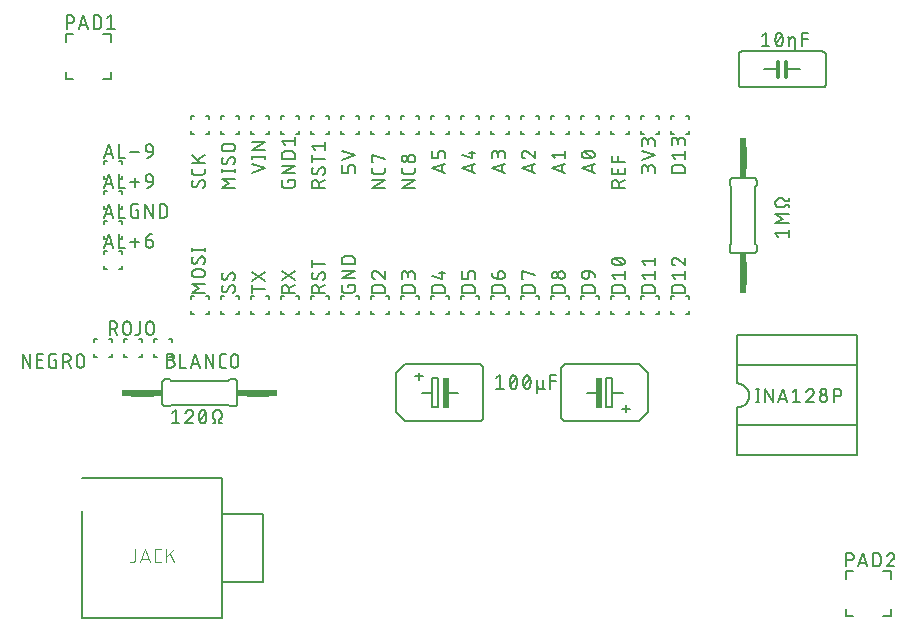
<source format=gbr>
G04 EAGLE Gerber RS-274X export*
G75*
%MOMM*%
%FSLAX34Y34*%
%LPD*%
%INSilkscreen Top*%
%IPPOS*%
%AMOC8*
5,1,8,0,0,1.08239X$1,22.5*%
G01*
%ADD10C,0.152400*%
%ADD11C,0.127000*%
%ADD12R,0.508000X2.540000*%
%ADD13C,0.304800*%
%ADD14C,0.203200*%
%ADD15C,0.101600*%
%ADD16C,0.609600*%
%ADD17R,0.863600X0.609600*%
%ADD18R,0.609600X0.863600*%


D10*
X103120Y261220D02*
X100580Y261220D01*
X100580Y258680D01*
X100580Y248520D02*
X100580Y245980D01*
X103120Y245980D01*
X113280Y245980D02*
X115820Y245980D01*
X115820Y248520D01*
X115820Y258680D02*
X115820Y261220D01*
X113280Y261220D01*
D11*
X114790Y243045D02*
X111615Y243045D01*
X114790Y243045D02*
X114901Y243043D01*
X115011Y243037D01*
X115122Y243028D01*
X115232Y243014D01*
X115341Y242997D01*
X115450Y242976D01*
X115558Y242951D01*
X115665Y242922D01*
X115771Y242890D01*
X115876Y242854D01*
X115979Y242814D01*
X116081Y242771D01*
X116182Y242724D01*
X116281Y242673D01*
X116378Y242620D01*
X116472Y242563D01*
X116565Y242502D01*
X116656Y242439D01*
X116745Y242372D01*
X116831Y242302D01*
X116914Y242229D01*
X116996Y242154D01*
X117074Y242076D01*
X117149Y241994D01*
X117222Y241911D01*
X117292Y241825D01*
X117359Y241736D01*
X117422Y241645D01*
X117483Y241552D01*
X117540Y241457D01*
X117593Y241361D01*
X117644Y241262D01*
X117691Y241161D01*
X117734Y241059D01*
X117774Y240956D01*
X117810Y240851D01*
X117842Y240745D01*
X117871Y240638D01*
X117896Y240530D01*
X117917Y240421D01*
X117934Y240312D01*
X117948Y240202D01*
X117957Y240091D01*
X117963Y239981D01*
X117965Y239870D01*
X117963Y239759D01*
X117957Y239649D01*
X117948Y239538D01*
X117934Y239428D01*
X117917Y239319D01*
X117896Y239210D01*
X117871Y239102D01*
X117842Y238995D01*
X117810Y238889D01*
X117774Y238784D01*
X117734Y238681D01*
X117691Y238579D01*
X117644Y238478D01*
X117593Y238379D01*
X117540Y238282D01*
X117483Y238188D01*
X117422Y238095D01*
X117359Y238004D01*
X117292Y237915D01*
X117222Y237829D01*
X117149Y237746D01*
X117074Y237664D01*
X116996Y237586D01*
X116914Y237511D01*
X116831Y237438D01*
X116745Y237368D01*
X116656Y237301D01*
X116565Y237238D01*
X116472Y237177D01*
X116377Y237120D01*
X116281Y237067D01*
X116182Y237016D01*
X116081Y236969D01*
X115979Y236926D01*
X115876Y236886D01*
X115771Y236850D01*
X115665Y236818D01*
X115558Y236789D01*
X115450Y236764D01*
X115341Y236743D01*
X115232Y236726D01*
X115122Y236712D01*
X115011Y236703D01*
X114901Y236697D01*
X114790Y236695D01*
X111615Y236695D01*
X111615Y248125D01*
X114790Y248125D01*
X114890Y248123D01*
X114989Y248117D01*
X115089Y248107D01*
X115187Y248094D01*
X115286Y248076D01*
X115383Y248055D01*
X115479Y248030D01*
X115575Y248001D01*
X115669Y247968D01*
X115762Y247932D01*
X115853Y247892D01*
X115943Y247848D01*
X116031Y247801D01*
X116117Y247751D01*
X116201Y247697D01*
X116283Y247640D01*
X116362Y247580D01*
X116440Y247516D01*
X116514Y247450D01*
X116586Y247381D01*
X116655Y247309D01*
X116721Y247235D01*
X116785Y247157D01*
X116845Y247078D01*
X116902Y246996D01*
X116956Y246912D01*
X117006Y246826D01*
X117053Y246738D01*
X117097Y246648D01*
X117137Y246557D01*
X117173Y246464D01*
X117206Y246370D01*
X117235Y246274D01*
X117260Y246178D01*
X117281Y246081D01*
X117299Y245982D01*
X117312Y245884D01*
X117322Y245784D01*
X117328Y245685D01*
X117330Y245585D01*
X117328Y245485D01*
X117322Y245386D01*
X117312Y245286D01*
X117299Y245188D01*
X117281Y245089D01*
X117260Y244992D01*
X117235Y244896D01*
X117206Y244800D01*
X117173Y244706D01*
X117137Y244613D01*
X117097Y244522D01*
X117053Y244432D01*
X117006Y244344D01*
X116956Y244258D01*
X116902Y244174D01*
X116845Y244092D01*
X116785Y244013D01*
X116721Y243935D01*
X116655Y243861D01*
X116586Y243789D01*
X116514Y243720D01*
X116440Y243654D01*
X116362Y243590D01*
X116283Y243530D01*
X116201Y243473D01*
X116117Y243419D01*
X116031Y243369D01*
X115943Y243322D01*
X115853Y243278D01*
X115762Y243238D01*
X115669Y243202D01*
X115575Y243169D01*
X115479Y243140D01*
X115383Y243115D01*
X115286Y243094D01*
X115187Y243076D01*
X115089Y243063D01*
X114989Y243053D01*
X114890Y243047D01*
X114790Y243045D01*
X122880Y248125D02*
X122880Y236695D01*
X127960Y236695D01*
X131744Y236695D02*
X135554Y248125D01*
X139364Y236695D01*
X138412Y239553D02*
X132697Y239553D01*
X144190Y236695D02*
X144190Y248125D01*
X150540Y236695D01*
X150540Y248125D01*
X158504Y236695D02*
X161044Y236695D01*
X158504Y236695D02*
X158404Y236697D01*
X158305Y236703D01*
X158205Y236713D01*
X158107Y236726D01*
X158008Y236744D01*
X157911Y236765D01*
X157815Y236790D01*
X157719Y236819D01*
X157625Y236852D01*
X157532Y236888D01*
X157441Y236928D01*
X157351Y236972D01*
X157263Y237019D01*
X157177Y237069D01*
X157093Y237123D01*
X157011Y237180D01*
X156932Y237240D01*
X156854Y237304D01*
X156780Y237370D01*
X156708Y237439D01*
X156639Y237511D01*
X156573Y237585D01*
X156509Y237663D01*
X156449Y237742D01*
X156392Y237824D01*
X156338Y237908D01*
X156288Y237994D01*
X156241Y238082D01*
X156197Y238172D01*
X156157Y238263D01*
X156121Y238356D01*
X156088Y238450D01*
X156059Y238546D01*
X156034Y238642D01*
X156013Y238739D01*
X155995Y238838D01*
X155982Y238936D01*
X155972Y239036D01*
X155966Y239135D01*
X155964Y239235D01*
X155964Y245585D01*
X155966Y245685D01*
X155972Y245784D01*
X155982Y245884D01*
X155995Y245982D01*
X156013Y246081D01*
X156034Y246178D01*
X156059Y246274D01*
X156088Y246370D01*
X156121Y246464D01*
X156157Y246557D01*
X156197Y246648D01*
X156241Y246738D01*
X156288Y246826D01*
X156338Y246912D01*
X156392Y246996D01*
X156449Y247078D01*
X156509Y247157D01*
X156573Y247235D01*
X156639Y247309D01*
X156708Y247381D01*
X156780Y247450D01*
X156854Y247516D01*
X156932Y247580D01*
X157011Y247640D01*
X157093Y247697D01*
X157177Y247751D01*
X157263Y247801D01*
X157351Y247848D01*
X157441Y247892D01*
X157532Y247932D01*
X157625Y247968D01*
X157719Y248001D01*
X157815Y248030D01*
X157911Y248055D01*
X158008Y248076D01*
X158107Y248094D01*
X158205Y248107D01*
X158305Y248117D01*
X158404Y248123D01*
X158504Y248125D01*
X161044Y248125D01*
X165526Y244950D02*
X165526Y239870D01*
X165526Y244950D02*
X165528Y245061D01*
X165534Y245171D01*
X165543Y245282D01*
X165557Y245392D01*
X165574Y245501D01*
X165595Y245610D01*
X165620Y245718D01*
X165649Y245825D01*
X165681Y245931D01*
X165717Y246036D01*
X165757Y246139D01*
X165800Y246241D01*
X165847Y246342D01*
X165898Y246441D01*
X165951Y246538D01*
X166008Y246632D01*
X166069Y246725D01*
X166132Y246816D01*
X166199Y246905D01*
X166269Y246991D01*
X166342Y247074D01*
X166417Y247156D01*
X166495Y247234D01*
X166577Y247309D01*
X166660Y247382D01*
X166746Y247452D01*
X166835Y247519D01*
X166926Y247582D01*
X167019Y247643D01*
X167114Y247700D01*
X167210Y247753D01*
X167309Y247804D01*
X167410Y247851D01*
X167512Y247894D01*
X167615Y247934D01*
X167720Y247970D01*
X167826Y248002D01*
X167933Y248031D01*
X168041Y248056D01*
X168150Y248077D01*
X168259Y248094D01*
X168369Y248108D01*
X168480Y248117D01*
X168590Y248123D01*
X168701Y248125D01*
X168812Y248123D01*
X168922Y248117D01*
X169033Y248108D01*
X169143Y248094D01*
X169252Y248077D01*
X169361Y248056D01*
X169469Y248031D01*
X169576Y248002D01*
X169682Y247970D01*
X169787Y247934D01*
X169890Y247894D01*
X169992Y247851D01*
X170093Y247804D01*
X170192Y247753D01*
X170289Y247700D01*
X170383Y247643D01*
X170476Y247582D01*
X170567Y247519D01*
X170656Y247452D01*
X170742Y247382D01*
X170825Y247309D01*
X170907Y247234D01*
X170985Y247156D01*
X171060Y247074D01*
X171133Y246991D01*
X171203Y246905D01*
X171270Y246816D01*
X171333Y246725D01*
X171394Y246632D01*
X171451Y246538D01*
X171504Y246441D01*
X171555Y246342D01*
X171602Y246241D01*
X171645Y246139D01*
X171685Y246036D01*
X171721Y245931D01*
X171753Y245825D01*
X171782Y245718D01*
X171807Y245610D01*
X171828Y245501D01*
X171845Y245392D01*
X171859Y245282D01*
X171868Y245171D01*
X171874Y245061D01*
X171876Y244950D01*
X171876Y239870D01*
X171874Y239759D01*
X171868Y239649D01*
X171859Y239538D01*
X171845Y239428D01*
X171828Y239319D01*
X171807Y239210D01*
X171782Y239102D01*
X171753Y238995D01*
X171721Y238889D01*
X171685Y238784D01*
X171645Y238681D01*
X171602Y238579D01*
X171555Y238478D01*
X171504Y238379D01*
X171451Y238282D01*
X171394Y238188D01*
X171333Y238095D01*
X171270Y238004D01*
X171203Y237915D01*
X171133Y237829D01*
X171060Y237746D01*
X170985Y237664D01*
X170907Y237586D01*
X170825Y237511D01*
X170742Y237438D01*
X170656Y237368D01*
X170567Y237301D01*
X170476Y237238D01*
X170383Y237177D01*
X170288Y237120D01*
X170192Y237067D01*
X170093Y237016D01*
X169992Y236969D01*
X169890Y236926D01*
X169787Y236886D01*
X169682Y236850D01*
X169576Y236818D01*
X169469Y236789D01*
X169361Y236764D01*
X169252Y236743D01*
X169143Y236726D01*
X169033Y236712D01*
X168922Y236703D01*
X168812Y236697D01*
X168701Y236695D01*
X168590Y236697D01*
X168480Y236703D01*
X168369Y236712D01*
X168259Y236726D01*
X168150Y236743D01*
X168041Y236764D01*
X167933Y236789D01*
X167826Y236818D01*
X167720Y236850D01*
X167615Y236886D01*
X167512Y236926D01*
X167410Y236969D01*
X167309Y237016D01*
X167210Y237067D01*
X167114Y237120D01*
X167019Y237177D01*
X166926Y237238D01*
X166835Y237301D01*
X166746Y237368D01*
X166660Y237438D01*
X166577Y237511D01*
X166495Y237586D01*
X166417Y237664D01*
X166342Y237746D01*
X166269Y237829D01*
X166199Y237915D01*
X166132Y238004D01*
X166069Y238095D01*
X166008Y238188D01*
X165951Y238283D01*
X165898Y238379D01*
X165847Y238478D01*
X165800Y238579D01*
X165757Y238681D01*
X165717Y238784D01*
X165681Y238889D01*
X165649Y238995D01*
X165620Y239102D01*
X165595Y239210D01*
X165574Y239319D01*
X165557Y239428D01*
X165543Y239538D01*
X165534Y239649D01*
X165528Y239759D01*
X165526Y239870D01*
D10*
X313290Y239630D02*
X375520Y239630D01*
X379330Y235820D02*
X379330Y195180D01*
X375520Y191370D02*
X313290Y191370D01*
X305670Y232010D02*
X313290Y239630D01*
X324720Y232264D02*
X324720Y225914D01*
X328022Y229216D02*
X321418Y229216D01*
X327260Y215500D02*
X336150Y215500D01*
X336150Y203308D01*
X341230Y203308D01*
X341230Y227692D01*
X336150Y227692D01*
X336150Y215500D01*
X348850Y215500D02*
X357740Y215500D01*
X313290Y191370D02*
X305670Y198990D01*
X305670Y232010D01*
X375520Y239630D02*
X375642Y239628D01*
X375764Y239622D01*
X375886Y239612D01*
X376007Y239599D01*
X376128Y239581D01*
X376248Y239560D01*
X376368Y239534D01*
X376486Y239505D01*
X376604Y239473D01*
X376721Y239436D01*
X376836Y239396D01*
X376950Y239352D01*
X377062Y239304D01*
X377173Y239253D01*
X377282Y239198D01*
X377390Y239140D01*
X377495Y239078D01*
X377598Y239013D01*
X377700Y238945D01*
X377799Y238873D01*
X377895Y238799D01*
X377990Y238721D01*
X378081Y238640D01*
X378171Y238557D01*
X378257Y238471D01*
X378340Y238381D01*
X378421Y238290D01*
X378499Y238195D01*
X378573Y238099D01*
X378645Y238000D01*
X378713Y237898D01*
X378778Y237795D01*
X378840Y237690D01*
X378898Y237582D01*
X378953Y237473D01*
X379004Y237362D01*
X379052Y237250D01*
X379096Y237136D01*
X379136Y237021D01*
X379173Y236904D01*
X379205Y236786D01*
X379234Y236668D01*
X379260Y236548D01*
X379281Y236428D01*
X379299Y236307D01*
X379312Y236186D01*
X379322Y236064D01*
X379328Y235942D01*
X379330Y235820D01*
X379330Y195180D02*
X379328Y195058D01*
X379322Y194936D01*
X379312Y194814D01*
X379299Y194693D01*
X379281Y194572D01*
X379260Y194452D01*
X379234Y194332D01*
X379205Y194214D01*
X379173Y194096D01*
X379136Y193979D01*
X379096Y193864D01*
X379052Y193750D01*
X379004Y193638D01*
X378953Y193527D01*
X378898Y193418D01*
X378840Y193310D01*
X378778Y193205D01*
X378713Y193102D01*
X378645Y193000D01*
X378573Y192901D01*
X378499Y192805D01*
X378421Y192710D01*
X378340Y192619D01*
X378257Y192529D01*
X378171Y192443D01*
X378081Y192360D01*
X377990Y192279D01*
X377895Y192201D01*
X377799Y192127D01*
X377700Y192055D01*
X377598Y191987D01*
X377495Y191922D01*
X377390Y191860D01*
X377282Y191802D01*
X377173Y191747D01*
X377062Y191696D01*
X376950Y191648D01*
X376836Y191604D01*
X376721Y191564D01*
X376604Y191527D01*
X376486Y191495D01*
X376368Y191466D01*
X376248Y191440D01*
X376128Y191419D01*
X376007Y191401D01*
X375886Y191388D01*
X375764Y191378D01*
X375642Y191372D01*
X375520Y191370D01*
D12*
X347580Y215500D03*
D11*
X390125Y227565D02*
X393300Y230105D01*
X393300Y218675D01*
X390125Y218675D02*
X396475Y218675D01*
X401555Y224390D02*
X401558Y224615D01*
X401566Y224840D01*
X401579Y225064D01*
X401598Y225288D01*
X401622Y225512D01*
X401651Y225735D01*
X401686Y225957D01*
X401726Y226178D01*
X401772Y226398D01*
X401822Y226617D01*
X401878Y226835D01*
X401939Y227052D01*
X402005Y227267D01*
X402076Y227480D01*
X402153Y227691D01*
X402234Y227901D01*
X402320Y228109D01*
X402411Y228314D01*
X402507Y228517D01*
X402507Y228518D02*
X402539Y228606D01*
X402575Y228693D01*
X402614Y228779D01*
X402657Y228863D01*
X402703Y228945D01*
X402752Y229025D01*
X402804Y229103D01*
X402860Y229179D01*
X402918Y229253D01*
X402980Y229324D01*
X403044Y229393D01*
X403111Y229459D01*
X403180Y229522D01*
X403252Y229583D01*
X403326Y229641D01*
X403403Y229695D01*
X403481Y229747D01*
X403562Y229795D01*
X403644Y229840D01*
X403729Y229882D01*
X403815Y229920D01*
X403902Y229955D01*
X403990Y229987D01*
X404080Y230014D01*
X404171Y230039D01*
X404263Y230059D01*
X404355Y230076D01*
X404449Y230089D01*
X404542Y230098D01*
X404636Y230104D01*
X404730Y230106D01*
X404824Y230104D01*
X404918Y230098D01*
X405011Y230089D01*
X405105Y230076D01*
X405197Y230059D01*
X405289Y230039D01*
X405380Y230014D01*
X405470Y229987D01*
X405558Y229955D01*
X405645Y229920D01*
X405731Y229882D01*
X405816Y229840D01*
X405898Y229795D01*
X405979Y229747D01*
X406057Y229695D01*
X406134Y229641D01*
X406208Y229583D01*
X406280Y229522D01*
X406349Y229459D01*
X406416Y229393D01*
X406480Y229324D01*
X406542Y229253D01*
X406600Y229179D01*
X406656Y229103D01*
X406708Y229025D01*
X406757Y228945D01*
X406803Y228863D01*
X406846Y228779D01*
X406885Y228693D01*
X406921Y228606D01*
X406953Y228518D01*
X406953Y228517D02*
X407049Y228314D01*
X407140Y228109D01*
X407226Y227901D01*
X407307Y227691D01*
X407384Y227480D01*
X407455Y227267D01*
X407521Y227052D01*
X407582Y226835D01*
X407638Y226617D01*
X407688Y226398D01*
X407734Y226178D01*
X407774Y225957D01*
X407809Y225735D01*
X407838Y225512D01*
X407862Y225288D01*
X407881Y225064D01*
X407894Y224840D01*
X407902Y224615D01*
X407905Y224390D01*
X401555Y224390D02*
X401558Y224165D01*
X401566Y223940D01*
X401579Y223716D01*
X401598Y223492D01*
X401622Y223268D01*
X401651Y223045D01*
X401686Y222823D01*
X401726Y222602D01*
X401772Y222382D01*
X401822Y222163D01*
X401878Y221945D01*
X401939Y221728D01*
X402005Y221513D01*
X402076Y221300D01*
X402153Y221089D01*
X402234Y220879D01*
X402320Y220671D01*
X402411Y220466D01*
X402507Y220263D01*
X402539Y220175D01*
X402575Y220088D01*
X402614Y220002D01*
X402657Y219918D01*
X402703Y219836D01*
X402752Y219756D01*
X402804Y219678D01*
X402860Y219602D01*
X402918Y219528D01*
X402980Y219457D01*
X403044Y219388D01*
X403111Y219322D01*
X403180Y219259D01*
X403252Y219198D01*
X403326Y219140D01*
X403403Y219086D01*
X403481Y219034D01*
X403562Y218986D01*
X403644Y218941D01*
X403729Y218899D01*
X403815Y218861D01*
X403902Y218826D01*
X403990Y218794D01*
X404080Y218767D01*
X404171Y218742D01*
X404263Y218722D01*
X404355Y218705D01*
X404449Y218692D01*
X404542Y218683D01*
X404636Y218677D01*
X404730Y218675D01*
X406953Y220263D02*
X407049Y220466D01*
X407140Y220671D01*
X407226Y220879D01*
X407307Y221089D01*
X407384Y221300D01*
X407455Y221513D01*
X407521Y221728D01*
X407582Y221945D01*
X407638Y222163D01*
X407688Y222382D01*
X407734Y222602D01*
X407774Y222823D01*
X407809Y223045D01*
X407838Y223268D01*
X407862Y223492D01*
X407881Y223716D01*
X407894Y223940D01*
X407902Y224165D01*
X407905Y224390D01*
X406953Y220263D02*
X406921Y220175D01*
X406885Y220088D01*
X406846Y220002D01*
X406803Y219918D01*
X406757Y219836D01*
X406708Y219756D01*
X406656Y219678D01*
X406600Y219602D01*
X406542Y219528D01*
X406480Y219457D01*
X406416Y219388D01*
X406349Y219322D01*
X406280Y219259D01*
X406208Y219198D01*
X406134Y219140D01*
X406057Y219086D01*
X405979Y219034D01*
X405898Y218986D01*
X405816Y218941D01*
X405731Y218899D01*
X405645Y218861D01*
X405558Y218826D01*
X405470Y218794D01*
X405380Y218767D01*
X405289Y218742D01*
X405197Y218722D01*
X405105Y218705D01*
X405011Y218692D01*
X404918Y218683D01*
X404824Y218677D01*
X404730Y218675D01*
X402190Y221215D02*
X407270Y227565D01*
X412985Y224390D02*
X412988Y224615D01*
X412996Y224840D01*
X413009Y225064D01*
X413028Y225288D01*
X413052Y225512D01*
X413081Y225735D01*
X413116Y225957D01*
X413156Y226178D01*
X413202Y226398D01*
X413252Y226617D01*
X413308Y226835D01*
X413369Y227052D01*
X413435Y227267D01*
X413506Y227480D01*
X413583Y227691D01*
X413664Y227901D01*
X413750Y228109D01*
X413841Y228314D01*
X413937Y228517D01*
X413937Y228518D02*
X413969Y228606D01*
X414005Y228693D01*
X414044Y228779D01*
X414087Y228863D01*
X414133Y228945D01*
X414182Y229025D01*
X414234Y229103D01*
X414290Y229179D01*
X414348Y229253D01*
X414410Y229324D01*
X414474Y229393D01*
X414541Y229459D01*
X414610Y229522D01*
X414682Y229583D01*
X414756Y229641D01*
X414833Y229695D01*
X414911Y229747D01*
X414992Y229795D01*
X415074Y229840D01*
X415159Y229882D01*
X415245Y229920D01*
X415332Y229955D01*
X415420Y229987D01*
X415510Y230014D01*
X415601Y230039D01*
X415693Y230059D01*
X415785Y230076D01*
X415879Y230089D01*
X415972Y230098D01*
X416066Y230104D01*
X416160Y230106D01*
X416254Y230104D01*
X416348Y230098D01*
X416441Y230089D01*
X416535Y230076D01*
X416627Y230059D01*
X416719Y230039D01*
X416810Y230014D01*
X416900Y229987D01*
X416988Y229955D01*
X417075Y229920D01*
X417161Y229882D01*
X417246Y229840D01*
X417328Y229795D01*
X417409Y229747D01*
X417487Y229695D01*
X417564Y229641D01*
X417638Y229583D01*
X417710Y229522D01*
X417779Y229459D01*
X417846Y229393D01*
X417910Y229324D01*
X417972Y229253D01*
X418030Y229179D01*
X418086Y229103D01*
X418138Y229025D01*
X418187Y228945D01*
X418233Y228863D01*
X418276Y228779D01*
X418315Y228693D01*
X418351Y228606D01*
X418383Y228518D01*
X418383Y228517D02*
X418479Y228314D01*
X418570Y228109D01*
X418656Y227901D01*
X418737Y227691D01*
X418814Y227480D01*
X418885Y227267D01*
X418951Y227052D01*
X419012Y226835D01*
X419068Y226617D01*
X419118Y226398D01*
X419164Y226178D01*
X419204Y225957D01*
X419239Y225735D01*
X419268Y225512D01*
X419292Y225288D01*
X419311Y225064D01*
X419324Y224840D01*
X419332Y224615D01*
X419335Y224390D01*
X412985Y224390D02*
X412988Y224165D01*
X412996Y223940D01*
X413009Y223716D01*
X413028Y223492D01*
X413052Y223268D01*
X413081Y223045D01*
X413116Y222823D01*
X413156Y222602D01*
X413202Y222382D01*
X413252Y222163D01*
X413308Y221945D01*
X413369Y221728D01*
X413435Y221513D01*
X413506Y221300D01*
X413583Y221089D01*
X413664Y220879D01*
X413750Y220671D01*
X413841Y220466D01*
X413937Y220263D01*
X413969Y220175D01*
X414005Y220088D01*
X414044Y220002D01*
X414087Y219918D01*
X414133Y219836D01*
X414182Y219756D01*
X414234Y219678D01*
X414290Y219602D01*
X414348Y219528D01*
X414410Y219457D01*
X414474Y219388D01*
X414541Y219322D01*
X414610Y219259D01*
X414682Y219198D01*
X414756Y219140D01*
X414833Y219086D01*
X414911Y219034D01*
X414992Y218986D01*
X415074Y218941D01*
X415159Y218899D01*
X415245Y218861D01*
X415332Y218826D01*
X415420Y218794D01*
X415510Y218767D01*
X415601Y218742D01*
X415693Y218722D01*
X415785Y218705D01*
X415879Y218692D01*
X415972Y218683D01*
X416066Y218677D01*
X416160Y218675D01*
X418383Y220263D02*
X418479Y220466D01*
X418570Y220671D01*
X418656Y220879D01*
X418737Y221089D01*
X418814Y221300D01*
X418885Y221513D01*
X418951Y221728D01*
X419012Y221945D01*
X419068Y222163D01*
X419118Y222382D01*
X419164Y222602D01*
X419204Y222823D01*
X419239Y223045D01*
X419268Y223268D01*
X419292Y223492D01*
X419311Y223716D01*
X419324Y223940D01*
X419332Y224165D01*
X419335Y224390D01*
X418383Y220263D02*
X418351Y220175D01*
X418315Y220088D01*
X418276Y220002D01*
X418233Y219918D01*
X418187Y219836D01*
X418138Y219756D01*
X418086Y219678D01*
X418030Y219602D01*
X417972Y219528D01*
X417910Y219457D01*
X417846Y219388D01*
X417779Y219322D01*
X417710Y219259D01*
X417638Y219198D01*
X417564Y219140D01*
X417487Y219086D01*
X417409Y219034D01*
X417328Y218986D01*
X417246Y218941D01*
X417161Y218899D01*
X417075Y218861D01*
X416988Y218826D01*
X416900Y218794D01*
X416810Y218767D01*
X416719Y218742D01*
X416627Y218722D01*
X416535Y218705D01*
X416441Y218692D01*
X416348Y218683D01*
X416254Y218677D01*
X416160Y218675D01*
X413620Y221215D02*
X418700Y227565D01*
X425132Y226295D02*
X425132Y214865D01*
X430212Y221215D02*
X430212Y226295D01*
X430212Y221215D02*
X430210Y221115D01*
X430204Y221016D01*
X430194Y220916D01*
X430181Y220818D01*
X430163Y220719D01*
X430142Y220622D01*
X430117Y220526D01*
X430088Y220430D01*
X430055Y220336D01*
X430019Y220243D01*
X429979Y220152D01*
X429935Y220062D01*
X429888Y219974D01*
X429838Y219888D01*
X429784Y219804D01*
X429727Y219722D01*
X429667Y219643D01*
X429603Y219565D01*
X429537Y219491D01*
X429468Y219419D01*
X429396Y219350D01*
X429322Y219284D01*
X429244Y219220D01*
X429165Y219160D01*
X429083Y219103D01*
X428999Y219049D01*
X428913Y218999D01*
X428825Y218952D01*
X428735Y218908D01*
X428644Y218868D01*
X428551Y218832D01*
X428457Y218799D01*
X428361Y218770D01*
X428265Y218745D01*
X428168Y218724D01*
X428069Y218706D01*
X427971Y218693D01*
X427871Y218683D01*
X427772Y218677D01*
X427672Y218675D01*
X427572Y218677D01*
X427473Y218683D01*
X427373Y218693D01*
X427275Y218706D01*
X427176Y218724D01*
X427079Y218745D01*
X426983Y218770D01*
X426887Y218799D01*
X426793Y218832D01*
X426700Y218868D01*
X426609Y218908D01*
X426519Y218952D01*
X426431Y218999D01*
X426345Y219049D01*
X426261Y219103D01*
X426179Y219160D01*
X426100Y219220D01*
X426022Y219284D01*
X425948Y219350D01*
X425876Y219419D01*
X425807Y219491D01*
X425741Y219565D01*
X425677Y219643D01*
X425617Y219722D01*
X425560Y219804D01*
X425506Y219888D01*
X425456Y219974D01*
X425409Y220062D01*
X425365Y220152D01*
X425325Y220243D01*
X425289Y220336D01*
X425256Y220430D01*
X425227Y220526D01*
X425202Y220622D01*
X425181Y220719D01*
X425163Y220818D01*
X425150Y220916D01*
X425140Y221016D01*
X425134Y221115D01*
X425132Y221215D01*
X430212Y221215D02*
X430212Y219945D01*
X430214Y219876D01*
X430219Y219808D01*
X430229Y219740D01*
X430242Y219672D01*
X430258Y219605D01*
X430278Y219539D01*
X430302Y219475D01*
X430329Y219412D01*
X430360Y219350D01*
X430394Y219290D01*
X430431Y219232D01*
X430471Y219176D01*
X430514Y219123D01*
X430560Y219072D01*
X430609Y219023D01*
X430660Y218977D01*
X430713Y218934D01*
X430769Y218894D01*
X430827Y218857D01*
X430887Y218823D01*
X430949Y218792D01*
X431012Y218765D01*
X431076Y218741D01*
X431142Y218721D01*
X431209Y218705D01*
X431277Y218692D01*
X431345Y218682D01*
X431413Y218677D01*
X431482Y218675D01*
X435870Y218675D02*
X435870Y230105D01*
X440950Y230105D01*
X440950Y225025D02*
X435870Y225025D01*
D10*
X449180Y191370D02*
X511410Y191370D01*
X445370Y195180D02*
X445370Y235820D01*
X449180Y239630D02*
X511410Y239630D01*
X519030Y198990D02*
X511410Y191370D01*
X499980Y198736D02*
X499980Y205086D01*
X496678Y201784D02*
X503282Y201784D01*
X497440Y215500D02*
X488550Y215500D01*
X488550Y227692D01*
X483470Y227692D01*
X483470Y203308D01*
X488550Y203308D01*
X488550Y215500D01*
X475850Y215500D02*
X466960Y215500D01*
X511410Y239630D02*
X519030Y232010D01*
X519030Y198990D01*
X449180Y191370D02*
X449058Y191372D01*
X448936Y191378D01*
X448814Y191388D01*
X448693Y191401D01*
X448572Y191419D01*
X448452Y191440D01*
X448332Y191466D01*
X448214Y191495D01*
X448096Y191527D01*
X447979Y191564D01*
X447864Y191604D01*
X447750Y191648D01*
X447638Y191696D01*
X447527Y191747D01*
X447418Y191802D01*
X447310Y191860D01*
X447205Y191922D01*
X447102Y191987D01*
X447000Y192055D01*
X446901Y192127D01*
X446805Y192201D01*
X446710Y192279D01*
X446619Y192360D01*
X446529Y192443D01*
X446443Y192529D01*
X446360Y192619D01*
X446279Y192710D01*
X446201Y192805D01*
X446127Y192901D01*
X446055Y193000D01*
X445987Y193102D01*
X445922Y193205D01*
X445860Y193310D01*
X445802Y193418D01*
X445747Y193527D01*
X445696Y193638D01*
X445648Y193750D01*
X445604Y193864D01*
X445564Y193979D01*
X445527Y194096D01*
X445495Y194214D01*
X445466Y194332D01*
X445440Y194452D01*
X445419Y194572D01*
X445401Y194693D01*
X445388Y194814D01*
X445378Y194936D01*
X445372Y195058D01*
X445370Y195180D01*
X445370Y235820D02*
X445372Y235942D01*
X445378Y236064D01*
X445388Y236186D01*
X445401Y236307D01*
X445419Y236428D01*
X445440Y236548D01*
X445466Y236668D01*
X445495Y236786D01*
X445527Y236904D01*
X445564Y237021D01*
X445604Y237136D01*
X445648Y237250D01*
X445696Y237362D01*
X445747Y237473D01*
X445802Y237582D01*
X445860Y237690D01*
X445922Y237795D01*
X445987Y237898D01*
X446055Y238000D01*
X446127Y238099D01*
X446201Y238195D01*
X446279Y238290D01*
X446360Y238381D01*
X446443Y238471D01*
X446529Y238557D01*
X446619Y238640D01*
X446710Y238721D01*
X446805Y238799D01*
X446901Y238873D01*
X447000Y238945D01*
X447102Y239013D01*
X447205Y239078D01*
X447310Y239140D01*
X447418Y239198D01*
X447527Y239253D01*
X447638Y239304D01*
X447750Y239352D01*
X447864Y239396D01*
X447979Y239436D01*
X448096Y239473D01*
X448214Y239505D01*
X448332Y239534D01*
X448452Y239560D01*
X448572Y239581D01*
X448693Y239599D01*
X448814Y239612D01*
X448936Y239622D01*
X449058Y239628D01*
X449180Y239630D01*
D12*
X477120Y215500D03*
D13*
X635348Y482750D02*
X635348Y489100D01*
X635348Y495450D01*
D10*
X635348Y489100D02*
X647540Y489100D01*
D13*
X628998Y489100D02*
X628998Y482750D01*
X628998Y489100D02*
X628998Y495450D01*
D10*
X628998Y489100D02*
X617060Y489100D01*
X669130Y476400D02*
X669130Y501800D01*
X666590Y504340D02*
X598010Y504340D01*
X595470Y501800D02*
X595470Y476400D01*
X598010Y473860D02*
X666590Y473860D01*
X598010Y473860D02*
X597910Y473862D01*
X597811Y473868D01*
X597711Y473878D01*
X597613Y473891D01*
X597514Y473909D01*
X597417Y473930D01*
X597321Y473955D01*
X597225Y473984D01*
X597131Y474017D01*
X597038Y474053D01*
X596947Y474093D01*
X596857Y474137D01*
X596769Y474184D01*
X596683Y474234D01*
X596599Y474288D01*
X596517Y474345D01*
X596438Y474405D01*
X596360Y474469D01*
X596286Y474535D01*
X596214Y474604D01*
X596145Y474676D01*
X596079Y474750D01*
X596015Y474828D01*
X595955Y474907D01*
X595898Y474989D01*
X595844Y475073D01*
X595794Y475159D01*
X595747Y475247D01*
X595703Y475337D01*
X595663Y475428D01*
X595627Y475521D01*
X595594Y475615D01*
X595565Y475711D01*
X595540Y475807D01*
X595519Y475904D01*
X595501Y476003D01*
X595488Y476101D01*
X595478Y476201D01*
X595472Y476300D01*
X595470Y476400D01*
X595470Y501800D02*
X595472Y501900D01*
X595478Y501999D01*
X595488Y502099D01*
X595501Y502197D01*
X595519Y502296D01*
X595540Y502393D01*
X595565Y502489D01*
X595594Y502585D01*
X595627Y502679D01*
X595663Y502772D01*
X595703Y502863D01*
X595747Y502953D01*
X595794Y503041D01*
X595844Y503127D01*
X595898Y503211D01*
X595955Y503293D01*
X596015Y503372D01*
X596079Y503450D01*
X596145Y503524D01*
X596214Y503596D01*
X596286Y503665D01*
X596360Y503731D01*
X596438Y503795D01*
X596517Y503855D01*
X596599Y503912D01*
X596683Y503966D01*
X596769Y504016D01*
X596857Y504063D01*
X596947Y504107D01*
X597038Y504147D01*
X597131Y504183D01*
X597225Y504216D01*
X597321Y504245D01*
X597417Y504270D01*
X597514Y504291D01*
X597613Y504309D01*
X597711Y504322D01*
X597811Y504332D01*
X597910Y504338D01*
X598010Y504340D01*
X666590Y504340D02*
X666690Y504338D01*
X666789Y504332D01*
X666889Y504322D01*
X666987Y504309D01*
X667086Y504291D01*
X667183Y504270D01*
X667279Y504245D01*
X667375Y504216D01*
X667469Y504183D01*
X667562Y504147D01*
X667653Y504107D01*
X667743Y504063D01*
X667831Y504016D01*
X667917Y503966D01*
X668001Y503912D01*
X668083Y503855D01*
X668162Y503795D01*
X668240Y503731D01*
X668314Y503665D01*
X668386Y503596D01*
X668455Y503524D01*
X668521Y503450D01*
X668585Y503372D01*
X668645Y503293D01*
X668702Y503211D01*
X668756Y503127D01*
X668806Y503041D01*
X668853Y502953D01*
X668897Y502863D01*
X668937Y502772D01*
X668973Y502679D01*
X669006Y502585D01*
X669035Y502489D01*
X669060Y502393D01*
X669081Y502296D01*
X669099Y502197D01*
X669112Y502099D01*
X669122Y501999D01*
X669128Y501900D01*
X669130Y501800D01*
X669130Y476400D02*
X669128Y476300D01*
X669122Y476201D01*
X669112Y476101D01*
X669099Y476003D01*
X669081Y475904D01*
X669060Y475807D01*
X669035Y475711D01*
X669006Y475615D01*
X668973Y475521D01*
X668937Y475428D01*
X668897Y475337D01*
X668853Y475247D01*
X668806Y475159D01*
X668756Y475073D01*
X668702Y474989D01*
X668645Y474907D01*
X668585Y474828D01*
X668521Y474750D01*
X668455Y474676D01*
X668386Y474604D01*
X668314Y474535D01*
X668240Y474469D01*
X668162Y474405D01*
X668083Y474345D01*
X668001Y474288D01*
X667917Y474234D01*
X667831Y474184D01*
X667743Y474137D01*
X667653Y474093D01*
X667562Y474053D01*
X667469Y474017D01*
X667375Y473984D01*
X667279Y473955D01*
X667183Y473930D01*
X667086Y473909D01*
X666987Y473891D01*
X666889Y473878D01*
X666789Y473868D01*
X666690Y473862D01*
X666590Y473860D01*
D11*
X618305Y520215D02*
X615130Y517675D01*
X618305Y520215D02*
X618305Y508785D01*
X615130Y508785D02*
X621480Y508785D01*
X626560Y514500D02*
X626563Y514725D01*
X626571Y514950D01*
X626584Y515174D01*
X626603Y515398D01*
X626627Y515622D01*
X626656Y515845D01*
X626691Y516067D01*
X626731Y516288D01*
X626777Y516508D01*
X626827Y516727D01*
X626883Y516945D01*
X626944Y517162D01*
X627010Y517377D01*
X627081Y517590D01*
X627158Y517801D01*
X627239Y518011D01*
X627325Y518219D01*
X627416Y518424D01*
X627512Y518627D01*
X627512Y518628D02*
X627544Y518716D01*
X627580Y518803D01*
X627619Y518889D01*
X627662Y518973D01*
X627708Y519055D01*
X627757Y519135D01*
X627809Y519213D01*
X627865Y519289D01*
X627923Y519363D01*
X627985Y519434D01*
X628049Y519503D01*
X628116Y519569D01*
X628185Y519632D01*
X628257Y519693D01*
X628331Y519751D01*
X628408Y519805D01*
X628486Y519857D01*
X628567Y519905D01*
X628649Y519950D01*
X628734Y519992D01*
X628820Y520030D01*
X628907Y520065D01*
X628995Y520097D01*
X629085Y520124D01*
X629176Y520149D01*
X629268Y520169D01*
X629360Y520186D01*
X629454Y520199D01*
X629547Y520208D01*
X629641Y520214D01*
X629735Y520216D01*
X629829Y520214D01*
X629923Y520208D01*
X630016Y520199D01*
X630110Y520186D01*
X630202Y520169D01*
X630294Y520149D01*
X630385Y520124D01*
X630475Y520097D01*
X630563Y520065D01*
X630650Y520030D01*
X630736Y519992D01*
X630821Y519950D01*
X630903Y519905D01*
X630984Y519857D01*
X631062Y519805D01*
X631139Y519751D01*
X631213Y519693D01*
X631285Y519632D01*
X631354Y519569D01*
X631421Y519503D01*
X631485Y519434D01*
X631547Y519363D01*
X631605Y519289D01*
X631661Y519213D01*
X631713Y519135D01*
X631762Y519055D01*
X631808Y518973D01*
X631851Y518889D01*
X631890Y518803D01*
X631926Y518716D01*
X631958Y518628D01*
X631958Y518627D02*
X632054Y518424D01*
X632145Y518219D01*
X632231Y518011D01*
X632312Y517801D01*
X632389Y517590D01*
X632460Y517377D01*
X632526Y517162D01*
X632587Y516945D01*
X632643Y516727D01*
X632693Y516508D01*
X632739Y516288D01*
X632779Y516067D01*
X632814Y515845D01*
X632843Y515622D01*
X632867Y515398D01*
X632886Y515174D01*
X632899Y514950D01*
X632907Y514725D01*
X632910Y514500D01*
X626560Y514500D02*
X626563Y514275D01*
X626571Y514050D01*
X626584Y513826D01*
X626603Y513602D01*
X626627Y513378D01*
X626656Y513155D01*
X626691Y512933D01*
X626731Y512712D01*
X626777Y512492D01*
X626827Y512273D01*
X626883Y512055D01*
X626944Y511838D01*
X627010Y511623D01*
X627081Y511410D01*
X627158Y511199D01*
X627239Y510989D01*
X627325Y510781D01*
X627416Y510576D01*
X627512Y510373D01*
X627544Y510285D01*
X627580Y510198D01*
X627619Y510112D01*
X627662Y510028D01*
X627708Y509946D01*
X627757Y509866D01*
X627809Y509788D01*
X627865Y509712D01*
X627923Y509638D01*
X627985Y509567D01*
X628049Y509498D01*
X628116Y509432D01*
X628185Y509369D01*
X628257Y509308D01*
X628331Y509250D01*
X628408Y509196D01*
X628486Y509144D01*
X628567Y509096D01*
X628649Y509051D01*
X628734Y509009D01*
X628820Y508971D01*
X628907Y508936D01*
X628995Y508904D01*
X629085Y508877D01*
X629176Y508852D01*
X629268Y508832D01*
X629360Y508815D01*
X629454Y508802D01*
X629547Y508793D01*
X629641Y508787D01*
X629735Y508785D01*
X631958Y510373D02*
X632054Y510576D01*
X632145Y510781D01*
X632231Y510989D01*
X632312Y511199D01*
X632389Y511410D01*
X632460Y511623D01*
X632526Y511838D01*
X632587Y512055D01*
X632643Y512273D01*
X632693Y512492D01*
X632739Y512712D01*
X632779Y512933D01*
X632814Y513155D01*
X632843Y513378D01*
X632867Y513602D01*
X632886Y513826D01*
X632899Y514050D01*
X632907Y514275D01*
X632910Y514500D01*
X631958Y510373D02*
X631926Y510285D01*
X631890Y510198D01*
X631851Y510112D01*
X631808Y510028D01*
X631762Y509946D01*
X631713Y509866D01*
X631661Y509788D01*
X631605Y509712D01*
X631547Y509638D01*
X631485Y509567D01*
X631421Y509498D01*
X631354Y509432D01*
X631285Y509369D01*
X631213Y509308D01*
X631139Y509250D01*
X631062Y509196D01*
X630984Y509144D01*
X630903Y509096D01*
X630821Y509051D01*
X630736Y509009D01*
X630650Y508971D01*
X630563Y508936D01*
X630475Y508904D01*
X630385Y508877D01*
X630294Y508852D01*
X630202Y508832D01*
X630110Y508815D01*
X630016Y508802D01*
X629923Y508793D01*
X629829Y508787D01*
X629735Y508785D01*
X627195Y511325D02*
X632275Y517675D01*
X638161Y515135D02*
X638161Y508785D01*
X638161Y515135D02*
X638159Y515204D01*
X638154Y515272D01*
X638144Y515340D01*
X638131Y515408D01*
X638115Y515475D01*
X638095Y515541D01*
X638071Y515605D01*
X638044Y515668D01*
X638013Y515730D01*
X637979Y515790D01*
X637942Y515848D01*
X637902Y515904D01*
X637859Y515957D01*
X637813Y516008D01*
X637764Y516057D01*
X637713Y516103D01*
X637660Y516146D01*
X637604Y516186D01*
X637546Y516223D01*
X637486Y516257D01*
X637424Y516288D01*
X637361Y516315D01*
X637297Y516339D01*
X637231Y516359D01*
X637164Y516375D01*
X637096Y516388D01*
X637028Y516398D01*
X636960Y516403D01*
X636891Y516405D01*
X643241Y513865D02*
X643241Y504975D01*
X643241Y513865D02*
X643239Y513965D01*
X643233Y514064D01*
X643223Y514164D01*
X643210Y514262D01*
X643192Y514361D01*
X643171Y514458D01*
X643146Y514554D01*
X643117Y514650D01*
X643084Y514744D01*
X643048Y514837D01*
X643008Y514928D01*
X642964Y515018D01*
X642917Y515106D01*
X642867Y515192D01*
X642813Y515276D01*
X642756Y515358D01*
X642696Y515437D01*
X642632Y515515D01*
X642566Y515589D01*
X642497Y515661D01*
X642425Y515730D01*
X642351Y515796D01*
X642273Y515860D01*
X642194Y515920D01*
X642112Y515977D01*
X642028Y516031D01*
X641942Y516081D01*
X641854Y516128D01*
X641764Y516172D01*
X641673Y516212D01*
X641580Y516248D01*
X641486Y516281D01*
X641390Y516310D01*
X641294Y516335D01*
X641197Y516356D01*
X641098Y516374D01*
X641000Y516387D01*
X640900Y516397D01*
X640801Y516403D01*
X640701Y516405D01*
X640601Y516403D01*
X640502Y516397D01*
X640402Y516387D01*
X640304Y516374D01*
X640205Y516356D01*
X640108Y516335D01*
X640012Y516310D01*
X639916Y516281D01*
X639822Y516248D01*
X639729Y516212D01*
X639638Y516172D01*
X639548Y516128D01*
X639460Y516081D01*
X639374Y516031D01*
X639290Y515977D01*
X639208Y515920D01*
X639129Y515860D01*
X639051Y515796D01*
X638977Y515730D01*
X638905Y515661D01*
X638836Y515589D01*
X638770Y515515D01*
X638706Y515437D01*
X638646Y515358D01*
X638589Y515276D01*
X638535Y515192D01*
X638485Y515106D01*
X638438Y515018D01*
X638394Y514928D01*
X638354Y514837D01*
X638318Y514744D01*
X638285Y514650D01*
X638256Y514554D01*
X638231Y514458D01*
X638210Y514361D01*
X638192Y514262D01*
X638179Y514164D01*
X638169Y514064D01*
X638163Y513965D01*
X638161Y513865D01*
X649445Y508785D02*
X649445Y520215D01*
X654525Y520215D01*
X654525Y515135D02*
X649445Y515135D01*
D10*
X695800Y264000D02*
X594200Y264000D01*
X594200Y162400D02*
X695800Y162400D01*
X695800Y238600D02*
X695800Y264000D01*
X594200Y264000D02*
X594200Y238600D01*
X594200Y187800D02*
X594200Y162400D01*
X594200Y203040D02*
X594447Y203043D01*
X594695Y203052D01*
X594942Y203067D01*
X595188Y203088D01*
X595434Y203115D01*
X595679Y203148D01*
X595924Y203187D01*
X596167Y203232D01*
X596409Y203283D01*
X596650Y203340D01*
X596889Y203402D01*
X597127Y203471D01*
X597363Y203545D01*
X597597Y203625D01*
X597829Y203710D01*
X598059Y203802D01*
X598287Y203898D01*
X598512Y204001D01*
X598735Y204108D01*
X598955Y204222D01*
X599172Y204340D01*
X599387Y204464D01*
X599598Y204593D01*
X599806Y204727D01*
X600011Y204866D01*
X600212Y205010D01*
X600410Y205158D01*
X600604Y205312D01*
X600794Y205470D01*
X600980Y205633D01*
X601162Y205800D01*
X601340Y205972D01*
X601514Y206148D01*
X601684Y206328D01*
X601849Y206513D01*
X602009Y206701D01*
X602165Y206893D01*
X602317Y207089D01*
X602463Y207288D01*
X602605Y207491D01*
X602741Y207698D01*
X602873Y207907D01*
X602999Y208120D01*
X603120Y208336D01*
X603236Y208554D01*
X603346Y208776D01*
X603451Y209000D01*
X603551Y209226D01*
X603645Y209455D01*
X603733Y209686D01*
X603816Y209920D01*
X603893Y210155D01*
X603964Y210392D01*
X604030Y210630D01*
X604089Y210870D01*
X604143Y211112D01*
X604191Y211355D01*
X604233Y211598D01*
X604269Y211843D01*
X604299Y212089D01*
X604323Y212335D01*
X604341Y212582D01*
X604353Y212829D01*
X604359Y213076D01*
X604359Y213324D01*
X604353Y213571D01*
X604341Y213818D01*
X604323Y214065D01*
X604299Y214311D01*
X604269Y214557D01*
X604233Y214802D01*
X604191Y215045D01*
X604143Y215288D01*
X604089Y215530D01*
X604030Y215770D01*
X603964Y216008D01*
X603893Y216245D01*
X603816Y216480D01*
X603733Y216714D01*
X603645Y216945D01*
X603551Y217174D01*
X603451Y217400D01*
X603346Y217624D01*
X603236Y217846D01*
X603120Y218064D01*
X602999Y218280D01*
X602873Y218493D01*
X602741Y218702D01*
X602605Y218909D01*
X602463Y219112D01*
X602317Y219311D01*
X602165Y219507D01*
X602009Y219699D01*
X601849Y219887D01*
X601684Y220072D01*
X601514Y220252D01*
X601340Y220428D01*
X601162Y220600D01*
X600980Y220767D01*
X600794Y220930D01*
X600604Y221088D01*
X600410Y221242D01*
X600212Y221390D01*
X600011Y221534D01*
X599806Y221673D01*
X599598Y221807D01*
X599387Y221936D01*
X599172Y222060D01*
X598955Y222178D01*
X598735Y222292D01*
X598512Y222399D01*
X598287Y222502D01*
X598059Y222598D01*
X597829Y222690D01*
X597597Y222775D01*
X597363Y222855D01*
X597127Y222929D01*
X596889Y222998D01*
X596650Y223060D01*
X596409Y223117D01*
X596167Y223168D01*
X595924Y223213D01*
X595679Y223252D01*
X595434Y223285D01*
X595188Y223312D01*
X594942Y223333D01*
X594695Y223348D01*
X594447Y223357D01*
X594200Y223360D01*
X594200Y238600D02*
X695800Y238600D01*
X594200Y238600D02*
X594200Y223360D01*
X695800Y238600D02*
X695800Y187800D01*
X594200Y187800D01*
X594200Y203040D01*
X695800Y187800D02*
X695800Y162400D01*
D11*
X611663Y207485D02*
X611663Y218915D01*
X610393Y207485D02*
X612933Y207485D01*
X612933Y218915D02*
X610393Y218915D01*
X618013Y218915D02*
X618013Y207485D01*
X624363Y207485D02*
X618013Y218915D01*
X624363Y218915D02*
X624363Y207485D01*
X629189Y207485D02*
X632999Y218915D01*
X636809Y207485D01*
X635856Y210343D02*
X630141Y210343D01*
X641254Y216375D02*
X644429Y218915D01*
X644429Y207485D01*
X641254Y207485D02*
X647604Y207485D01*
X659034Y216058D02*
X659032Y216162D01*
X659026Y216267D01*
X659017Y216371D01*
X659004Y216474D01*
X658986Y216577D01*
X658966Y216679D01*
X658941Y216781D01*
X658913Y216881D01*
X658881Y216981D01*
X658845Y217079D01*
X658806Y217176D01*
X658764Y217271D01*
X658718Y217365D01*
X658668Y217457D01*
X658616Y217547D01*
X658560Y217635D01*
X658500Y217721D01*
X658438Y217805D01*
X658373Y217886D01*
X658305Y217965D01*
X658233Y218042D01*
X658160Y218115D01*
X658083Y218187D01*
X658004Y218255D01*
X657923Y218320D01*
X657839Y218382D01*
X657753Y218442D01*
X657665Y218498D01*
X657575Y218550D01*
X657483Y218600D01*
X657389Y218646D01*
X657294Y218688D01*
X657197Y218727D01*
X657099Y218763D01*
X656999Y218795D01*
X656899Y218823D01*
X656797Y218848D01*
X656695Y218868D01*
X656592Y218886D01*
X656489Y218899D01*
X656385Y218908D01*
X656280Y218914D01*
X656176Y218916D01*
X656176Y218915D02*
X656058Y218913D01*
X655939Y218907D01*
X655821Y218898D01*
X655704Y218885D01*
X655587Y218867D01*
X655470Y218847D01*
X655354Y218822D01*
X655239Y218794D01*
X655126Y218761D01*
X655013Y218726D01*
X654901Y218686D01*
X654791Y218644D01*
X654682Y218597D01*
X654574Y218547D01*
X654469Y218494D01*
X654365Y218437D01*
X654263Y218377D01*
X654163Y218314D01*
X654065Y218247D01*
X653969Y218178D01*
X653876Y218105D01*
X653785Y218029D01*
X653696Y217951D01*
X653610Y217869D01*
X653527Y217785D01*
X653446Y217699D01*
X653369Y217609D01*
X653294Y217518D01*
X653222Y217424D01*
X653153Y217327D01*
X653088Y217229D01*
X653025Y217128D01*
X652966Y217025D01*
X652910Y216921D01*
X652858Y216815D01*
X652809Y216707D01*
X652764Y216598D01*
X652722Y216487D01*
X652684Y216375D01*
X658081Y213836D02*
X658157Y213911D01*
X658232Y213990D01*
X658303Y214071D01*
X658372Y214155D01*
X658437Y214241D01*
X658499Y214329D01*
X658559Y214419D01*
X658615Y214511D01*
X658668Y214606D01*
X658717Y214702D01*
X658763Y214800D01*
X658806Y214899D01*
X658845Y215000D01*
X658880Y215102D01*
X658912Y215205D01*
X658940Y215309D01*
X658965Y215414D01*
X658986Y215521D01*
X659003Y215627D01*
X659016Y215734D01*
X659025Y215842D01*
X659031Y215950D01*
X659033Y216058D01*
X658081Y213835D02*
X652684Y207485D01*
X659034Y207485D01*
X664114Y210660D02*
X664116Y210771D01*
X664122Y210881D01*
X664131Y210992D01*
X664145Y211102D01*
X664162Y211211D01*
X664183Y211320D01*
X664208Y211428D01*
X664237Y211535D01*
X664269Y211641D01*
X664305Y211746D01*
X664345Y211849D01*
X664388Y211951D01*
X664435Y212052D01*
X664486Y212151D01*
X664539Y212248D01*
X664596Y212342D01*
X664657Y212435D01*
X664720Y212526D01*
X664787Y212615D01*
X664857Y212701D01*
X664930Y212784D01*
X665005Y212866D01*
X665083Y212944D01*
X665165Y213019D01*
X665248Y213092D01*
X665334Y213162D01*
X665423Y213229D01*
X665514Y213292D01*
X665607Y213353D01*
X665702Y213410D01*
X665798Y213463D01*
X665897Y213514D01*
X665998Y213561D01*
X666100Y213604D01*
X666203Y213644D01*
X666308Y213680D01*
X666414Y213712D01*
X666521Y213741D01*
X666629Y213766D01*
X666738Y213787D01*
X666847Y213804D01*
X666957Y213818D01*
X667068Y213827D01*
X667178Y213833D01*
X667289Y213835D01*
X667400Y213833D01*
X667510Y213827D01*
X667621Y213818D01*
X667731Y213804D01*
X667840Y213787D01*
X667949Y213766D01*
X668057Y213741D01*
X668164Y213712D01*
X668270Y213680D01*
X668375Y213644D01*
X668478Y213604D01*
X668580Y213561D01*
X668681Y213514D01*
X668780Y213463D01*
X668877Y213410D01*
X668971Y213353D01*
X669064Y213292D01*
X669155Y213229D01*
X669244Y213162D01*
X669330Y213092D01*
X669413Y213019D01*
X669495Y212944D01*
X669573Y212866D01*
X669648Y212784D01*
X669721Y212701D01*
X669791Y212615D01*
X669858Y212526D01*
X669921Y212435D01*
X669982Y212342D01*
X670039Y212248D01*
X670092Y212151D01*
X670143Y212052D01*
X670190Y211951D01*
X670233Y211849D01*
X670273Y211746D01*
X670309Y211641D01*
X670341Y211535D01*
X670370Y211428D01*
X670395Y211320D01*
X670416Y211211D01*
X670433Y211102D01*
X670447Y210992D01*
X670456Y210881D01*
X670462Y210771D01*
X670464Y210660D01*
X670462Y210549D01*
X670456Y210439D01*
X670447Y210328D01*
X670433Y210218D01*
X670416Y210109D01*
X670395Y210000D01*
X670370Y209892D01*
X670341Y209785D01*
X670309Y209679D01*
X670273Y209574D01*
X670233Y209471D01*
X670190Y209369D01*
X670143Y209268D01*
X670092Y209169D01*
X670039Y209072D01*
X669982Y208978D01*
X669921Y208885D01*
X669858Y208794D01*
X669791Y208705D01*
X669721Y208619D01*
X669648Y208536D01*
X669573Y208454D01*
X669495Y208376D01*
X669413Y208301D01*
X669330Y208228D01*
X669244Y208158D01*
X669155Y208091D01*
X669064Y208028D01*
X668971Y207967D01*
X668877Y207910D01*
X668780Y207857D01*
X668681Y207806D01*
X668580Y207759D01*
X668478Y207716D01*
X668375Y207676D01*
X668270Y207640D01*
X668164Y207608D01*
X668057Y207579D01*
X667949Y207554D01*
X667840Y207533D01*
X667731Y207516D01*
X667621Y207502D01*
X667510Y207493D01*
X667400Y207487D01*
X667289Y207485D01*
X667178Y207487D01*
X667068Y207493D01*
X666957Y207502D01*
X666847Y207516D01*
X666738Y207533D01*
X666629Y207554D01*
X666521Y207579D01*
X666414Y207608D01*
X666308Y207640D01*
X666203Y207676D01*
X666100Y207716D01*
X665998Y207759D01*
X665897Y207806D01*
X665798Y207857D01*
X665702Y207910D01*
X665607Y207967D01*
X665514Y208028D01*
X665423Y208091D01*
X665334Y208158D01*
X665248Y208228D01*
X665165Y208301D01*
X665083Y208376D01*
X665005Y208454D01*
X664930Y208536D01*
X664857Y208619D01*
X664787Y208705D01*
X664720Y208794D01*
X664657Y208885D01*
X664596Y208978D01*
X664539Y209073D01*
X664486Y209169D01*
X664435Y209268D01*
X664388Y209369D01*
X664345Y209471D01*
X664305Y209574D01*
X664269Y209679D01*
X664237Y209785D01*
X664208Y209892D01*
X664183Y210000D01*
X664162Y210109D01*
X664145Y210218D01*
X664131Y210328D01*
X664122Y210439D01*
X664116Y210549D01*
X664114Y210660D01*
X664749Y216375D02*
X664751Y216475D01*
X664757Y216574D01*
X664767Y216674D01*
X664780Y216772D01*
X664798Y216871D01*
X664819Y216968D01*
X664844Y217064D01*
X664873Y217160D01*
X664906Y217254D01*
X664942Y217347D01*
X664982Y217438D01*
X665026Y217528D01*
X665073Y217616D01*
X665123Y217702D01*
X665177Y217786D01*
X665234Y217868D01*
X665294Y217947D01*
X665358Y218025D01*
X665424Y218099D01*
X665493Y218171D01*
X665565Y218240D01*
X665639Y218306D01*
X665717Y218370D01*
X665796Y218430D01*
X665878Y218487D01*
X665962Y218541D01*
X666048Y218591D01*
X666136Y218638D01*
X666226Y218682D01*
X666317Y218722D01*
X666410Y218758D01*
X666504Y218791D01*
X666600Y218820D01*
X666696Y218845D01*
X666793Y218866D01*
X666892Y218884D01*
X666990Y218897D01*
X667090Y218907D01*
X667189Y218913D01*
X667289Y218915D01*
X667389Y218913D01*
X667488Y218907D01*
X667588Y218897D01*
X667686Y218884D01*
X667785Y218866D01*
X667882Y218845D01*
X667978Y218820D01*
X668074Y218791D01*
X668168Y218758D01*
X668261Y218722D01*
X668352Y218682D01*
X668442Y218638D01*
X668530Y218591D01*
X668616Y218541D01*
X668700Y218487D01*
X668782Y218430D01*
X668861Y218370D01*
X668939Y218306D01*
X669013Y218240D01*
X669085Y218171D01*
X669154Y218099D01*
X669220Y218025D01*
X669284Y217947D01*
X669344Y217868D01*
X669401Y217786D01*
X669455Y217702D01*
X669505Y217616D01*
X669552Y217528D01*
X669596Y217438D01*
X669636Y217347D01*
X669672Y217254D01*
X669705Y217160D01*
X669734Y217064D01*
X669759Y216968D01*
X669780Y216871D01*
X669798Y216772D01*
X669811Y216674D01*
X669821Y216574D01*
X669827Y216475D01*
X669829Y216375D01*
X669827Y216275D01*
X669821Y216176D01*
X669811Y216076D01*
X669798Y215978D01*
X669780Y215879D01*
X669759Y215782D01*
X669734Y215686D01*
X669705Y215590D01*
X669672Y215496D01*
X669636Y215403D01*
X669596Y215312D01*
X669552Y215222D01*
X669505Y215134D01*
X669455Y215048D01*
X669401Y214964D01*
X669344Y214882D01*
X669284Y214803D01*
X669220Y214725D01*
X669154Y214651D01*
X669085Y214579D01*
X669013Y214510D01*
X668939Y214444D01*
X668861Y214380D01*
X668782Y214320D01*
X668700Y214263D01*
X668616Y214209D01*
X668530Y214159D01*
X668442Y214112D01*
X668352Y214068D01*
X668261Y214028D01*
X668168Y213992D01*
X668074Y213959D01*
X667978Y213930D01*
X667882Y213905D01*
X667785Y213884D01*
X667686Y213866D01*
X667588Y213853D01*
X667488Y213843D01*
X667389Y213837D01*
X667289Y213835D01*
X667189Y213837D01*
X667090Y213843D01*
X666990Y213853D01*
X666892Y213866D01*
X666793Y213884D01*
X666696Y213905D01*
X666600Y213930D01*
X666504Y213959D01*
X666410Y213992D01*
X666317Y214028D01*
X666226Y214068D01*
X666136Y214112D01*
X666048Y214159D01*
X665962Y214209D01*
X665878Y214263D01*
X665796Y214320D01*
X665717Y214380D01*
X665639Y214444D01*
X665565Y214510D01*
X665493Y214579D01*
X665424Y214651D01*
X665358Y214725D01*
X665294Y214803D01*
X665234Y214882D01*
X665177Y214964D01*
X665123Y215048D01*
X665073Y215134D01*
X665026Y215222D01*
X664982Y215312D01*
X664942Y215403D01*
X664906Y215496D01*
X664873Y215590D01*
X664844Y215686D01*
X664819Y215782D01*
X664798Y215879D01*
X664780Y215978D01*
X664767Y216076D01*
X664757Y216176D01*
X664751Y216275D01*
X664749Y216375D01*
X676115Y218915D02*
X676115Y207485D01*
X676115Y218915D02*
X679290Y218915D01*
X679401Y218913D01*
X679511Y218907D01*
X679622Y218898D01*
X679732Y218884D01*
X679841Y218867D01*
X679950Y218846D01*
X680058Y218821D01*
X680165Y218792D01*
X680271Y218760D01*
X680376Y218724D01*
X680479Y218684D01*
X680581Y218641D01*
X680682Y218594D01*
X680781Y218543D01*
X680878Y218490D01*
X680972Y218433D01*
X681065Y218372D01*
X681156Y218309D01*
X681245Y218242D01*
X681331Y218172D01*
X681414Y218099D01*
X681496Y218024D01*
X681574Y217946D01*
X681649Y217864D01*
X681722Y217781D01*
X681792Y217695D01*
X681859Y217606D01*
X681922Y217515D01*
X681983Y217422D01*
X682040Y217327D01*
X682093Y217231D01*
X682144Y217132D01*
X682191Y217031D01*
X682234Y216929D01*
X682274Y216826D01*
X682310Y216721D01*
X682342Y216615D01*
X682371Y216508D01*
X682396Y216400D01*
X682417Y216291D01*
X682434Y216182D01*
X682448Y216072D01*
X682457Y215961D01*
X682463Y215851D01*
X682465Y215740D01*
X682463Y215629D01*
X682457Y215519D01*
X682448Y215408D01*
X682434Y215298D01*
X682417Y215189D01*
X682396Y215080D01*
X682371Y214972D01*
X682342Y214865D01*
X682310Y214759D01*
X682274Y214654D01*
X682234Y214551D01*
X682191Y214449D01*
X682144Y214348D01*
X682093Y214249D01*
X682040Y214152D01*
X681983Y214058D01*
X681922Y213965D01*
X681859Y213874D01*
X681792Y213785D01*
X681722Y213699D01*
X681649Y213616D01*
X681574Y213534D01*
X681496Y213456D01*
X681414Y213381D01*
X681331Y213308D01*
X681245Y213238D01*
X681156Y213171D01*
X681065Y213108D01*
X680972Y213047D01*
X680878Y212990D01*
X680781Y212937D01*
X680682Y212886D01*
X680581Y212839D01*
X680479Y212796D01*
X680376Y212756D01*
X680271Y212720D01*
X680165Y212688D01*
X680058Y212659D01*
X679950Y212634D01*
X679841Y212613D01*
X679732Y212596D01*
X679622Y212582D01*
X679511Y212573D01*
X679401Y212567D01*
X679290Y212565D01*
X676115Y212565D01*
D14*
X157900Y142900D02*
X157900Y24900D01*
X39900Y24900D01*
X39900Y142900D02*
X157900Y142900D01*
X158900Y112900D02*
X192900Y112900D01*
X192900Y54900D01*
X158900Y54900D01*
X39900Y24900D02*
X39900Y115400D01*
D15*
X84253Y83392D02*
X84253Y74304D01*
X84252Y74304D02*
X84250Y74205D01*
X84244Y74105D01*
X84235Y74006D01*
X84222Y73908D01*
X84205Y73810D01*
X84184Y73712D01*
X84159Y73616D01*
X84131Y73521D01*
X84099Y73427D01*
X84064Y73334D01*
X84025Y73242D01*
X83982Y73152D01*
X83937Y73064D01*
X83887Y72977D01*
X83835Y72893D01*
X83779Y72810D01*
X83721Y72730D01*
X83659Y72652D01*
X83594Y72577D01*
X83526Y72504D01*
X83456Y72434D01*
X83383Y72366D01*
X83308Y72301D01*
X83230Y72239D01*
X83150Y72181D01*
X83067Y72125D01*
X82983Y72073D01*
X82896Y72023D01*
X82808Y71978D01*
X82718Y71935D01*
X82626Y71896D01*
X82533Y71861D01*
X82439Y71829D01*
X82344Y71801D01*
X82248Y71776D01*
X82150Y71755D01*
X82052Y71738D01*
X81954Y71725D01*
X81855Y71716D01*
X81755Y71710D01*
X81656Y71708D01*
X80358Y71708D01*
X88877Y71708D02*
X92772Y83392D01*
X96666Y71708D01*
X95693Y74629D02*
X89851Y74629D01*
X103519Y71708D02*
X106116Y71708D01*
X103519Y71708D02*
X103420Y71710D01*
X103320Y71716D01*
X103221Y71725D01*
X103123Y71738D01*
X103025Y71755D01*
X102927Y71776D01*
X102831Y71801D01*
X102736Y71829D01*
X102642Y71861D01*
X102549Y71896D01*
X102457Y71935D01*
X102367Y71978D01*
X102279Y72023D01*
X102192Y72073D01*
X102108Y72125D01*
X102025Y72181D01*
X101945Y72239D01*
X101867Y72301D01*
X101792Y72366D01*
X101719Y72434D01*
X101649Y72504D01*
X101581Y72577D01*
X101516Y72652D01*
X101454Y72730D01*
X101396Y72810D01*
X101340Y72893D01*
X101288Y72977D01*
X101238Y73064D01*
X101193Y73152D01*
X101150Y73242D01*
X101111Y73334D01*
X101076Y73427D01*
X101044Y73521D01*
X101016Y73616D01*
X100991Y73712D01*
X100970Y73810D01*
X100953Y73908D01*
X100940Y74006D01*
X100931Y74105D01*
X100925Y74205D01*
X100923Y74304D01*
X100923Y80796D01*
X100925Y80895D01*
X100931Y80995D01*
X100940Y81094D01*
X100953Y81192D01*
X100970Y81290D01*
X100991Y81388D01*
X101016Y81484D01*
X101044Y81579D01*
X101076Y81673D01*
X101111Y81766D01*
X101150Y81858D01*
X101193Y81948D01*
X101238Y82036D01*
X101288Y82123D01*
X101340Y82207D01*
X101396Y82290D01*
X101454Y82370D01*
X101516Y82448D01*
X101581Y82523D01*
X101649Y82596D01*
X101719Y82666D01*
X101792Y82734D01*
X101867Y82799D01*
X101945Y82861D01*
X102025Y82919D01*
X102108Y82975D01*
X102192Y83027D01*
X102279Y83077D01*
X102367Y83122D01*
X102457Y83165D01*
X102549Y83204D01*
X102641Y83239D01*
X102736Y83271D01*
X102831Y83299D01*
X102927Y83324D01*
X103025Y83345D01*
X103123Y83362D01*
X103221Y83375D01*
X103320Y83384D01*
X103420Y83390D01*
X103519Y83392D01*
X106116Y83392D01*
X111031Y83392D02*
X111031Y71708D01*
X111031Y76252D02*
X117523Y83392D01*
X113628Y78848D02*
X117523Y71708D01*
D10*
X52320Y261220D02*
X49780Y261220D01*
X49780Y258680D01*
X49780Y248520D02*
X49780Y245980D01*
X52320Y245980D01*
X62480Y245980D02*
X65020Y245980D01*
X65020Y248520D01*
X65020Y258680D02*
X65020Y261220D01*
X62480Y261220D01*
D11*
X-10785Y248125D02*
X-10785Y236695D01*
X-4435Y236695D02*
X-10785Y248125D01*
X-4435Y248125D02*
X-4435Y236695D01*
X1432Y236695D02*
X6512Y236695D01*
X1432Y236695D02*
X1432Y248125D01*
X6512Y248125D01*
X5242Y243045D02*
X1432Y243045D01*
X15758Y243045D02*
X17663Y243045D01*
X17663Y236695D01*
X13853Y236695D01*
X13753Y236697D01*
X13654Y236703D01*
X13554Y236713D01*
X13456Y236726D01*
X13357Y236744D01*
X13260Y236765D01*
X13164Y236790D01*
X13068Y236819D01*
X12974Y236852D01*
X12881Y236888D01*
X12790Y236928D01*
X12700Y236972D01*
X12612Y237019D01*
X12526Y237069D01*
X12442Y237123D01*
X12360Y237180D01*
X12281Y237240D01*
X12203Y237304D01*
X12129Y237370D01*
X12057Y237439D01*
X11988Y237511D01*
X11922Y237585D01*
X11858Y237663D01*
X11798Y237742D01*
X11741Y237824D01*
X11687Y237908D01*
X11637Y237994D01*
X11590Y238082D01*
X11546Y238172D01*
X11506Y238263D01*
X11470Y238356D01*
X11437Y238450D01*
X11408Y238546D01*
X11383Y238642D01*
X11362Y238739D01*
X11344Y238838D01*
X11331Y238936D01*
X11321Y239036D01*
X11315Y239135D01*
X11313Y239235D01*
X11313Y245585D01*
X11315Y245685D01*
X11321Y245784D01*
X11331Y245884D01*
X11344Y245982D01*
X11362Y246081D01*
X11383Y246178D01*
X11408Y246274D01*
X11437Y246370D01*
X11470Y246464D01*
X11506Y246557D01*
X11546Y246648D01*
X11590Y246738D01*
X11637Y246826D01*
X11687Y246912D01*
X11741Y246996D01*
X11798Y247078D01*
X11858Y247157D01*
X11922Y247235D01*
X11988Y247309D01*
X12057Y247381D01*
X12129Y247450D01*
X12203Y247516D01*
X12281Y247580D01*
X12360Y247640D01*
X12442Y247697D01*
X12526Y247751D01*
X12612Y247801D01*
X12700Y247848D01*
X12790Y247892D01*
X12881Y247932D01*
X12974Y247968D01*
X13068Y248001D01*
X13164Y248030D01*
X13260Y248055D01*
X13357Y248076D01*
X13456Y248094D01*
X13554Y248107D01*
X13654Y248117D01*
X13753Y248123D01*
X13853Y248125D01*
X17663Y248125D01*
X23588Y248125D02*
X23588Y236695D01*
X23588Y248125D02*
X26763Y248125D01*
X26874Y248123D01*
X26984Y248117D01*
X27095Y248108D01*
X27205Y248094D01*
X27314Y248077D01*
X27423Y248056D01*
X27531Y248031D01*
X27638Y248002D01*
X27744Y247970D01*
X27849Y247934D01*
X27952Y247894D01*
X28054Y247851D01*
X28155Y247804D01*
X28254Y247753D01*
X28351Y247700D01*
X28445Y247643D01*
X28538Y247582D01*
X28629Y247519D01*
X28718Y247452D01*
X28804Y247382D01*
X28887Y247309D01*
X28969Y247234D01*
X29047Y247156D01*
X29122Y247074D01*
X29195Y246991D01*
X29265Y246905D01*
X29332Y246816D01*
X29395Y246725D01*
X29456Y246632D01*
X29513Y246537D01*
X29566Y246441D01*
X29617Y246342D01*
X29664Y246241D01*
X29707Y246139D01*
X29747Y246036D01*
X29783Y245931D01*
X29815Y245825D01*
X29844Y245718D01*
X29869Y245610D01*
X29890Y245501D01*
X29907Y245392D01*
X29921Y245282D01*
X29930Y245171D01*
X29936Y245061D01*
X29938Y244950D01*
X29936Y244839D01*
X29930Y244729D01*
X29921Y244618D01*
X29907Y244508D01*
X29890Y244399D01*
X29869Y244290D01*
X29844Y244182D01*
X29815Y244075D01*
X29783Y243969D01*
X29747Y243864D01*
X29707Y243761D01*
X29664Y243659D01*
X29617Y243558D01*
X29566Y243459D01*
X29513Y243362D01*
X29456Y243268D01*
X29395Y243175D01*
X29332Y243084D01*
X29265Y242995D01*
X29195Y242909D01*
X29122Y242826D01*
X29047Y242744D01*
X28969Y242666D01*
X28887Y242591D01*
X28804Y242518D01*
X28718Y242448D01*
X28629Y242381D01*
X28538Y242318D01*
X28445Y242257D01*
X28350Y242200D01*
X28254Y242147D01*
X28155Y242096D01*
X28054Y242049D01*
X27952Y242006D01*
X27849Y241966D01*
X27744Y241930D01*
X27638Y241898D01*
X27531Y241869D01*
X27423Y241844D01*
X27314Y241823D01*
X27205Y241806D01*
X27095Y241792D01*
X26984Y241783D01*
X26874Y241777D01*
X26763Y241775D01*
X23588Y241775D01*
X27398Y241775D02*
X29938Y236695D01*
X34935Y239870D02*
X34935Y244950D01*
X34937Y245061D01*
X34943Y245171D01*
X34952Y245282D01*
X34966Y245392D01*
X34983Y245501D01*
X35004Y245610D01*
X35029Y245718D01*
X35058Y245825D01*
X35090Y245931D01*
X35126Y246036D01*
X35166Y246139D01*
X35209Y246241D01*
X35256Y246342D01*
X35307Y246441D01*
X35360Y246538D01*
X35417Y246632D01*
X35478Y246725D01*
X35541Y246816D01*
X35608Y246905D01*
X35678Y246991D01*
X35751Y247074D01*
X35826Y247156D01*
X35904Y247234D01*
X35986Y247309D01*
X36069Y247382D01*
X36155Y247452D01*
X36244Y247519D01*
X36335Y247582D01*
X36428Y247643D01*
X36522Y247700D01*
X36619Y247753D01*
X36718Y247804D01*
X36819Y247851D01*
X36921Y247894D01*
X37024Y247934D01*
X37129Y247970D01*
X37235Y248002D01*
X37342Y248031D01*
X37450Y248056D01*
X37559Y248077D01*
X37668Y248094D01*
X37778Y248108D01*
X37889Y248117D01*
X37999Y248123D01*
X38110Y248125D01*
X38221Y248123D01*
X38331Y248117D01*
X38442Y248108D01*
X38552Y248094D01*
X38661Y248077D01*
X38770Y248056D01*
X38878Y248031D01*
X38985Y248002D01*
X39091Y247970D01*
X39196Y247934D01*
X39299Y247894D01*
X39401Y247851D01*
X39502Y247804D01*
X39601Y247753D01*
X39698Y247700D01*
X39792Y247643D01*
X39885Y247582D01*
X39976Y247519D01*
X40065Y247452D01*
X40151Y247382D01*
X40234Y247309D01*
X40316Y247234D01*
X40394Y247156D01*
X40469Y247074D01*
X40542Y246991D01*
X40612Y246905D01*
X40679Y246816D01*
X40742Y246725D01*
X40803Y246632D01*
X40860Y246538D01*
X40913Y246441D01*
X40964Y246342D01*
X41011Y246241D01*
X41054Y246139D01*
X41094Y246036D01*
X41130Y245931D01*
X41162Y245825D01*
X41191Y245718D01*
X41216Y245610D01*
X41237Y245501D01*
X41254Y245392D01*
X41268Y245282D01*
X41277Y245171D01*
X41283Y245061D01*
X41285Y244950D01*
X41285Y239870D01*
X41283Y239759D01*
X41277Y239649D01*
X41268Y239538D01*
X41254Y239428D01*
X41237Y239319D01*
X41216Y239210D01*
X41191Y239102D01*
X41162Y238995D01*
X41130Y238889D01*
X41094Y238784D01*
X41054Y238681D01*
X41011Y238579D01*
X40964Y238478D01*
X40913Y238379D01*
X40860Y238282D01*
X40803Y238188D01*
X40742Y238095D01*
X40679Y238004D01*
X40612Y237915D01*
X40542Y237829D01*
X40469Y237746D01*
X40394Y237664D01*
X40316Y237586D01*
X40234Y237511D01*
X40151Y237438D01*
X40065Y237368D01*
X39976Y237301D01*
X39885Y237238D01*
X39792Y237177D01*
X39697Y237120D01*
X39601Y237067D01*
X39502Y237016D01*
X39401Y236969D01*
X39299Y236926D01*
X39196Y236886D01*
X39091Y236850D01*
X38985Y236818D01*
X38878Y236789D01*
X38770Y236764D01*
X38661Y236743D01*
X38552Y236726D01*
X38442Y236712D01*
X38331Y236703D01*
X38221Y236697D01*
X38110Y236695D01*
X37999Y236697D01*
X37889Y236703D01*
X37778Y236712D01*
X37668Y236726D01*
X37559Y236743D01*
X37450Y236764D01*
X37342Y236789D01*
X37235Y236818D01*
X37129Y236850D01*
X37024Y236886D01*
X36921Y236926D01*
X36819Y236969D01*
X36718Y237016D01*
X36619Y237067D01*
X36523Y237120D01*
X36428Y237177D01*
X36335Y237238D01*
X36244Y237301D01*
X36155Y237368D01*
X36069Y237438D01*
X35986Y237511D01*
X35904Y237586D01*
X35826Y237664D01*
X35751Y237746D01*
X35678Y237829D01*
X35608Y237915D01*
X35541Y238004D01*
X35478Y238095D01*
X35417Y238188D01*
X35360Y238283D01*
X35307Y238379D01*
X35256Y238478D01*
X35209Y238579D01*
X35166Y238681D01*
X35126Y238784D01*
X35090Y238889D01*
X35058Y238995D01*
X35029Y239102D01*
X35004Y239210D01*
X34983Y239319D01*
X34966Y239428D01*
X34952Y239538D01*
X34943Y239649D01*
X34937Y239759D01*
X34935Y239870D01*
D10*
X168510Y204070D02*
X168610Y204072D01*
X168709Y204078D01*
X168809Y204088D01*
X168907Y204101D01*
X169006Y204119D01*
X169103Y204140D01*
X169199Y204165D01*
X169295Y204194D01*
X169389Y204227D01*
X169482Y204263D01*
X169573Y204303D01*
X169663Y204347D01*
X169751Y204394D01*
X169837Y204444D01*
X169921Y204498D01*
X170003Y204555D01*
X170082Y204615D01*
X170160Y204679D01*
X170234Y204745D01*
X170306Y204814D01*
X170375Y204886D01*
X170441Y204960D01*
X170505Y205038D01*
X170565Y205117D01*
X170622Y205199D01*
X170676Y205283D01*
X170726Y205369D01*
X170773Y205457D01*
X170817Y205547D01*
X170857Y205638D01*
X170893Y205731D01*
X170926Y205825D01*
X170955Y205921D01*
X170980Y206017D01*
X171001Y206114D01*
X171019Y206213D01*
X171032Y206311D01*
X171042Y206411D01*
X171048Y206510D01*
X171050Y206610D01*
X171050Y224390D02*
X171048Y224490D01*
X171042Y224589D01*
X171032Y224689D01*
X171019Y224787D01*
X171001Y224886D01*
X170980Y224983D01*
X170955Y225079D01*
X170926Y225175D01*
X170893Y225269D01*
X170857Y225362D01*
X170817Y225453D01*
X170773Y225543D01*
X170726Y225631D01*
X170676Y225717D01*
X170622Y225801D01*
X170565Y225883D01*
X170505Y225962D01*
X170441Y226040D01*
X170375Y226114D01*
X170306Y226186D01*
X170234Y226255D01*
X170160Y226321D01*
X170082Y226385D01*
X170003Y226445D01*
X169921Y226502D01*
X169837Y226556D01*
X169751Y226606D01*
X169663Y226653D01*
X169573Y226697D01*
X169482Y226737D01*
X169389Y226773D01*
X169295Y226806D01*
X169199Y226835D01*
X169103Y226860D01*
X169006Y226881D01*
X168907Y226899D01*
X168809Y226912D01*
X168709Y226922D01*
X168610Y226928D01*
X168510Y226930D01*
X110090Y226930D02*
X109990Y226928D01*
X109891Y226922D01*
X109791Y226912D01*
X109693Y226899D01*
X109594Y226881D01*
X109497Y226860D01*
X109401Y226835D01*
X109305Y226806D01*
X109211Y226773D01*
X109118Y226737D01*
X109027Y226697D01*
X108937Y226653D01*
X108849Y226606D01*
X108763Y226556D01*
X108679Y226502D01*
X108597Y226445D01*
X108518Y226385D01*
X108440Y226321D01*
X108366Y226255D01*
X108294Y226186D01*
X108225Y226114D01*
X108159Y226040D01*
X108095Y225962D01*
X108035Y225883D01*
X107978Y225801D01*
X107924Y225717D01*
X107874Y225631D01*
X107827Y225543D01*
X107783Y225453D01*
X107743Y225362D01*
X107707Y225269D01*
X107674Y225175D01*
X107645Y225079D01*
X107620Y224983D01*
X107599Y224886D01*
X107581Y224787D01*
X107568Y224689D01*
X107558Y224589D01*
X107552Y224490D01*
X107550Y224390D01*
X107550Y206610D02*
X107552Y206510D01*
X107558Y206411D01*
X107568Y206311D01*
X107581Y206213D01*
X107599Y206114D01*
X107620Y206017D01*
X107645Y205921D01*
X107674Y205825D01*
X107707Y205731D01*
X107743Y205638D01*
X107783Y205547D01*
X107827Y205457D01*
X107874Y205369D01*
X107924Y205283D01*
X107978Y205199D01*
X108035Y205117D01*
X108095Y205038D01*
X108159Y204960D01*
X108225Y204886D01*
X108294Y204814D01*
X108366Y204745D01*
X108440Y204679D01*
X108518Y204615D01*
X108597Y204555D01*
X108679Y204498D01*
X108763Y204444D01*
X108849Y204394D01*
X108937Y204347D01*
X109027Y204303D01*
X109118Y204263D01*
X109211Y204227D01*
X109305Y204194D01*
X109401Y204165D01*
X109497Y204140D01*
X109594Y204119D01*
X109693Y204101D01*
X109791Y204088D01*
X109891Y204078D01*
X109990Y204072D01*
X110090Y204070D01*
X171050Y206610D02*
X171050Y224390D01*
X168510Y204070D02*
X164700Y204070D01*
X163430Y205340D01*
X164700Y226930D02*
X168510Y226930D01*
X164700Y226930D02*
X163430Y225660D01*
X115170Y205340D02*
X113900Y204070D01*
X115170Y205340D02*
X163430Y205340D01*
X115170Y225660D02*
X113900Y226930D01*
X115170Y225660D02*
X163430Y225660D01*
X113900Y204070D02*
X110090Y204070D01*
X110090Y226930D02*
X113900Y226930D01*
X107550Y224390D02*
X107550Y206610D01*
D16*
X98660Y215500D02*
X82150Y215500D01*
X179940Y215500D02*
X196450Y215500D01*
D17*
X103232Y215500D03*
X175368Y215500D03*
X77832Y215500D03*
X200768Y215500D03*
D11*
X118853Y200895D02*
X115678Y198355D01*
X118853Y200895D02*
X118853Y189465D01*
X115678Y189465D02*
X122028Y189465D01*
X133459Y198038D02*
X133457Y198142D01*
X133451Y198247D01*
X133442Y198351D01*
X133429Y198454D01*
X133411Y198557D01*
X133391Y198659D01*
X133366Y198761D01*
X133338Y198861D01*
X133306Y198961D01*
X133270Y199059D01*
X133231Y199156D01*
X133189Y199251D01*
X133143Y199345D01*
X133093Y199437D01*
X133041Y199527D01*
X132985Y199615D01*
X132925Y199701D01*
X132863Y199785D01*
X132798Y199866D01*
X132730Y199945D01*
X132658Y200022D01*
X132585Y200095D01*
X132508Y200167D01*
X132429Y200235D01*
X132348Y200300D01*
X132264Y200362D01*
X132178Y200422D01*
X132090Y200478D01*
X132000Y200530D01*
X131908Y200580D01*
X131814Y200626D01*
X131719Y200668D01*
X131622Y200707D01*
X131524Y200743D01*
X131424Y200775D01*
X131324Y200803D01*
X131222Y200828D01*
X131120Y200848D01*
X131017Y200866D01*
X130914Y200879D01*
X130810Y200888D01*
X130705Y200894D01*
X130601Y200896D01*
X130601Y200895D02*
X130483Y200893D01*
X130364Y200887D01*
X130246Y200878D01*
X130129Y200865D01*
X130012Y200847D01*
X129895Y200827D01*
X129779Y200802D01*
X129664Y200774D01*
X129551Y200741D01*
X129438Y200706D01*
X129326Y200666D01*
X129216Y200624D01*
X129107Y200577D01*
X128999Y200527D01*
X128894Y200474D01*
X128790Y200417D01*
X128688Y200357D01*
X128588Y200294D01*
X128490Y200227D01*
X128394Y200158D01*
X128301Y200085D01*
X128210Y200009D01*
X128121Y199931D01*
X128035Y199849D01*
X127952Y199765D01*
X127871Y199679D01*
X127794Y199589D01*
X127719Y199498D01*
X127647Y199404D01*
X127578Y199307D01*
X127513Y199209D01*
X127450Y199108D01*
X127391Y199005D01*
X127335Y198901D01*
X127283Y198795D01*
X127234Y198687D01*
X127189Y198578D01*
X127147Y198467D01*
X127109Y198355D01*
X132506Y195816D02*
X132582Y195891D01*
X132657Y195970D01*
X132728Y196051D01*
X132797Y196135D01*
X132862Y196221D01*
X132924Y196309D01*
X132984Y196399D01*
X133040Y196491D01*
X133093Y196586D01*
X133142Y196682D01*
X133188Y196780D01*
X133231Y196879D01*
X133270Y196980D01*
X133305Y197082D01*
X133337Y197185D01*
X133365Y197289D01*
X133390Y197394D01*
X133411Y197501D01*
X133428Y197607D01*
X133441Y197714D01*
X133450Y197822D01*
X133456Y197930D01*
X133458Y198038D01*
X132506Y195815D02*
X127108Y189465D01*
X133458Y189465D01*
X138538Y195180D02*
X138541Y195405D01*
X138549Y195630D01*
X138562Y195854D01*
X138581Y196078D01*
X138605Y196302D01*
X138634Y196525D01*
X138669Y196747D01*
X138709Y196968D01*
X138755Y197188D01*
X138805Y197407D01*
X138861Y197625D01*
X138922Y197842D01*
X138988Y198057D01*
X139059Y198270D01*
X139136Y198481D01*
X139217Y198691D01*
X139303Y198899D01*
X139394Y199104D01*
X139490Y199307D01*
X139490Y199308D02*
X139522Y199396D01*
X139558Y199483D01*
X139597Y199569D01*
X139640Y199653D01*
X139686Y199735D01*
X139735Y199815D01*
X139787Y199893D01*
X139843Y199969D01*
X139901Y200043D01*
X139963Y200114D01*
X140027Y200183D01*
X140094Y200249D01*
X140163Y200312D01*
X140235Y200373D01*
X140309Y200431D01*
X140386Y200485D01*
X140464Y200537D01*
X140545Y200585D01*
X140627Y200630D01*
X140712Y200672D01*
X140798Y200710D01*
X140885Y200745D01*
X140973Y200777D01*
X141063Y200804D01*
X141154Y200829D01*
X141246Y200849D01*
X141338Y200866D01*
X141432Y200879D01*
X141525Y200888D01*
X141619Y200894D01*
X141713Y200896D01*
X141807Y200894D01*
X141901Y200888D01*
X141994Y200879D01*
X142088Y200866D01*
X142180Y200849D01*
X142272Y200829D01*
X142363Y200804D01*
X142453Y200777D01*
X142541Y200745D01*
X142628Y200710D01*
X142714Y200672D01*
X142799Y200630D01*
X142881Y200585D01*
X142962Y200537D01*
X143040Y200485D01*
X143117Y200431D01*
X143191Y200373D01*
X143263Y200312D01*
X143332Y200249D01*
X143399Y200183D01*
X143463Y200114D01*
X143525Y200043D01*
X143583Y199969D01*
X143639Y199893D01*
X143691Y199815D01*
X143740Y199735D01*
X143786Y199653D01*
X143829Y199569D01*
X143868Y199483D01*
X143904Y199396D01*
X143936Y199308D01*
X143936Y199307D02*
X144032Y199104D01*
X144123Y198899D01*
X144209Y198691D01*
X144290Y198481D01*
X144367Y198270D01*
X144438Y198057D01*
X144504Y197842D01*
X144565Y197625D01*
X144621Y197407D01*
X144671Y197188D01*
X144717Y196968D01*
X144757Y196747D01*
X144792Y196525D01*
X144821Y196302D01*
X144845Y196078D01*
X144864Y195854D01*
X144877Y195630D01*
X144885Y195405D01*
X144888Y195180D01*
X138538Y195180D02*
X138541Y194955D01*
X138549Y194730D01*
X138562Y194506D01*
X138581Y194282D01*
X138605Y194058D01*
X138634Y193835D01*
X138669Y193613D01*
X138709Y193392D01*
X138755Y193172D01*
X138805Y192953D01*
X138861Y192735D01*
X138922Y192518D01*
X138988Y192303D01*
X139059Y192090D01*
X139136Y191879D01*
X139217Y191669D01*
X139303Y191461D01*
X139394Y191256D01*
X139490Y191053D01*
X139522Y190965D01*
X139558Y190878D01*
X139597Y190792D01*
X139640Y190708D01*
X139686Y190626D01*
X139735Y190546D01*
X139787Y190468D01*
X139843Y190392D01*
X139901Y190318D01*
X139963Y190247D01*
X140027Y190178D01*
X140094Y190112D01*
X140163Y190049D01*
X140235Y189988D01*
X140309Y189930D01*
X140386Y189876D01*
X140464Y189824D01*
X140545Y189776D01*
X140627Y189731D01*
X140712Y189689D01*
X140798Y189651D01*
X140885Y189616D01*
X140973Y189584D01*
X141063Y189557D01*
X141154Y189532D01*
X141246Y189512D01*
X141338Y189495D01*
X141432Y189482D01*
X141525Y189473D01*
X141619Y189467D01*
X141713Y189465D01*
X143936Y191053D02*
X144032Y191256D01*
X144123Y191461D01*
X144209Y191669D01*
X144290Y191879D01*
X144367Y192090D01*
X144438Y192303D01*
X144504Y192518D01*
X144565Y192735D01*
X144621Y192953D01*
X144671Y193172D01*
X144717Y193392D01*
X144757Y193613D01*
X144792Y193835D01*
X144821Y194058D01*
X144845Y194282D01*
X144864Y194506D01*
X144877Y194730D01*
X144885Y194955D01*
X144888Y195180D01*
X143936Y191053D02*
X143904Y190965D01*
X143868Y190878D01*
X143829Y190792D01*
X143786Y190708D01*
X143740Y190626D01*
X143691Y190546D01*
X143639Y190468D01*
X143583Y190392D01*
X143525Y190318D01*
X143463Y190247D01*
X143399Y190178D01*
X143332Y190112D01*
X143263Y190049D01*
X143191Y189988D01*
X143117Y189930D01*
X143040Y189876D01*
X142962Y189824D01*
X142881Y189776D01*
X142799Y189731D01*
X142714Y189689D01*
X142628Y189651D01*
X142541Y189616D01*
X142453Y189584D01*
X142363Y189557D01*
X142272Y189532D01*
X142180Y189512D01*
X142088Y189495D01*
X141994Y189482D01*
X141901Y189473D01*
X141807Y189467D01*
X141713Y189465D01*
X139173Y192005D02*
X144253Y198355D01*
X150095Y197085D02*
X150097Y197207D01*
X150103Y197329D01*
X150113Y197451D01*
X150126Y197572D01*
X150144Y197693D01*
X150165Y197813D01*
X150191Y197933D01*
X150220Y198051D01*
X150252Y198169D01*
X150289Y198286D01*
X150329Y198401D01*
X150373Y198515D01*
X150421Y198627D01*
X150472Y198738D01*
X150527Y198847D01*
X150585Y198955D01*
X150647Y199060D01*
X150712Y199163D01*
X150780Y199265D01*
X150852Y199364D01*
X150926Y199460D01*
X151004Y199555D01*
X151085Y199646D01*
X151168Y199736D01*
X151254Y199822D01*
X151344Y199905D01*
X151435Y199986D01*
X151530Y200064D01*
X151626Y200138D01*
X151725Y200210D01*
X151827Y200278D01*
X151930Y200343D01*
X152035Y200405D01*
X152143Y200463D01*
X152252Y200518D01*
X152363Y200569D01*
X152475Y200617D01*
X152589Y200661D01*
X152704Y200701D01*
X152821Y200738D01*
X152939Y200770D01*
X153057Y200799D01*
X153177Y200825D01*
X153297Y200846D01*
X153418Y200864D01*
X153539Y200877D01*
X153661Y200887D01*
X153783Y200893D01*
X153905Y200895D01*
X150095Y197085D02*
X150095Y195815D01*
X150097Y195697D01*
X150103Y195579D01*
X150112Y195462D01*
X150126Y195345D01*
X150143Y195228D01*
X150164Y195112D01*
X150189Y194997D01*
X150218Y194883D01*
X150250Y194770D01*
X150286Y194658D01*
X150326Y194547D01*
X150369Y194437D01*
X150416Y194329D01*
X150467Y194222D01*
X150521Y194118D01*
X150578Y194015D01*
X150638Y193914D01*
X150702Y193815D01*
X150769Y193718D01*
X150840Y193623D01*
X150913Y193531D01*
X150989Y193441D01*
X151069Y193354D01*
X151151Y193269D01*
X151235Y193187D01*
X151323Y193108D01*
X151413Y193032D01*
X151505Y192959D01*
X151600Y192889D01*
X151697Y192822D01*
X151796Y192758D01*
X151897Y192697D01*
X152000Y192640D01*
X152000Y189465D01*
X150095Y189465D01*
X157715Y197085D02*
X157713Y197207D01*
X157707Y197329D01*
X157697Y197451D01*
X157684Y197572D01*
X157666Y197693D01*
X157645Y197813D01*
X157619Y197933D01*
X157590Y198051D01*
X157558Y198169D01*
X157521Y198286D01*
X157481Y198401D01*
X157437Y198515D01*
X157389Y198627D01*
X157338Y198738D01*
X157283Y198847D01*
X157225Y198955D01*
X157163Y199060D01*
X157098Y199163D01*
X157030Y199265D01*
X156958Y199364D01*
X156884Y199460D01*
X156806Y199555D01*
X156725Y199646D01*
X156642Y199736D01*
X156556Y199822D01*
X156466Y199905D01*
X156375Y199986D01*
X156280Y200064D01*
X156184Y200138D01*
X156085Y200210D01*
X155983Y200278D01*
X155880Y200343D01*
X155775Y200405D01*
X155667Y200463D01*
X155558Y200518D01*
X155447Y200569D01*
X155335Y200617D01*
X155221Y200661D01*
X155106Y200701D01*
X154989Y200738D01*
X154871Y200770D01*
X154753Y200799D01*
X154633Y200825D01*
X154513Y200846D01*
X154392Y200864D01*
X154271Y200877D01*
X154149Y200887D01*
X154027Y200893D01*
X153905Y200895D01*
X157715Y197085D02*
X157715Y195815D01*
X157713Y195697D01*
X157707Y195579D01*
X157698Y195462D01*
X157684Y195345D01*
X157667Y195228D01*
X157646Y195112D01*
X157621Y194997D01*
X157592Y194883D01*
X157560Y194770D01*
X157524Y194658D01*
X157484Y194547D01*
X157441Y194437D01*
X157394Y194329D01*
X157343Y194222D01*
X157289Y194118D01*
X157232Y194015D01*
X157172Y193914D01*
X157108Y193815D01*
X157041Y193718D01*
X156970Y193623D01*
X156897Y193531D01*
X156821Y193441D01*
X156741Y193354D01*
X156659Y193269D01*
X156575Y193187D01*
X156487Y193108D01*
X156397Y193032D01*
X156305Y192959D01*
X156210Y192889D01*
X156113Y192822D01*
X156014Y192758D01*
X155913Y192697D01*
X155810Y192640D01*
X155810Y189465D01*
X157715Y189465D01*
D10*
X587970Y336290D02*
X587972Y336190D01*
X587978Y336091D01*
X587988Y335991D01*
X588001Y335893D01*
X588019Y335794D01*
X588040Y335697D01*
X588065Y335601D01*
X588094Y335505D01*
X588127Y335411D01*
X588163Y335318D01*
X588203Y335227D01*
X588247Y335137D01*
X588294Y335049D01*
X588344Y334963D01*
X588398Y334879D01*
X588455Y334797D01*
X588515Y334718D01*
X588579Y334640D01*
X588645Y334566D01*
X588714Y334494D01*
X588786Y334425D01*
X588860Y334359D01*
X588938Y334295D01*
X589017Y334235D01*
X589099Y334178D01*
X589183Y334124D01*
X589269Y334074D01*
X589357Y334027D01*
X589447Y333983D01*
X589538Y333943D01*
X589631Y333907D01*
X589725Y333874D01*
X589821Y333845D01*
X589917Y333820D01*
X590014Y333799D01*
X590113Y333781D01*
X590211Y333768D01*
X590311Y333758D01*
X590410Y333752D01*
X590510Y333750D01*
X608290Y333750D02*
X608390Y333752D01*
X608489Y333758D01*
X608589Y333768D01*
X608687Y333781D01*
X608786Y333799D01*
X608883Y333820D01*
X608979Y333845D01*
X609075Y333874D01*
X609169Y333907D01*
X609262Y333943D01*
X609353Y333983D01*
X609443Y334027D01*
X609531Y334074D01*
X609617Y334124D01*
X609701Y334178D01*
X609783Y334235D01*
X609862Y334295D01*
X609940Y334359D01*
X610014Y334425D01*
X610086Y334494D01*
X610155Y334566D01*
X610221Y334640D01*
X610285Y334718D01*
X610345Y334797D01*
X610402Y334879D01*
X610456Y334963D01*
X610506Y335049D01*
X610553Y335137D01*
X610597Y335227D01*
X610637Y335318D01*
X610673Y335411D01*
X610706Y335505D01*
X610735Y335601D01*
X610760Y335697D01*
X610781Y335794D01*
X610799Y335893D01*
X610812Y335991D01*
X610822Y336091D01*
X610828Y336190D01*
X610830Y336290D01*
X610830Y394710D02*
X610828Y394810D01*
X610822Y394909D01*
X610812Y395009D01*
X610799Y395107D01*
X610781Y395206D01*
X610760Y395303D01*
X610735Y395399D01*
X610706Y395495D01*
X610673Y395589D01*
X610637Y395682D01*
X610597Y395773D01*
X610553Y395863D01*
X610506Y395951D01*
X610456Y396037D01*
X610402Y396121D01*
X610345Y396203D01*
X610285Y396282D01*
X610221Y396360D01*
X610155Y396434D01*
X610086Y396506D01*
X610014Y396575D01*
X609940Y396641D01*
X609862Y396705D01*
X609783Y396765D01*
X609701Y396822D01*
X609617Y396876D01*
X609531Y396926D01*
X609443Y396973D01*
X609353Y397017D01*
X609262Y397057D01*
X609169Y397093D01*
X609075Y397126D01*
X608979Y397155D01*
X608883Y397180D01*
X608786Y397201D01*
X608687Y397219D01*
X608589Y397232D01*
X608489Y397242D01*
X608390Y397248D01*
X608290Y397250D01*
X590510Y397250D02*
X590410Y397248D01*
X590311Y397242D01*
X590211Y397232D01*
X590113Y397219D01*
X590014Y397201D01*
X589917Y397180D01*
X589821Y397155D01*
X589725Y397126D01*
X589631Y397093D01*
X589538Y397057D01*
X589447Y397017D01*
X589357Y396973D01*
X589269Y396926D01*
X589183Y396876D01*
X589099Y396822D01*
X589017Y396765D01*
X588938Y396705D01*
X588860Y396641D01*
X588786Y396575D01*
X588714Y396506D01*
X588645Y396434D01*
X588579Y396360D01*
X588515Y396282D01*
X588455Y396203D01*
X588398Y396121D01*
X588344Y396037D01*
X588294Y395951D01*
X588247Y395863D01*
X588203Y395773D01*
X588163Y395682D01*
X588127Y395589D01*
X588094Y395495D01*
X588065Y395399D01*
X588040Y395303D01*
X588019Y395206D01*
X588001Y395107D01*
X587988Y395009D01*
X587978Y394909D01*
X587972Y394810D01*
X587970Y394710D01*
X590510Y333750D02*
X608290Y333750D01*
X587970Y336290D02*
X587970Y340100D01*
X589240Y341370D01*
X610830Y340100D02*
X610830Y336290D01*
X610830Y340100D02*
X609560Y341370D01*
X589240Y389630D02*
X587970Y390900D01*
X589240Y389630D02*
X589240Y341370D01*
X609560Y389630D02*
X610830Y390900D01*
X609560Y389630D02*
X609560Y341370D01*
X587970Y390900D02*
X587970Y394710D01*
X610830Y394710D02*
X610830Y390900D01*
X608290Y397250D02*
X590510Y397250D01*
D16*
X599400Y406140D02*
X599400Y422650D01*
X599400Y324860D02*
X599400Y308350D01*
D18*
X599400Y401568D03*
X599400Y329432D03*
X599400Y426968D03*
X599400Y304032D03*
D11*
X629005Y347085D02*
X626465Y350260D01*
X637895Y350260D01*
X637895Y347085D02*
X637895Y353435D01*
X637895Y359023D02*
X626465Y359023D01*
X632815Y362833D01*
X626465Y366643D01*
X637895Y366643D01*
X630275Y372358D02*
X630153Y372360D01*
X630031Y372366D01*
X629909Y372376D01*
X629788Y372389D01*
X629667Y372407D01*
X629547Y372428D01*
X629427Y372454D01*
X629309Y372483D01*
X629191Y372515D01*
X629074Y372552D01*
X628959Y372592D01*
X628845Y372636D01*
X628733Y372684D01*
X628622Y372735D01*
X628513Y372790D01*
X628405Y372848D01*
X628300Y372910D01*
X628197Y372975D01*
X628095Y373043D01*
X627996Y373115D01*
X627900Y373189D01*
X627805Y373267D01*
X627714Y373348D01*
X627624Y373431D01*
X627538Y373517D01*
X627455Y373607D01*
X627374Y373698D01*
X627296Y373793D01*
X627222Y373889D01*
X627150Y373988D01*
X627082Y374090D01*
X627017Y374193D01*
X626955Y374298D01*
X626897Y374406D01*
X626842Y374515D01*
X626791Y374626D01*
X626743Y374738D01*
X626699Y374852D01*
X626659Y374967D01*
X626622Y375084D01*
X626590Y375202D01*
X626561Y375320D01*
X626535Y375440D01*
X626514Y375560D01*
X626496Y375681D01*
X626483Y375802D01*
X626473Y375924D01*
X626467Y376046D01*
X626465Y376168D01*
X630275Y372358D02*
X631545Y372358D01*
X631663Y372360D01*
X631781Y372366D01*
X631898Y372375D01*
X632015Y372389D01*
X632132Y372406D01*
X632248Y372427D01*
X632363Y372452D01*
X632477Y372481D01*
X632590Y372513D01*
X632702Y372549D01*
X632813Y372589D01*
X632923Y372632D01*
X633031Y372679D01*
X633138Y372730D01*
X633242Y372784D01*
X633345Y372841D01*
X633446Y372901D01*
X633545Y372965D01*
X633642Y373032D01*
X633737Y373103D01*
X633829Y373176D01*
X633919Y373252D01*
X634006Y373332D01*
X634091Y373414D01*
X634173Y373498D01*
X634252Y373586D01*
X634328Y373676D01*
X634401Y373768D01*
X634471Y373863D01*
X634538Y373960D01*
X634602Y374059D01*
X634663Y374160D01*
X634720Y374263D01*
X637895Y374263D01*
X637895Y372358D01*
X630275Y379978D02*
X630153Y379976D01*
X630031Y379970D01*
X629909Y379960D01*
X629788Y379947D01*
X629667Y379929D01*
X629547Y379908D01*
X629427Y379882D01*
X629309Y379853D01*
X629191Y379821D01*
X629074Y379784D01*
X628959Y379744D01*
X628845Y379700D01*
X628733Y379652D01*
X628622Y379601D01*
X628513Y379546D01*
X628405Y379488D01*
X628300Y379426D01*
X628197Y379361D01*
X628095Y379293D01*
X627996Y379221D01*
X627900Y379147D01*
X627805Y379069D01*
X627714Y378988D01*
X627624Y378905D01*
X627538Y378819D01*
X627455Y378729D01*
X627374Y378638D01*
X627296Y378543D01*
X627222Y378447D01*
X627150Y378348D01*
X627082Y378246D01*
X627017Y378143D01*
X626955Y378038D01*
X626897Y377930D01*
X626842Y377821D01*
X626791Y377710D01*
X626743Y377598D01*
X626699Y377484D01*
X626659Y377369D01*
X626622Y377252D01*
X626590Y377134D01*
X626561Y377016D01*
X626535Y376896D01*
X626514Y376776D01*
X626496Y376655D01*
X626483Y376534D01*
X626473Y376412D01*
X626467Y376290D01*
X626465Y376168D01*
X630275Y379978D02*
X631545Y379978D01*
X631663Y379976D01*
X631781Y379970D01*
X631898Y379961D01*
X632015Y379947D01*
X632132Y379930D01*
X632248Y379909D01*
X632363Y379884D01*
X632477Y379855D01*
X632590Y379823D01*
X632702Y379787D01*
X632813Y379747D01*
X632923Y379704D01*
X633031Y379657D01*
X633138Y379606D01*
X633242Y379552D01*
X633345Y379495D01*
X633446Y379435D01*
X633545Y379371D01*
X633642Y379304D01*
X633737Y379233D01*
X633829Y379160D01*
X633919Y379084D01*
X634006Y379004D01*
X634091Y378922D01*
X634173Y378838D01*
X634252Y378750D01*
X634328Y378660D01*
X634401Y378568D01*
X634471Y378473D01*
X634538Y378376D01*
X634602Y378277D01*
X634663Y378176D01*
X634720Y378073D01*
X637895Y378073D01*
X637895Y379978D01*
D10*
X77720Y261220D02*
X75180Y261220D01*
X75180Y258680D01*
X75180Y248520D02*
X75180Y245980D01*
X77720Y245980D01*
X87880Y245980D02*
X90420Y245980D01*
X90420Y248520D01*
X90420Y258680D02*
X90420Y261220D01*
X87880Y261220D01*
D11*
X63115Y264395D02*
X63115Y275825D01*
X66290Y275825D01*
X66401Y275823D01*
X66511Y275817D01*
X66622Y275808D01*
X66732Y275794D01*
X66841Y275777D01*
X66950Y275756D01*
X67058Y275731D01*
X67165Y275702D01*
X67271Y275670D01*
X67376Y275634D01*
X67479Y275594D01*
X67581Y275551D01*
X67682Y275504D01*
X67781Y275453D01*
X67878Y275400D01*
X67972Y275343D01*
X68065Y275282D01*
X68156Y275219D01*
X68245Y275152D01*
X68331Y275082D01*
X68414Y275009D01*
X68496Y274934D01*
X68574Y274856D01*
X68649Y274774D01*
X68722Y274691D01*
X68792Y274605D01*
X68859Y274516D01*
X68922Y274425D01*
X68983Y274332D01*
X69040Y274237D01*
X69093Y274141D01*
X69144Y274042D01*
X69191Y273941D01*
X69234Y273839D01*
X69274Y273736D01*
X69310Y273631D01*
X69342Y273525D01*
X69371Y273418D01*
X69396Y273310D01*
X69417Y273201D01*
X69434Y273092D01*
X69448Y272982D01*
X69457Y272871D01*
X69463Y272761D01*
X69465Y272650D01*
X69463Y272539D01*
X69457Y272429D01*
X69448Y272318D01*
X69434Y272208D01*
X69417Y272099D01*
X69396Y271990D01*
X69371Y271882D01*
X69342Y271775D01*
X69310Y271669D01*
X69274Y271564D01*
X69234Y271461D01*
X69191Y271359D01*
X69144Y271258D01*
X69093Y271159D01*
X69040Y271062D01*
X68983Y270968D01*
X68922Y270875D01*
X68859Y270784D01*
X68792Y270695D01*
X68722Y270609D01*
X68649Y270526D01*
X68574Y270444D01*
X68496Y270366D01*
X68414Y270291D01*
X68331Y270218D01*
X68245Y270148D01*
X68156Y270081D01*
X68065Y270018D01*
X67972Y269957D01*
X67877Y269900D01*
X67781Y269847D01*
X67682Y269796D01*
X67581Y269749D01*
X67479Y269706D01*
X67376Y269666D01*
X67271Y269630D01*
X67165Y269598D01*
X67058Y269569D01*
X66950Y269544D01*
X66841Y269523D01*
X66732Y269506D01*
X66622Y269492D01*
X66511Y269483D01*
X66401Y269477D01*
X66290Y269475D01*
X63115Y269475D01*
X66925Y269475D02*
X69465Y264395D01*
X74462Y267570D02*
X74462Y272650D01*
X74464Y272761D01*
X74470Y272871D01*
X74479Y272982D01*
X74493Y273092D01*
X74510Y273201D01*
X74531Y273310D01*
X74556Y273418D01*
X74585Y273525D01*
X74617Y273631D01*
X74653Y273736D01*
X74693Y273839D01*
X74736Y273941D01*
X74783Y274042D01*
X74834Y274141D01*
X74887Y274238D01*
X74944Y274332D01*
X75005Y274425D01*
X75068Y274516D01*
X75135Y274605D01*
X75205Y274691D01*
X75278Y274774D01*
X75353Y274856D01*
X75431Y274934D01*
X75513Y275009D01*
X75596Y275082D01*
X75682Y275152D01*
X75771Y275219D01*
X75862Y275282D01*
X75955Y275343D01*
X76050Y275400D01*
X76146Y275453D01*
X76245Y275504D01*
X76346Y275551D01*
X76448Y275594D01*
X76551Y275634D01*
X76656Y275670D01*
X76762Y275702D01*
X76869Y275731D01*
X76977Y275756D01*
X77086Y275777D01*
X77195Y275794D01*
X77305Y275808D01*
X77416Y275817D01*
X77526Y275823D01*
X77637Y275825D01*
X77748Y275823D01*
X77858Y275817D01*
X77969Y275808D01*
X78079Y275794D01*
X78188Y275777D01*
X78297Y275756D01*
X78405Y275731D01*
X78512Y275702D01*
X78618Y275670D01*
X78723Y275634D01*
X78826Y275594D01*
X78928Y275551D01*
X79029Y275504D01*
X79128Y275453D01*
X79225Y275400D01*
X79319Y275343D01*
X79412Y275282D01*
X79503Y275219D01*
X79592Y275152D01*
X79678Y275082D01*
X79761Y275009D01*
X79843Y274934D01*
X79921Y274856D01*
X79996Y274774D01*
X80069Y274691D01*
X80139Y274605D01*
X80206Y274516D01*
X80269Y274425D01*
X80330Y274332D01*
X80387Y274238D01*
X80440Y274141D01*
X80491Y274042D01*
X80538Y273941D01*
X80581Y273839D01*
X80621Y273736D01*
X80657Y273631D01*
X80689Y273525D01*
X80718Y273418D01*
X80743Y273310D01*
X80764Y273201D01*
X80781Y273092D01*
X80795Y272982D01*
X80804Y272871D01*
X80810Y272761D01*
X80812Y272650D01*
X80812Y267570D01*
X80810Y267459D01*
X80804Y267349D01*
X80795Y267238D01*
X80781Y267128D01*
X80764Y267019D01*
X80743Y266910D01*
X80718Y266802D01*
X80689Y266695D01*
X80657Y266589D01*
X80621Y266484D01*
X80581Y266381D01*
X80538Y266279D01*
X80491Y266178D01*
X80440Y266079D01*
X80387Y265982D01*
X80330Y265888D01*
X80269Y265795D01*
X80206Y265704D01*
X80139Y265615D01*
X80069Y265529D01*
X79996Y265446D01*
X79921Y265364D01*
X79843Y265286D01*
X79761Y265211D01*
X79678Y265138D01*
X79592Y265068D01*
X79503Y265001D01*
X79412Y264938D01*
X79319Y264877D01*
X79224Y264820D01*
X79128Y264767D01*
X79029Y264716D01*
X78928Y264669D01*
X78826Y264626D01*
X78723Y264586D01*
X78618Y264550D01*
X78512Y264518D01*
X78405Y264489D01*
X78297Y264464D01*
X78188Y264443D01*
X78079Y264426D01*
X77969Y264412D01*
X77858Y264403D01*
X77748Y264397D01*
X77637Y264395D01*
X77526Y264397D01*
X77416Y264403D01*
X77305Y264412D01*
X77195Y264426D01*
X77086Y264443D01*
X76977Y264464D01*
X76869Y264489D01*
X76762Y264518D01*
X76656Y264550D01*
X76551Y264586D01*
X76448Y264626D01*
X76346Y264669D01*
X76245Y264716D01*
X76146Y264767D01*
X76050Y264820D01*
X75955Y264877D01*
X75862Y264938D01*
X75771Y265001D01*
X75682Y265068D01*
X75596Y265138D01*
X75513Y265211D01*
X75431Y265286D01*
X75353Y265364D01*
X75278Y265446D01*
X75205Y265529D01*
X75135Y265615D01*
X75068Y265704D01*
X75005Y265795D01*
X74944Y265888D01*
X74887Y265983D01*
X74834Y266079D01*
X74783Y266178D01*
X74736Y266279D01*
X74693Y266381D01*
X74653Y266484D01*
X74617Y266589D01*
X74585Y266695D01*
X74556Y266802D01*
X74531Y266910D01*
X74510Y267019D01*
X74493Y267128D01*
X74479Y267238D01*
X74470Y267349D01*
X74464Y267459D01*
X74462Y267570D01*
X88484Y266935D02*
X88484Y275825D01*
X88484Y266935D02*
X88482Y266835D01*
X88476Y266736D01*
X88466Y266636D01*
X88453Y266538D01*
X88435Y266439D01*
X88414Y266342D01*
X88389Y266246D01*
X88360Y266150D01*
X88327Y266056D01*
X88291Y265963D01*
X88251Y265872D01*
X88207Y265782D01*
X88160Y265694D01*
X88110Y265608D01*
X88056Y265524D01*
X87999Y265442D01*
X87939Y265363D01*
X87875Y265285D01*
X87809Y265211D01*
X87740Y265139D01*
X87668Y265070D01*
X87594Y265004D01*
X87516Y264940D01*
X87437Y264880D01*
X87355Y264823D01*
X87271Y264769D01*
X87185Y264719D01*
X87097Y264672D01*
X87007Y264628D01*
X86916Y264588D01*
X86823Y264552D01*
X86729Y264519D01*
X86633Y264490D01*
X86537Y264465D01*
X86440Y264444D01*
X86341Y264426D01*
X86243Y264413D01*
X86143Y264403D01*
X86044Y264397D01*
X85944Y264395D01*
X84674Y264395D01*
X93893Y267570D02*
X93893Y272650D01*
X93895Y272761D01*
X93901Y272871D01*
X93910Y272982D01*
X93924Y273092D01*
X93941Y273201D01*
X93962Y273310D01*
X93987Y273418D01*
X94016Y273525D01*
X94048Y273631D01*
X94084Y273736D01*
X94124Y273839D01*
X94167Y273941D01*
X94214Y274042D01*
X94265Y274141D01*
X94318Y274238D01*
X94375Y274332D01*
X94436Y274425D01*
X94499Y274516D01*
X94566Y274605D01*
X94636Y274691D01*
X94709Y274774D01*
X94784Y274856D01*
X94862Y274934D01*
X94944Y275009D01*
X95027Y275082D01*
X95113Y275152D01*
X95202Y275219D01*
X95293Y275282D01*
X95386Y275343D01*
X95481Y275400D01*
X95577Y275453D01*
X95676Y275504D01*
X95777Y275551D01*
X95879Y275594D01*
X95982Y275634D01*
X96087Y275670D01*
X96193Y275702D01*
X96300Y275731D01*
X96408Y275756D01*
X96517Y275777D01*
X96626Y275794D01*
X96736Y275808D01*
X96847Y275817D01*
X96957Y275823D01*
X97068Y275825D01*
X97179Y275823D01*
X97289Y275817D01*
X97400Y275808D01*
X97510Y275794D01*
X97619Y275777D01*
X97728Y275756D01*
X97836Y275731D01*
X97943Y275702D01*
X98049Y275670D01*
X98154Y275634D01*
X98257Y275594D01*
X98359Y275551D01*
X98460Y275504D01*
X98559Y275453D01*
X98656Y275400D01*
X98750Y275343D01*
X98843Y275282D01*
X98934Y275219D01*
X99023Y275152D01*
X99109Y275082D01*
X99192Y275009D01*
X99274Y274934D01*
X99352Y274856D01*
X99427Y274774D01*
X99500Y274691D01*
X99570Y274605D01*
X99637Y274516D01*
X99700Y274425D01*
X99761Y274332D01*
X99818Y274238D01*
X99871Y274141D01*
X99922Y274042D01*
X99969Y273941D01*
X100012Y273839D01*
X100052Y273736D01*
X100088Y273631D01*
X100120Y273525D01*
X100149Y273418D01*
X100174Y273310D01*
X100195Y273201D01*
X100212Y273092D01*
X100226Y272982D01*
X100235Y272871D01*
X100241Y272761D01*
X100243Y272650D01*
X100243Y267570D01*
X100241Y267459D01*
X100235Y267349D01*
X100226Y267238D01*
X100212Y267128D01*
X100195Y267019D01*
X100174Y266910D01*
X100149Y266802D01*
X100120Y266695D01*
X100088Y266589D01*
X100052Y266484D01*
X100012Y266381D01*
X99969Y266279D01*
X99922Y266178D01*
X99871Y266079D01*
X99818Y265982D01*
X99761Y265888D01*
X99700Y265795D01*
X99637Y265704D01*
X99570Y265615D01*
X99500Y265529D01*
X99427Y265446D01*
X99352Y265364D01*
X99274Y265286D01*
X99192Y265211D01*
X99109Y265138D01*
X99023Y265068D01*
X98934Y265001D01*
X98843Y264938D01*
X98750Y264877D01*
X98655Y264820D01*
X98559Y264767D01*
X98460Y264716D01*
X98359Y264669D01*
X98257Y264626D01*
X98154Y264586D01*
X98049Y264550D01*
X97943Y264518D01*
X97836Y264489D01*
X97728Y264464D01*
X97619Y264443D01*
X97510Y264426D01*
X97400Y264412D01*
X97289Y264403D01*
X97179Y264397D01*
X97068Y264395D01*
X96957Y264397D01*
X96847Y264403D01*
X96736Y264412D01*
X96626Y264426D01*
X96517Y264443D01*
X96408Y264464D01*
X96300Y264489D01*
X96193Y264518D01*
X96087Y264550D01*
X95982Y264586D01*
X95879Y264626D01*
X95777Y264669D01*
X95676Y264716D01*
X95577Y264767D01*
X95481Y264820D01*
X95386Y264877D01*
X95293Y264938D01*
X95202Y265001D01*
X95113Y265068D01*
X95027Y265138D01*
X94944Y265211D01*
X94862Y265286D01*
X94784Y265364D01*
X94709Y265446D01*
X94636Y265529D01*
X94566Y265615D01*
X94499Y265704D01*
X94436Y265795D01*
X94375Y265888D01*
X94318Y265983D01*
X94265Y266079D01*
X94214Y266178D01*
X94167Y266279D01*
X94124Y266381D01*
X94084Y266484D01*
X94048Y266589D01*
X94016Y266695D01*
X93987Y266802D01*
X93962Y266910D01*
X93941Y267019D01*
X93924Y267128D01*
X93910Y267238D01*
X93901Y267349D01*
X93895Y267459D01*
X93893Y267570D01*
D10*
X131680Y297020D02*
X134220Y297020D01*
X131680Y297020D02*
X131680Y294480D01*
X131680Y284320D02*
X131680Y281780D01*
X134220Y281780D01*
X144380Y281780D02*
X146920Y281780D01*
X146920Y284320D01*
X146920Y294480D02*
X146920Y297020D01*
X144380Y297020D01*
D11*
X143745Y300195D02*
X132315Y300195D01*
X138665Y304005D01*
X132315Y307815D01*
X143745Y307815D01*
X140570Y313403D02*
X135490Y313403D01*
X135379Y313405D01*
X135269Y313411D01*
X135158Y313420D01*
X135048Y313434D01*
X134939Y313451D01*
X134830Y313472D01*
X134722Y313497D01*
X134615Y313526D01*
X134509Y313558D01*
X134404Y313594D01*
X134301Y313634D01*
X134199Y313677D01*
X134098Y313724D01*
X133999Y313775D01*
X133903Y313828D01*
X133808Y313885D01*
X133715Y313946D01*
X133624Y314009D01*
X133535Y314076D01*
X133449Y314146D01*
X133366Y314219D01*
X133284Y314294D01*
X133206Y314372D01*
X133131Y314454D01*
X133058Y314537D01*
X132988Y314623D01*
X132921Y314712D01*
X132858Y314803D01*
X132797Y314896D01*
X132740Y314991D01*
X132687Y315087D01*
X132636Y315186D01*
X132589Y315287D01*
X132546Y315389D01*
X132506Y315492D01*
X132470Y315597D01*
X132438Y315703D01*
X132409Y315810D01*
X132384Y315918D01*
X132363Y316027D01*
X132346Y316136D01*
X132332Y316246D01*
X132323Y316357D01*
X132317Y316467D01*
X132315Y316578D01*
X132317Y316689D01*
X132323Y316799D01*
X132332Y316910D01*
X132346Y317020D01*
X132363Y317129D01*
X132384Y317238D01*
X132409Y317346D01*
X132438Y317453D01*
X132470Y317559D01*
X132506Y317664D01*
X132546Y317767D01*
X132589Y317869D01*
X132636Y317970D01*
X132687Y318069D01*
X132740Y318166D01*
X132797Y318260D01*
X132858Y318353D01*
X132921Y318444D01*
X132988Y318533D01*
X133058Y318619D01*
X133131Y318702D01*
X133206Y318784D01*
X133284Y318862D01*
X133366Y318937D01*
X133449Y319010D01*
X133535Y319080D01*
X133624Y319147D01*
X133715Y319210D01*
X133808Y319271D01*
X133903Y319328D01*
X133999Y319381D01*
X134098Y319432D01*
X134199Y319479D01*
X134301Y319522D01*
X134404Y319562D01*
X134509Y319598D01*
X134615Y319630D01*
X134722Y319659D01*
X134830Y319684D01*
X134939Y319705D01*
X135048Y319722D01*
X135158Y319736D01*
X135269Y319745D01*
X135379Y319751D01*
X135490Y319753D01*
X140570Y319753D01*
X140681Y319751D01*
X140791Y319745D01*
X140902Y319736D01*
X141012Y319722D01*
X141121Y319705D01*
X141230Y319684D01*
X141338Y319659D01*
X141445Y319630D01*
X141551Y319598D01*
X141656Y319562D01*
X141759Y319522D01*
X141861Y319479D01*
X141962Y319432D01*
X142061Y319381D01*
X142158Y319328D01*
X142252Y319271D01*
X142345Y319210D01*
X142436Y319147D01*
X142525Y319080D01*
X142611Y319010D01*
X142694Y318937D01*
X142776Y318862D01*
X142854Y318784D01*
X142929Y318702D01*
X143002Y318619D01*
X143072Y318533D01*
X143139Y318444D01*
X143202Y318353D01*
X143263Y318260D01*
X143320Y318165D01*
X143373Y318069D01*
X143424Y317970D01*
X143471Y317869D01*
X143514Y317767D01*
X143554Y317664D01*
X143590Y317559D01*
X143622Y317453D01*
X143651Y317346D01*
X143676Y317238D01*
X143697Y317129D01*
X143714Y317020D01*
X143728Y316910D01*
X143737Y316799D01*
X143743Y316689D01*
X143745Y316578D01*
X143743Y316467D01*
X143737Y316357D01*
X143728Y316246D01*
X143714Y316136D01*
X143697Y316027D01*
X143676Y315918D01*
X143651Y315810D01*
X143622Y315703D01*
X143590Y315597D01*
X143554Y315492D01*
X143514Y315389D01*
X143471Y315287D01*
X143424Y315186D01*
X143373Y315087D01*
X143320Y314990D01*
X143263Y314896D01*
X143202Y314803D01*
X143139Y314712D01*
X143072Y314623D01*
X143002Y314537D01*
X142929Y314454D01*
X142854Y314372D01*
X142776Y314294D01*
X142694Y314219D01*
X142611Y314146D01*
X142525Y314076D01*
X142436Y314009D01*
X142345Y313946D01*
X142252Y313885D01*
X142157Y313828D01*
X142061Y313775D01*
X141962Y313724D01*
X141861Y313677D01*
X141759Y313634D01*
X141656Y313594D01*
X141551Y313558D01*
X141445Y313526D01*
X141338Y313497D01*
X141230Y313472D01*
X141121Y313451D01*
X141012Y313434D01*
X140902Y313420D01*
X140791Y313411D01*
X140681Y313405D01*
X140570Y313403D01*
X143745Y328262D02*
X143743Y328362D01*
X143737Y328461D01*
X143727Y328561D01*
X143714Y328659D01*
X143696Y328758D01*
X143675Y328855D01*
X143650Y328951D01*
X143621Y329047D01*
X143588Y329141D01*
X143552Y329234D01*
X143512Y329325D01*
X143468Y329415D01*
X143421Y329503D01*
X143371Y329589D01*
X143317Y329673D01*
X143260Y329755D01*
X143200Y329834D01*
X143136Y329912D01*
X143070Y329986D01*
X143001Y330058D01*
X142929Y330127D01*
X142855Y330193D01*
X142777Y330257D01*
X142698Y330317D01*
X142616Y330374D01*
X142532Y330428D01*
X142446Y330478D01*
X142358Y330525D01*
X142268Y330569D01*
X142177Y330609D01*
X142084Y330645D01*
X141990Y330678D01*
X141894Y330707D01*
X141798Y330732D01*
X141701Y330753D01*
X141602Y330771D01*
X141504Y330784D01*
X141404Y330794D01*
X141305Y330800D01*
X141205Y330802D01*
X143745Y328262D02*
X143743Y328121D01*
X143738Y327980D01*
X143728Y327839D01*
X143715Y327698D01*
X143699Y327558D01*
X143678Y327418D01*
X143654Y327279D01*
X143626Y327140D01*
X143595Y327003D01*
X143560Y326866D01*
X143522Y326730D01*
X143480Y326595D01*
X143434Y326462D01*
X143385Y326329D01*
X143332Y326198D01*
X143276Y326069D01*
X143217Y325940D01*
X143154Y325814D01*
X143088Y325689D01*
X143019Y325566D01*
X142946Y325445D01*
X142870Y325326D01*
X142791Y325208D01*
X142710Y325093D01*
X142625Y324981D01*
X142537Y324870D01*
X142446Y324762D01*
X142353Y324656D01*
X142256Y324553D01*
X142157Y324452D01*
X134855Y324770D02*
X134755Y324772D01*
X134656Y324778D01*
X134556Y324788D01*
X134458Y324801D01*
X134359Y324819D01*
X134262Y324840D01*
X134166Y324865D01*
X134070Y324894D01*
X133976Y324927D01*
X133883Y324963D01*
X133792Y325003D01*
X133702Y325047D01*
X133614Y325094D01*
X133528Y325144D01*
X133444Y325198D01*
X133362Y325255D01*
X133283Y325315D01*
X133205Y325379D01*
X133131Y325445D01*
X133059Y325514D01*
X132990Y325586D01*
X132924Y325660D01*
X132860Y325738D01*
X132800Y325817D01*
X132743Y325899D01*
X132689Y325983D01*
X132639Y326069D01*
X132592Y326157D01*
X132548Y326247D01*
X132508Y326338D01*
X132472Y326431D01*
X132439Y326525D01*
X132410Y326621D01*
X132385Y326717D01*
X132364Y326814D01*
X132346Y326913D01*
X132333Y327011D01*
X132323Y327111D01*
X132317Y327210D01*
X132315Y327310D01*
X132317Y327443D01*
X132322Y327576D01*
X132332Y327709D01*
X132345Y327842D01*
X132362Y327974D01*
X132382Y328106D01*
X132406Y328237D01*
X132434Y328367D01*
X132465Y328497D01*
X132500Y328625D01*
X132539Y328753D01*
X132581Y328879D01*
X132627Y329004D01*
X132676Y329128D01*
X132728Y329251D01*
X132784Y329372D01*
X132844Y329491D01*
X132906Y329609D01*
X132972Y329724D01*
X133041Y329838D01*
X133114Y329950D01*
X133189Y330060D01*
X133268Y330168D01*
X137078Y326039D02*
X137026Y325955D01*
X136971Y325872D01*
X136912Y325792D01*
X136851Y325714D01*
X136787Y325639D01*
X136719Y325566D01*
X136649Y325495D01*
X136577Y325428D01*
X136502Y325363D01*
X136424Y325301D01*
X136344Y325242D01*
X136262Y325186D01*
X136178Y325134D01*
X136092Y325085D01*
X136004Y325039D01*
X135914Y324996D01*
X135823Y324957D01*
X135730Y324922D01*
X135636Y324890D01*
X135541Y324862D01*
X135445Y324837D01*
X135348Y324817D01*
X135250Y324799D01*
X135152Y324786D01*
X135053Y324777D01*
X134954Y324771D01*
X134855Y324769D01*
X138982Y329532D02*
X139034Y329616D01*
X139089Y329699D01*
X139148Y329779D01*
X139209Y329857D01*
X139273Y329932D01*
X139341Y330005D01*
X139411Y330076D01*
X139483Y330143D01*
X139558Y330208D01*
X139636Y330270D01*
X139716Y330329D01*
X139798Y330385D01*
X139882Y330437D01*
X139968Y330486D01*
X140056Y330532D01*
X140146Y330575D01*
X140237Y330614D01*
X140330Y330649D01*
X140424Y330681D01*
X140519Y330709D01*
X140615Y330734D01*
X140712Y330754D01*
X140810Y330772D01*
X140908Y330785D01*
X141007Y330794D01*
X141106Y330800D01*
X141205Y330802D01*
X138983Y329532D02*
X137078Y326040D01*
X132315Y336390D02*
X143745Y336390D01*
X143745Y335120D02*
X143745Y337660D01*
X132315Y337660D02*
X132315Y335120D01*
D10*
X157080Y297020D02*
X159620Y297020D01*
X157080Y297020D02*
X157080Y294480D01*
X157080Y284320D02*
X157080Y281780D01*
X159620Y281780D01*
X169780Y281780D02*
X172320Y281780D01*
X172320Y284320D01*
X172320Y294480D02*
X172320Y297020D01*
X169780Y297020D01*
D11*
X169145Y304005D02*
X169143Y304105D01*
X169137Y304204D01*
X169127Y304304D01*
X169114Y304402D01*
X169096Y304501D01*
X169075Y304598D01*
X169050Y304694D01*
X169021Y304790D01*
X168988Y304884D01*
X168952Y304977D01*
X168912Y305068D01*
X168868Y305158D01*
X168821Y305246D01*
X168771Y305332D01*
X168717Y305416D01*
X168660Y305498D01*
X168600Y305577D01*
X168536Y305655D01*
X168470Y305729D01*
X168401Y305801D01*
X168329Y305870D01*
X168255Y305936D01*
X168177Y306000D01*
X168098Y306060D01*
X168016Y306117D01*
X167932Y306171D01*
X167846Y306221D01*
X167758Y306268D01*
X167668Y306312D01*
X167577Y306352D01*
X167484Y306388D01*
X167390Y306421D01*
X167294Y306450D01*
X167198Y306475D01*
X167101Y306496D01*
X167002Y306514D01*
X166904Y306527D01*
X166804Y306537D01*
X166705Y306543D01*
X166605Y306545D01*
X169145Y304005D02*
X169143Y303864D01*
X169138Y303723D01*
X169128Y303582D01*
X169115Y303441D01*
X169099Y303301D01*
X169078Y303161D01*
X169054Y303022D01*
X169026Y302883D01*
X168995Y302746D01*
X168960Y302609D01*
X168922Y302473D01*
X168880Y302338D01*
X168834Y302205D01*
X168785Y302072D01*
X168732Y301941D01*
X168676Y301812D01*
X168617Y301683D01*
X168554Y301557D01*
X168488Y301432D01*
X168419Y301309D01*
X168346Y301188D01*
X168270Y301069D01*
X168191Y300951D01*
X168110Y300836D01*
X168025Y300724D01*
X167937Y300613D01*
X167846Y300505D01*
X167753Y300399D01*
X167656Y300296D01*
X167557Y300195D01*
X160255Y300513D02*
X160155Y300515D01*
X160056Y300521D01*
X159956Y300531D01*
X159858Y300544D01*
X159759Y300562D01*
X159662Y300583D01*
X159566Y300608D01*
X159470Y300637D01*
X159376Y300670D01*
X159283Y300706D01*
X159192Y300746D01*
X159102Y300790D01*
X159014Y300837D01*
X158928Y300887D01*
X158844Y300941D01*
X158762Y300998D01*
X158683Y301058D01*
X158605Y301122D01*
X158531Y301188D01*
X158459Y301257D01*
X158390Y301329D01*
X158324Y301403D01*
X158260Y301481D01*
X158200Y301560D01*
X158143Y301642D01*
X158089Y301726D01*
X158039Y301812D01*
X157992Y301900D01*
X157948Y301990D01*
X157908Y302081D01*
X157872Y302174D01*
X157839Y302268D01*
X157810Y302364D01*
X157785Y302460D01*
X157764Y302557D01*
X157746Y302656D01*
X157733Y302754D01*
X157723Y302854D01*
X157717Y302953D01*
X157715Y303053D01*
X157717Y303186D01*
X157722Y303319D01*
X157732Y303452D01*
X157745Y303585D01*
X157762Y303717D01*
X157782Y303849D01*
X157806Y303980D01*
X157834Y304110D01*
X157865Y304240D01*
X157900Y304368D01*
X157939Y304496D01*
X157981Y304622D01*
X158027Y304747D01*
X158076Y304871D01*
X158128Y304994D01*
X158184Y305115D01*
X158244Y305234D01*
X158306Y305352D01*
X158372Y305467D01*
X158441Y305581D01*
X158514Y305693D01*
X158589Y305803D01*
X158668Y305911D01*
X162478Y301782D02*
X162426Y301698D01*
X162371Y301615D01*
X162312Y301535D01*
X162251Y301457D01*
X162187Y301382D01*
X162119Y301309D01*
X162049Y301238D01*
X161977Y301171D01*
X161902Y301106D01*
X161824Y301044D01*
X161744Y300985D01*
X161662Y300929D01*
X161578Y300877D01*
X161492Y300828D01*
X161404Y300782D01*
X161314Y300739D01*
X161223Y300700D01*
X161130Y300665D01*
X161036Y300633D01*
X160941Y300605D01*
X160845Y300580D01*
X160748Y300560D01*
X160650Y300542D01*
X160552Y300529D01*
X160453Y300520D01*
X160354Y300514D01*
X160255Y300512D01*
X164382Y305275D02*
X164434Y305359D01*
X164489Y305442D01*
X164548Y305522D01*
X164609Y305600D01*
X164673Y305675D01*
X164741Y305748D01*
X164811Y305819D01*
X164883Y305886D01*
X164958Y305951D01*
X165036Y306013D01*
X165116Y306072D01*
X165198Y306128D01*
X165282Y306180D01*
X165368Y306229D01*
X165456Y306275D01*
X165546Y306318D01*
X165637Y306357D01*
X165730Y306392D01*
X165824Y306424D01*
X165919Y306452D01*
X166015Y306477D01*
X166112Y306497D01*
X166210Y306515D01*
X166308Y306528D01*
X166407Y306537D01*
X166506Y306543D01*
X166605Y306545D01*
X164383Y305275D02*
X162478Y301783D01*
X169145Y314673D02*
X169143Y314773D01*
X169137Y314872D01*
X169127Y314972D01*
X169114Y315070D01*
X169096Y315169D01*
X169075Y315266D01*
X169050Y315362D01*
X169021Y315458D01*
X168988Y315552D01*
X168952Y315645D01*
X168912Y315736D01*
X168868Y315826D01*
X168821Y315914D01*
X168771Y316000D01*
X168717Y316084D01*
X168660Y316166D01*
X168600Y316245D01*
X168536Y316323D01*
X168470Y316397D01*
X168401Y316469D01*
X168329Y316538D01*
X168255Y316604D01*
X168177Y316668D01*
X168098Y316728D01*
X168016Y316785D01*
X167932Y316839D01*
X167846Y316889D01*
X167758Y316936D01*
X167668Y316980D01*
X167577Y317020D01*
X167484Y317056D01*
X167390Y317089D01*
X167294Y317118D01*
X167198Y317143D01*
X167101Y317164D01*
X167002Y317182D01*
X166904Y317195D01*
X166804Y317205D01*
X166705Y317211D01*
X166605Y317213D01*
X169145Y314673D02*
X169143Y314532D01*
X169138Y314391D01*
X169128Y314250D01*
X169115Y314109D01*
X169099Y313969D01*
X169078Y313829D01*
X169054Y313690D01*
X169026Y313551D01*
X168995Y313414D01*
X168960Y313277D01*
X168922Y313141D01*
X168880Y313006D01*
X168834Y312873D01*
X168785Y312740D01*
X168732Y312609D01*
X168676Y312480D01*
X168617Y312351D01*
X168554Y312225D01*
X168488Y312100D01*
X168419Y311977D01*
X168346Y311856D01*
X168270Y311737D01*
X168191Y311619D01*
X168110Y311504D01*
X168025Y311392D01*
X167937Y311281D01*
X167846Y311173D01*
X167753Y311067D01*
X167656Y310964D01*
X167557Y310863D01*
X160255Y311181D02*
X160155Y311183D01*
X160056Y311189D01*
X159956Y311199D01*
X159858Y311212D01*
X159759Y311230D01*
X159662Y311251D01*
X159566Y311276D01*
X159470Y311305D01*
X159376Y311338D01*
X159283Y311374D01*
X159192Y311414D01*
X159102Y311458D01*
X159014Y311505D01*
X158928Y311555D01*
X158844Y311609D01*
X158762Y311666D01*
X158683Y311726D01*
X158605Y311790D01*
X158531Y311856D01*
X158459Y311925D01*
X158390Y311997D01*
X158324Y312071D01*
X158260Y312149D01*
X158200Y312228D01*
X158143Y312310D01*
X158089Y312394D01*
X158039Y312480D01*
X157992Y312568D01*
X157948Y312658D01*
X157908Y312749D01*
X157872Y312842D01*
X157839Y312936D01*
X157810Y313032D01*
X157785Y313128D01*
X157764Y313225D01*
X157746Y313324D01*
X157733Y313422D01*
X157723Y313522D01*
X157717Y313621D01*
X157715Y313721D01*
X157717Y313854D01*
X157722Y313987D01*
X157732Y314120D01*
X157745Y314253D01*
X157762Y314385D01*
X157782Y314517D01*
X157806Y314648D01*
X157834Y314778D01*
X157865Y314908D01*
X157900Y315036D01*
X157939Y315164D01*
X157981Y315290D01*
X158027Y315415D01*
X158076Y315539D01*
X158128Y315662D01*
X158184Y315783D01*
X158244Y315902D01*
X158306Y316020D01*
X158372Y316135D01*
X158441Y316249D01*
X158514Y316361D01*
X158589Y316471D01*
X158668Y316579D01*
X162478Y312450D02*
X162426Y312366D01*
X162371Y312283D01*
X162312Y312203D01*
X162251Y312125D01*
X162187Y312050D01*
X162119Y311977D01*
X162049Y311906D01*
X161977Y311839D01*
X161902Y311774D01*
X161824Y311712D01*
X161744Y311653D01*
X161662Y311597D01*
X161578Y311545D01*
X161492Y311496D01*
X161404Y311450D01*
X161314Y311407D01*
X161223Y311368D01*
X161130Y311333D01*
X161036Y311301D01*
X160941Y311273D01*
X160845Y311248D01*
X160748Y311228D01*
X160650Y311210D01*
X160552Y311197D01*
X160453Y311188D01*
X160354Y311182D01*
X160255Y311180D01*
X164382Y315943D02*
X164434Y316027D01*
X164489Y316110D01*
X164548Y316190D01*
X164609Y316268D01*
X164673Y316343D01*
X164741Y316416D01*
X164811Y316487D01*
X164883Y316554D01*
X164958Y316619D01*
X165036Y316681D01*
X165116Y316740D01*
X165198Y316796D01*
X165282Y316848D01*
X165368Y316897D01*
X165456Y316943D01*
X165546Y316986D01*
X165637Y317025D01*
X165730Y317060D01*
X165824Y317092D01*
X165919Y317120D01*
X166015Y317145D01*
X166112Y317165D01*
X166210Y317183D01*
X166308Y317196D01*
X166407Y317205D01*
X166506Y317211D01*
X166605Y317213D01*
X164383Y315943D02*
X162478Y312451D01*
D10*
X182480Y297020D02*
X185020Y297020D01*
X182480Y297020D02*
X182480Y294480D01*
X182480Y284320D02*
X182480Y281780D01*
X185020Y281780D01*
X195180Y281780D02*
X197720Y281780D01*
X197720Y284320D01*
X197720Y294480D02*
X197720Y297020D01*
X195180Y297020D01*
D11*
X194545Y303370D02*
X183115Y303370D01*
X183115Y300195D02*
X183115Y306545D01*
X183115Y317848D02*
X194545Y310228D01*
X194545Y317848D02*
X183115Y310228D01*
D10*
X207880Y297020D02*
X210420Y297020D01*
X207880Y297020D02*
X207880Y294480D01*
X207880Y284320D02*
X207880Y281780D01*
X210420Y281780D01*
X220580Y281780D02*
X223120Y281780D01*
X223120Y284320D01*
X223120Y294480D02*
X223120Y297020D01*
X220580Y297020D01*
D11*
X219945Y300195D02*
X208515Y300195D01*
X208515Y303370D01*
X208517Y303481D01*
X208523Y303591D01*
X208532Y303702D01*
X208546Y303812D01*
X208563Y303921D01*
X208584Y304030D01*
X208609Y304138D01*
X208638Y304245D01*
X208670Y304351D01*
X208706Y304456D01*
X208746Y304559D01*
X208789Y304661D01*
X208836Y304762D01*
X208887Y304861D01*
X208940Y304958D01*
X208997Y305052D01*
X209058Y305145D01*
X209121Y305236D01*
X209188Y305325D01*
X209258Y305411D01*
X209331Y305494D01*
X209406Y305576D01*
X209484Y305654D01*
X209566Y305729D01*
X209649Y305802D01*
X209735Y305872D01*
X209824Y305939D01*
X209915Y306002D01*
X210008Y306063D01*
X210103Y306120D01*
X210199Y306173D01*
X210298Y306224D01*
X210399Y306271D01*
X210501Y306314D01*
X210604Y306354D01*
X210709Y306390D01*
X210815Y306422D01*
X210922Y306451D01*
X211030Y306476D01*
X211139Y306497D01*
X211248Y306514D01*
X211358Y306528D01*
X211469Y306537D01*
X211579Y306543D01*
X211690Y306545D01*
X211801Y306543D01*
X211911Y306537D01*
X212022Y306528D01*
X212132Y306514D01*
X212241Y306497D01*
X212350Y306476D01*
X212458Y306451D01*
X212565Y306422D01*
X212671Y306390D01*
X212776Y306354D01*
X212879Y306314D01*
X212981Y306271D01*
X213082Y306224D01*
X213181Y306173D01*
X213278Y306120D01*
X213372Y306063D01*
X213465Y306002D01*
X213556Y305939D01*
X213645Y305872D01*
X213731Y305802D01*
X213814Y305729D01*
X213896Y305654D01*
X213974Y305576D01*
X214049Y305494D01*
X214122Y305411D01*
X214192Y305325D01*
X214259Y305236D01*
X214322Y305145D01*
X214383Y305052D01*
X214440Y304958D01*
X214493Y304861D01*
X214544Y304762D01*
X214591Y304661D01*
X214634Y304559D01*
X214674Y304456D01*
X214710Y304351D01*
X214742Y304245D01*
X214771Y304138D01*
X214796Y304030D01*
X214817Y303921D01*
X214834Y303812D01*
X214848Y303702D01*
X214857Y303591D01*
X214863Y303481D01*
X214865Y303370D01*
X214865Y300195D01*
X214865Y304005D02*
X219945Y306545D01*
X219945Y310907D02*
X208515Y318527D01*
X208515Y310907D02*
X219945Y318527D01*
D10*
X233280Y297020D02*
X235820Y297020D01*
X233280Y297020D02*
X233280Y294480D01*
X233280Y284320D02*
X233280Y281780D01*
X235820Y281780D01*
X245980Y281780D02*
X248520Y281780D01*
X248520Y284320D01*
X248520Y294480D02*
X248520Y297020D01*
X245980Y297020D01*
D11*
X245345Y300195D02*
X233915Y300195D01*
X233915Y303370D01*
X233917Y303481D01*
X233923Y303591D01*
X233932Y303702D01*
X233946Y303812D01*
X233963Y303921D01*
X233984Y304030D01*
X234009Y304138D01*
X234038Y304245D01*
X234070Y304351D01*
X234106Y304456D01*
X234146Y304559D01*
X234189Y304661D01*
X234236Y304762D01*
X234287Y304861D01*
X234340Y304958D01*
X234397Y305052D01*
X234458Y305145D01*
X234521Y305236D01*
X234588Y305325D01*
X234658Y305411D01*
X234731Y305494D01*
X234806Y305576D01*
X234884Y305654D01*
X234966Y305729D01*
X235049Y305802D01*
X235135Y305872D01*
X235224Y305939D01*
X235315Y306002D01*
X235408Y306063D01*
X235503Y306120D01*
X235599Y306173D01*
X235698Y306224D01*
X235799Y306271D01*
X235901Y306314D01*
X236004Y306354D01*
X236109Y306390D01*
X236215Y306422D01*
X236322Y306451D01*
X236430Y306476D01*
X236539Y306497D01*
X236648Y306514D01*
X236758Y306528D01*
X236869Y306537D01*
X236979Y306543D01*
X237090Y306545D01*
X237201Y306543D01*
X237311Y306537D01*
X237422Y306528D01*
X237532Y306514D01*
X237641Y306497D01*
X237750Y306476D01*
X237858Y306451D01*
X237965Y306422D01*
X238071Y306390D01*
X238176Y306354D01*
X238279Y306314D01*
X238381Y306271D01*
X238482Y306224D01*
X238581Y306173D01*
X238678Y306120D01*
X238772Y306063D01*
X238865Y306002D01*
X238956Y305939D01*
X239045Y305872D01*
X239131Y305802D01*
X239214Y305729D01*
X239296Y305654D01*
X239374Y305576D01*
X239449Y305494D01*
X239522Y305411D01*
X239592Y305325D01*
X239659Y305236D01*
X239722Y305145D01*
X239783Y305052D01*
X239840Y304958D01*
X239893Y304861D01*
X239944Y304762D01*
X239991Y304661D01*
X240034Y304559D01*
X240074Y304456D01*
X240110Y304351D01*
X240142Y304245D01*
X240171Y304138D01*
X240196Y304030D01*
X240217Y303921D01*
X240234Y303812D01*
X240248Y303702D01*
X240257Y303591D01*
X240263Y303481D01*
X240265Y303370D01*
X240265Y300195D01*
X240265Y304005D02*
X245345Y306545D01*
X245345Y314971D02*
X245343Y315071D01*
X245337Y315170D01*
X245327Y315270D01*
X245314Y315368D01*
X245296Y315467D01*
X245275Y315564D01*
X245250Y315660D01*
X245221Y315756D01*
X245188Y315850D01*
X245152Y315943D01*
X245112Y316034D01*
X245068Y316124D01*
X245021Y316212D01*
X244971Y316298D01*
X244917Y316382D01*
X244860Y316464D01*
X244800Y316543D01*
X244736Y316621D01*
X244670Y316695D01*
X244601Y316767D01*
X244529Y316836D01*
X244455Y316902D01*
X244377Y316966D01*
X244298Y317026D01*
X244216Y317083D01*
X244132Y317137D01*
X244046Y317187D01*
X243958Y317234D01*
X243868Y317278D01*
X243777Y317318D01*
X243684Y317354D01*
X243590Y317387D01*
X243494Y317416D01*
X243398Y317441D01*
X243301Y317462D01*
X243202Y317480D01*
X243104Y317493D01*
X243004Y317503D01*
X242905Y317509D01*
X242805Y317511D01*
X245345Y314971D02*
X245343Y314830D01*
X245338Y314689D01*
X245328Y314548D01*
X245315Y314407D01*
X245299Y314267D01*
X245278Y314127D01*
X245254Y313988D01*
X245226Y313849D01*
X245195Y313712D01*
X245160Y313575D01*
X245122Y313439D01*
X245080Y313304D01*
X245034Y313171D01*
X244985Y313038D01*
X244932Y312907D01*
X244876Y312778D01*
X244817Y312649D01*
X244754Y312523D01*
X244688Y312398D01*
X244619Y312275D01*
X244546Y312154D01*
X244470Y312035D01*
X244391Y311917D01*
X244310Y311802D01*
X244225Y311690D01*
X244137Y311579D01*
X244046Y311471D01*
X243953Y311365D01*
X243856Y311262D01*
X243757Y311161D01*
X236455Y311479D02*
X236355Y311481D01*
X236256Y311487D01*
X236156Y311497D01*
X236058Y311510D01*
X235959Y311528D01*
X235862Y311549D01*
X235766Y311574D01*
X235670Y311603D01*
X235576Y311636D01*
X235483Y311672D01*
X235392Y311712D01*
X235302Y311756D01*
X235214Y311803D01*
X235128Y311853D01*
X235044Y311907D01*
X234962Y311964D01*
X234883Y312024D01*
X234805Y312088D01*
X234731Y312154D01*
X234659Y312223D01*
X234590Y312295D01*
X234524Y312369D01*
X234460Y312447D01*
X234400Y312526D01*
X234343Y312608D01*
X234289Y312692D01*
X234239Y312778D01*
X234192Y312866D01*
X234148Y312956D01*
X234108Y313047D01*
X234072Y313140D01*
X234039Y313234D01*
X234010Y313330D01*
X233985Y313426D01*
X233964Y313523D01*
X233946Y313622D01*
X233933Y313720D01*
X233923Y313820D01*
X233917Y313919D01*
X233915Y314019D01*
X233917Y314152D01*
X233922Y314285D01*
X233932Y314418D01*
X233945Y314551D01*
X233962Y314683D01*
X233982Y314815D01*
X234006Y314946D01*
X234034Y315076D01*
X234065Y315206D01*
X234100Y315334D01*
X234139Y315462D01*
X234181Y315588D01*
X234227Y315713D01*
X234276Y315837D01*
X234328Y315960D01*
X234384Y316081D01*
X234444Y316200D01*
X234506Y316318D01*
X234572Y316433D01*
X234641Y316547D01*
X234714Y316659D01*
X234789Y316769D01*
X234868Y316877D01*
X238678Y312748D02*
X238626Y312664D01*
X238571Y312581D01*
X238512Y312501D01*
X238451Y312423D01*
X238387Y312348D01*
X238319Y312275D01*
X238249Y312204D01*
X238177Y312137D01*
X238102Y312072D01*
X238024Y312010D01*
X237944Y311951D01*
X237862Y311895D01*
X237778Y311843D01*
X237692Y311794D01*
X237604Y311748D01*
X237514Y311705D01*
X237423Y311666D01*
X237330Y311631D01*
X237236Y311599D01*
X237141Y311571D01*
X237045Y311546D01*
X236948Y311526D01*
X236850Y311508D01*
X236752Y311495D01*
X236653Y311486D01*
X236554Y311480D01*
X236455Y311478D01*
X240582Y316241D02*
X240634Y316325D01*
X240689Y316408D01*
X240748Y316488D01*
X240809Y316566D01*
X240873Y316641D01*
X240941Y316714D01*
X241011Y316785D01*
X241083Y316852D01*
X241158Y316917D01*
X241236Y316979D01*
X241316Y317038D01*
X241398Y317094D01*
X241482Y317146D01*
X241568Y317195D01*
X241656Y317241D01*
X241746Y317284D01*
X241837Y317323D01*
X241930Y317358D01*
X242024Y317390D01*
X242119Y317418D01*
X242215Y317443D01*
X242312Y317463D01*
X242410Y317481D01*
X242508Y317494D01*
X242607Y317503D01*
X242706Y317509D01*
X242805Y317511D01*
X240583Y316241D02*
X238678Y312749D01*
X233915Y324623D02*
X245345Y324623D01*
X233915Y321448D02*
X233915Y327798D01*
D10*
X284080Y297020D02*
X286620Y297020D01*
X284080Y297020D02*
X284080Y294480D01*
X284080Y284320D02*
X284080Y281780D01*
X286620Y281780D01*
X296780Y281780D02*
X299320Y281780D01*
X299320Y284320D01*
X299320Y294480D02*
X299320Y297020D01*
X296780Y297020D01*
D11*
X296145Y300195D02*
X284715Y300195D01*
X284715Y303370D01*
X284717Y303481D01*
X284723Y303591D01*
X284732Y303702D01*
X284746Y303812D01*
X284763Y303921D01*
X284784Y304030D01*
X284809Y304138D01*
X284838Y304245D01*
X284870Y304351D01*
X284906Y304456D01*
X284946Y304559D01*
X284989Y304661D01*
X285036Y304762D01*
X285087Y304861D01*
X285140Y304958D01*
X285197Y305052D01*
X285258Y305145D01*
X285321Y305236D01*
X285388Y305325D01*
X285458Y305411D01*
X285531Y305494D01*
X285606Y305576D01*
X285684Y305654D01*
X285766Y305729D01*
X285849Y305802D01*
X285935Y305872D01*
X286024Y305939D01*
X286115Y306002D01*
X286208Y306063D01*
X286303Y306120D01*
X286399Y306173D01*
X286498Y306224D01*
X286599Y306271D01*
X286701Y306314D01*
X286804Y306354D01*
X286909Y306390D01*
X287015Y306422D01*
X287122Y306451D01*
X287230Y306476D01*
X287339Y306497D01*
X287448Y306514D01*
X287558Y306528D01*
X287669Y306537D01*
X287779Y306543D01*
X287890Y306545D01*
X292970Y306545D01*
X293081Y306543D01*
X293191Y306537D01*
X293302Y306528D01*
X293412Y306514D01*
X293521Y306497D01*
X293630Y306476D01*
X293738Y306451D01*
X293845Y306422D01*
X293951Y306390D01*
X294056Y306354D01*
X294159Y306314D01*
X294261Y306271D01*
X294362Y306224D01*
X294461Y306173D01*
X294558Y306120D01*
X294652Y306063D01*
X294745Y306002D01*
X294836Y305939D01*
X294925Y305872D01*
X295011Y305802D01*
X295094Y305729D01*
X295176Y305654D01*
X295254Y305576D01*
X295329Y305494D01*
X295402Y305411D01*
X295472Y305325D01*
X295539Y305236D01*
X295602Y305145D01*
X295663Y305052D01*
X295720Y304958D01*
X295773Y304861D01*
X295824Y304762D01*
X295871Y304661D01*
X295914Y304559D01*
X295954Y304456D01*
X295990Y304351D01*
X296022Y304245D01*
X296051Y304138D01*
X296076Y304030D01*
X296097Y303921D01*
X296114Y303812D01*
X296128Y303702D01*
X296137Y303591D01*
X296143Y303481D01*
X296145Y303370D01*
X296145Y300195D01*
X284715Y315499D02*
X284717Y315603D01*
X284723Y315708D01*
X284732Y315812D01*
X284745Y315915D01*
X284763Y316018D01*
X284783Y316120D01*
X284808Y316222D01*
X284836Y316322D01*
X284868Y316422D01*
X284904Y316520D01*
X284943Y316617D01*
X284985Y316712D01*
X285031Y316806D01*
X285081Y316898D01*
X285133Y316988D01*
X285189Y317076D01*
X285249Y317162D01*
X285311Y317246D01*
X285376Y317327D01*
X285444Y317406D01*
X285516Y317483D01*
X285589Y317556D01*
X285666Y317628D01*
X285745Y317696D01*
X285826Y317761D01*
X285910Y317823D01*
X285996Y317883D01*
X286084Y317939D01*
X286174Y317991D01*
X286266Y318041D01*
X286360Y318087D01*
X286455Y318129D01*
X286552Y318168D01*
X286650Y318204D01*
X286750Y318236D01*
X286850Y318264D01*
X286952Y318289D01*
X287054Y318309D01*
X287157Y318327D01*
X287260Y318340D01*
X287364Y318349D01*
X287469Y318355D01*
X287573Y318357D01*
X284715Y315499D02*
X284717Y315381D01*
X284723Y315262D01*
X284732Y315144D01*
X284745Y315027D01*
X284763Y314910D01*
X284783Y314793D01*
X284808Y314677D01*
X284836Y314562D01*
X284869Y314449D01*
X284904Y314336D01*
X284944Y314224D01*
X284986Y314114D01*
X285033Y314005D01*
X285083Y313897D01*
X285136Y313792D01*
X285193Y313688D01*
X285253Y313586D01*
X285316Y313486D01*
X285383Y313388D01*
X285452Y313292D01*
X285525Y313199D01*
X285601Y313108D01*
X285679Y313019D01*
X285761Y312933D01*
X285845Y312850D01*
X285931Y312769D01*
X286021Y312692D01*
X286112Y312617D01*
X286206Y312545D01*
X286303Y312476D01*
X286401Y312411D01*
X286502Y312348D01*
X286605Y312289D01*
X286709Y312233D01*
X286815Y312181D01*
X286923Y312132D01*
X287032Y312087D01*
X287143Y312045D01*
X287255Y312007D01*
X289795Y317404D02*
X289720Y317480D01*
X289641Y317555D01*
X289560Y317626D01*
X289476Y317695D01*
X289390Y317760D01*
X289302Y317822D01*
X289212Y317882D01*
X289120Y317938D01*
X289025Y317991D01*
X288929Y318040D01*
X288831Y318086D01*
X288732Y318129D01*
X288631Y318168D01*
X288529Y318203D01*
X288426Y318235D01*
X288322Y318263D01*
X288217Y318288D01*
X288110Y318309D01*
X288004Y318326D01*
X287897Y318339D01*
X287789Y318348D01*
X287681Y318354D01*
X287573Y318356D01*
X289795Y317404D02*
X296145Y312006D01*
X296145Y318356D01*
D10*
X309480Y297020D02*
X312020Y297020D01*
X309480Y297020D02*
X309480Y294480D01*
X309480Y284320D02*
X309480Y281780D01*
X312020Y281780D01*
X322180Y281780D02*
X324720Y281780D01*
X324720Y284320D01*
X324720Y294480D02*
X324720Y297020D01*
X322180Y297020D01*
D11*
X321545Y300195D02*
X310115Y300195D01*
X310115Y303370D01*
X310117Y303481D01*
X310123Y303591D01*
X310132Y303702D01*
X310146Y303812D01*
X310163Y303921D01*
X310184Y304030D01*
X310209Y304138D01*
X310238Y304245D01*
X310270Y304351D01*
X310306Y304456D01*
X310346Y304559D01*
X310389Y304661D01*
X310436Y304762D01*
X310487Y304861D01*
X310540Y304958D01*
X310597Y305052D01*
X310658Y305145D01*
X310721Y305236D01*
X310788Y305325D01*
X310858Y305411D01*
X310931Y305494D01*
X311006Y305576D01*
X311084Y305654D01*
X311166Y305729D01*
X311249Y305802D01*
X311335Y305872D01*
X311424Y305939D01*
X311515Y306002D01*
X311608Y306063D01*
X311703Y306120D01*
X311799Y306173D01*
X311898Y306224D01*
X311999Y306271D01*
X312101Y306314D01*
X312204Y306354D01*
X312309Y306390D01*
X312415Y306422D01*
X312522Y306451D01*
X312630Y306476D01*
X312739Y306497D01*
X312848Y306514D01*
X312958Y306528D01*
X313069Y306537D01*
X313179Y306543D01*
X313290Y306545D01*
X318370Y306545D01*
X318481Y306543D01*
X318591Y306537D01*
X318702Y306528D01*
X318812Y306514D01*
X318921Y306497D01*
X319030Y306476D01*
X319138Y306451D01*
X319245Y306422D01*
X319351Y306390D01*
X319456Y306354D01*
X319559Y306314D01*
X319661Y306271D01*
X319762Y306224D01*
X319861Y306173D01*
X319958Y306120D01*
X320052Y306063D01*
X320145Y306002D01*
X320236Y305939D01*
X320325Y305872D01*
X320411Y305802D01*
X320494Y305729D01*
X320576Y305654D01*
X320654Y305576D01*
X320729Y305494D01*
X320802Y305411D01*
X320872Y305325D01*
X320939Y305236D01*
X321002Y305145D01*
X321063Y305052D01*
X321120Y304958D01*
X321173Y304861D01*
X321224Y304762D01*
X321271Y304661D01*
X321314Y304559D01*
X321354Y304456D01*
X321390Y304351D01*
X321422Y304245D01*
X321451Y304138D01*
X321476Y304030D01*
X321497Y303921D01*
X321514Y303812D01*
X321528Y303702D01*
X321537Y303591D01*
X321543Y303481D01*
X321545Y303370D01*
X321545Y300195D01*
X321545Y312006D02*
X321545Y315181D01*
X321543Y315292D01*
X321537Y315402D01*
X321528Y315513D01*
X321514Y315623D01*
X321497Y315732D01*
X321476Y315841D01*
X321451Y315949D01*
X321422Y316056D01*
X321390Y316162D01*
X321354Y316267D01*
X321314Y316370D01*
X321271Y316472D01*
X321224Y316573D01*
X321173Y316672D01*
X321120Y316769D01*
X321063Y316863D01*
X321002Y316956D01*
X320939Y317047D01*
X320872Y317136D01*
X320802Y317222D01*
X320729Y317305D01*
X320654Y317387D01*
X320576Y317465D01*
X320494Y317540D01*
X320411Y317613D01*
X320325Y317683D01*
X320236Y317750D01*
X320145Y317813D01*
X320052Y317874D01*
X319958Y317931D01*
X319861Y317984D01*
X319762Y318035D01*
X319661Y318082D01*
X319559Y318125D01*
X319456Y318165D01*
X319351Y318201D01*
X319245Y318233D01*
X319138Y318262D01*
X319030Y318287D01*
X318921Y318308D01*
X318812Y318325D01*
X318702Y318339D01*
X318591Y318348D01*
X318481Y318354D01*
X318370Y318356D01*
X318259Y318354D01*
X318149Y318348D01*
X318038Y318339D01*
X317928Y318325D01*
X317819Y318308D01*
X317710Y318287D01*
X317602Y318262D01*
X317495Y318233D01*
X317389Y318201D01*
X317284Y318165D01*
X317181Y318125D01*
X317079Y318082D01*
X316978Y318035D01*
X316879Y317984D01*
X316783Y317931D01*
X316688Y317874D01*
X316595Y317813D01*
X316504Y317750D01*
X316415Y317683D01*
X316329Y317613D01*
X316246Y317540D01*
X316164Y317465D01*
X316086Y317387D01*
X316011Y317305D01*
X315938Y317222D01*
X315868Y317136D01*
X315801Y317047D01*
X315738Y316956D01*
X315677Y316863D01*
X315620Y316769D01*
X315567Y316672D01*
X315516Y316573D01*
X315469Y316472D01*
X315426Y316370D01*
X315386Y316267D01*
X315350Y316162D01*
X315318Y316056D01*
X315289Y315949D01*
X315264Y315841D01*
X315243Y315732D01*
X315226Y315623D01*
X315212Y315513D01*
X315203Y315402D01*
X315197Y315292D01*
X315195Y315181D01*
X310115Y315816D02*
X310115Y312006D01*
X310115Y315816D02*
X310117Y315916D01*
X310123Y316015D01*
X310133Y316115D01*
X310146Y316213D01*
X310164Y316312D01*
X310185Y316409D01*
X310210Y316505D01*
X310239Y316601D01*
X310272Y316695D01*
X310308Y316788D01*
X310348Y316879D01*
X310392Y316969D01*
X310439Y317057D01*
X310489Y317143D01*
X310543Y317227D01*
X310600Y317309D01*
X310660Y317388D01*
X310724Y317466D01*
X310790Y317540D01*
X310859Y317612D01*
X310931Y317681D01*
X311005Y317747D01*
X311083Y317811D01*
X311162Y317871D01*
X311244Y317928D01*
X311328Y317982D01*
X311414Y318032D01*
X311502Y318079D01*
X311592Y318123D01*
X311683Y318163D01*
X311776Y318199D01*
X311870Y318232D01*
X311966Y318261D01*
X312062Y318286D01*
X312159Y318307D01*
X312258Y318325D01*
X312356Y318338D01*
X312456Y318348D01*
X312555Y318354D01*
X312655Y318356D01*
X312755Y318354D01*
X312854Y318348D01*
X312954Y318338D01*
X313052Y318325D01*
X313151Y318307D01*
X313248Y318286D01*
X313344Y318261D01*
X313440Y318232D01*
X313534Y318199D01*
X313627Y318163D01*
X313718Y318123D01*
X313808Y318079D01*
X313896Y318032D01*
X313982Y317982D01*
X314066Y317928D01*
X314148Y317871D01*
X314227Y317811D01*
X314305Y317747D01*
X314379Y317681D01*
X314451Y317612D01*
X314520Y317540D01*
X314586Y317466D01*
X314650Y317388D01*
X314710Y317309D01*
X314767Y317227D01*
X314821Y317143D01*
X314871Y317057D01*
X314918Y316969D01*
X314962Y316879D01*
X315002Y316788D01*
X315038Y316695D01*
X315071Y316601D01*
X315100Y316505D01*
X315125Y316409D01*
X315146Y316312D01*
X315164Y316213D01*
X315177Y316115D01*
X315187Y316015D01*
X315193Y315916D01*
X315195Y315816D01*
X315195Y313276D01*
D10*
X334880Y297020D02*
X337420Y297020D01*
X334880Y297020D02*
X334880Y294480D01*
X334880Y284320D02*
X334880Y281780D01*
X337420Y281780D01*
X347580Y281780D02*
X350120Y281780D01*
X350120Y284320D01*
X350120Y294480D02*
X350120Y297020D01*
X347580Y297020D01*
D11*
X346945Y300195D02*
X335515Y300195D01*
X335515Y303370D01*
X335517Y303481D01*
X335523Y303591D01*
X335532Y303702D01*
X335546Y303812D01*
X335563Y303921D01*
X335584Y304030D01*
X335609Y304138D01*
X335638Y304245D01*
X335670Y304351D01*
X335706Y304456D01*
X335746Y304559D01*
X335789Y304661D01*
X335836Y304762D01*
X335887Y304861D01*
X335940Y304958D01*
X335997Y305052D01*
X336058Y305145D01*
X336121Y305236D01*
X336188Y305325D01*
X336258Y305411D01*
X336331Y305494D01*
X336406Y305576D01*
X336484Y305654D01*
X336566Y305729D01*
X336649Y305802D01*
X336735Y305872D01*
X336824Y305939D01*
X336915Y306002D01*
X337008Y306063D01*
X337103Y306120D01*
X337199Y306173D01*
X337298Y306224D01*
X337399Y306271D01*
X337501Y306314D01*
X337604Y306354D01*
X337709Y306390D01*
X337815Y306422D01*
X337922Y306451D01*
X338030Y306476D01*
X338139Y306497D01*
X338248Y306514D01*
X338358Y306528D01*
X338469Y306537D01*
X338579Y306543D01*
X338690Y306545D01*
X343770Y306545D01*
X343881Y306543D01*
X343991Y306537D01*
X344102Y306528D01*
X344212Y306514D01*
X344321Y306497D01*
X344430Y306476D01*
X344538Y306451D01*
X344645Y306422D01*
X344751Y306390D01*
X344856Y306354D01*
X344959Y306314D01*
X345061Y306271D01*
X345162Y306224D01*
X345261Y306173D01*
X345358Y306120D01*
X345452Y306063D01*
X345545Y306002D01*
X345636Y305939D01*
X345725Y305872D01*
X345811Y305802D01*
X345894Y305729D01*
X345976Y305654D01*
X346054Y305576D01*
X346129Y305494D01*
X346202Y305411D01*
X346272Y305325D01*
X346339Y305236D01*
X346402Y305145D01*
X346463Y305052D01*
X346520Y304958D01*
X346573Y304861D01*
X346624Y304762D01*
X346671Y304661D01*
X346714Y304559D01*
X346754Y304456D01*
X346790Y304351D01*
X346822Y304245D01*
X346851Y304138D01*
X346876Y304030D01*
X346897Y303921D01*
X346914Y303812D01*
X346928Y303702D01*
X346937Y303591D01*
X346943Y303481D01*
X346945Y303370D01*
X346945Y300195D01*
X344405Y312006D02*
X335515Y314546D01*
X344405Y312006D02*
X344405Y318356D01*
X341865Y316451D02*
X346945Y316451D01*
D10*
X360280Y297020D02*
X362820Y297020D01*
X360280Y297020D02*
X360280Y294480D01*
X360280Y284320D02*
X360280Y281780D01*
X362820Y281780D01*
X372980Y281780D02*
X375520Y281780D01*
X375520Y284320D01*
X375520Y294480D02*
X375520Y297020D01*
X372980Y297020D01*
D11*
X372345Y300195D02*
X360915Y300195D01*
X360915Y303370D01*
X360917Y303481D01*
X360923Y303591D01*
X360932Y303702D01*
X360946Y303812D01*
X360963Y303921D01*
X360984Y304030D01*
X361009Y304138D01*
X361038Y304245D01*
X361070Y304351D01*
X361106Y304456D01*
X361146Y304559D01*
X361189Y304661D01*
X361236Y304762D01*
X361287Y304861D01*
X361340Y304958D01*
X361397Y305052D01*
X361458Y305145D01*
X361521Y305236D01*
X361588Y305325D01*
X361658Y305411D01*
X361731Y305494D01*
X361806Y305576D01*
X361884Y305654D01*
X361966Y305729D01*
X362049Y305802D01*
X362135Y305872D01*
X362224Y305939D01*
X362315Y306002D01*
X362408Y306063D01*
X362503Y306120D01*
X362599Y306173D01*
X362698Y306224D01*
X362799Y306271D01*
X362901Y306314D01*
X363004Y306354D01*
X363109Y306390D01*
X363215Y306422D01*
X363322Y306451D01*
X363430Y306476D01*
X363539Y306497D01*
X363648Y306514D01*
X363758Y306528D01*
X363869Y306537D01*
X363979Y306543D01*
X364090Y306545D01*
X369170Y306545D01*
X369281Y306543D01*
X369391Y306537D01*
X369502Y306528D01*
X369612Y306514D01*
X369721Y306497D01*
X369830Y306476D01*
X369938Y306451D01*
X370045Y306422D01*
X370151Y306390D01*
X370256Y306354D01*
X370359Y306314D01*
X370461Y306271D01*
X370562Y306224D01*
X370661Y306173D01*
X370758Y306120D01*
X370852Y306063D01*
X370945Y306002D01*
X371036Y305939D01*
X371125Y305872D01*
X371211Y305802D01*
X371294Y305729D01*
X371376Y305654D01*
X371454Y305576D01*
X371529Y305494D01*
X371602Y305411D01*
X371672Y305325D01*
X371739Y305236D01*
X371802Y305145D01*
X371863Y305052D01*
X371920Y304958D01*
X371973Y304861D01*
X372024Y304762D01*
X372071Y304661D01*
X372114Y304559D01*
X372154Y304456D01*
X372190Y304351D01*
X372222Y304245D01*
X372251Y304138D01*
X372276Y304030D01*
X372297Y303921D01*
X372314Y303812D01*
X372328Y303702D01*
X372337Y303591D01*
X372343Y303481D01*
X372345Y303370D01*
X372345Y300195D01*
X372345Y312006D02*
X372345Y315816D01*
X372343Y315916D01*
X372337Y316015D01*
X372327Y316115D01*
X372314Y316213D01*
X372296Y316312D01*
X372275Y316409D01*
X372250Y316505D01*
X372221Y316601D01*
X372188Y316695D01*
X372152Y316788D01*
X372112Y316879D01*
X372068Y316969D01*
X372021Y317057D01*
X371971Y317143D01*
X371917Y317227D01*
X371860Y317309D01*
X371800Y317388D01*
X371736Y317466D01*
X371670Y317540D01*
X371601Y317612D01*
X371529Y317681D01*
X371455Y317747D01*
X371377Y317811D01*
X371298Y317871D01*
X371216Y317928D01*
X371132Y317982D01*
X371046Y318032D01*
X370958Y318079D01*
X370868Y318123D01*
X370777Y318163D01*
X370684Y318199D01*
X370590Y318232D01*
X370494Y318261D01*
X370398Y318286D01*
X370301Y318307D01*
X370202Y318325D01*
X370104Y318338D01*
X370004Y318348D01*
X369905Y318354D01*
X369805Y318356D01*
X368535Y318356D01*
X368435Y318354D01*
X368336Y318348D01*
X368236Y318338D01*
X368138Y318325D01*
X368039Y318307D01*
X367942Y318286D01*
X367846Y318261D01*
X367750Y318232D01*
X367656Y318199D01*
X367563Y318163D01*
X367472Y318123D01*
X367382Y318079D01*
X367294Y318032D01*
X367208Y317982D01*
X367124Y317928D01*
X367042Y317871D01*
X366963Y317811D01*
X366885Y317747D01*
X366811Y317681D01*
X366739Y317612D01*
X366670Y317540D01*
X366604Y317466D01*
X366540Y317388D01*
X366480Y317309D01*
X366423Y317227D01*
X366369Y317143D01*
X366319Y317057D01*
X366272Y316969D01*
X366228Y316879D01*
X366188Y316788D01*
X366152Y316695D01*
X366119Y316601D01*
X366090Y316505D01*
X366065Y316409D01*
X366044Y316312D01*
X366026Y316213D01*
X366013Y316115D01*
X366003Y316015D01*
X365997Y315916D01*
X365995Y315816D01*
X365995Y312006D01*
X360915Y312006D01*
X360915Y318356D01*
D10*
X385680Y297020D02*
X388220Y297020D01*
X385680Y297020D02*
X385680Y294480D01*
X385680Y284320D02*
X385680Y281780D01*
X388220Y281780D01*
X398380Y281780D02*
X400920Y281780D01*
X400920Y284320D01*
X400920Y294480D02*
X400920Y297020D01*
X398380Y297020D01*
D11*
X397745Y300195D02*
X386315Y300195D01*
X386315Y303370D01*
X386317Y303481D01*
X386323Y303591D01*
X386332Y303702D01*
X386346Y303812D01*
X386363Y303921D01*
X386384Y304030D01*
X386409Y304138D01*
X386438Y304245D01*
X386470Y304351D01*
X386506Y304456D01*
X386546Y304559D01*
X386589Y304661D01*
X386636Y304762D01*
X386687Y304861D01*
X386740Y304958D01*
X386797Y305052D01*
X386858Y305145D01*
X386921Y305236D01*
X386988Y305325D01*
X387058Y305411D01*
X387131Y305494D01*
X387206Y305576D01*
X387284Y305654D01*
X387366Y305729D01*
X387449Y305802D01*
X387535Y305872D01*
X387624Y305939D01*
X387715Y306002D01*
X387808Y306063D01*
X387903Y306120D01*
X387999Y306173D01*
X388098Y306224D01*
X388199Y306271D01*
X388301Y306314D01*
X388404Y306354D01*
X388509Y306390D01*
X388615Y306422D01*
X388722Y306451D01*
X388830Y306476D01*
X388939Y306497D01*
X389048Y306514D01*
X389158Y306528D01*
X389269Y306537D01*
X389379Y306543D01*
X389490Y306545D01*
X394570Y306545D01*
X394681Y306543D01*
X394791Y306537D01*
X394902Y306528D01*
X395012Y306514D01*
X395121Y306497D01*
X395230Y306476D01*
X395338Y306451D01*
X395445Y306422D01*
X395551Y306390D01*
X395656Y306354D01*
X395759Y306314D01*
X395861Y306271D01*
X395962Y306224D01*
X396061Y306173D01*
X396158Y306120D01*
X396252Y306063D01*
X396345Y306002D01*
X396436Y305939D01*
X396525Y305872D01*
X396611Y305802D01*
X396694Y305729D01*
X396776Y305654D01*
X396854Y305576D01*
X396929Y305494D01*
X397002Y305411D01*
X397072Y305325D01*
X397139Y305236D01*
X397202Y305145D01*
X397263Y305052D01*
X397320Y304958D01*
X397373Y304861D01*
X397424Y304762D01*
X397471Y304661D01*
X397514Y304559D01*
X397554Y304456D01*
X397590Y304351D01*
X397622Y304245D01*
X397651Y304138D01*
X397676Y304030D01*
X397697Y303921D01*
X397714Y303812D01*
X397728Y303702D01*
X397737Y303591D01*
X397743Y303481D01*
X397745Y303370D01*
X397745Y300195D01*
X391395Y312006D02*
X391395Y315816D01*
X391397Y315916D01*
X391403Y316015D01*
X391413Y316115D01*
X391426Y316213D01*
X391444Y316312D01*
X391465Y316409D01*
X391490Y316505D01*
X391519Y316601D01*
X391552Y316695D01*
X391588Y316788D01*
X391628Y316879D01*
X391672Y316969D01*
X391719Y317057D01*
X391769Y317143D01*
X391823Y317227D01*
X391880Y317309D01*
X391940Y317388D01*
X392004Y317466D01*
X392070Y317540D01*
X392139Y317612D01*
X392211Y317681D01*
X392285Y317747D01*
X392363Y317811D01*
X392442Y317871D01*
X392524Y317928D01*
X392608Y317982D01*
X392694Y318032D01*
X392782Y318079D01*
X392872Y318123D01*
X392963Y318163D01*
X393056Y318199D01*
X393150Y318232D01*
X393246Y318261D01*
X393342Y318286D01*
X393439Y318307D01*
X393538Y318325D01*
X393636Y318338D01*
X393736Y318348D01*
X393835Y318354D01*
X393935Y318356D01*
X394570Y318356D01*
X394681Y318354D01*
X394791Y318348D01*
X394902Y318339D01*
X395012Y318325D01*
X395121Y318308D01*
X395230Y318287D01*
X395338Y318262D01*
X395445Y318233D01*
X395551Y318201D01*
X395656Y318165D01*
X395759Y318125D01*
X395861Y318082D01*
X395962Y318035D01*
X396061Y317984D01*
X396158Y317931D01*
X396252Y317874D01*
X396345Y317813D01*
X396436Y317750D01*
X396525Y317683D01*
X396611Y317613D01*
X396694Y317540D01*
X396776Y317465D01*
X396854Y317387D01*
X396929Y317305D01*
X397002Y317222D01*
X397072Y317136D01*
X397139Y317047D01*
X397202Y316956D01*
X397263Y316863D01*
X397320Y316768D01*
X397373Y316672D01*
X397424Y316573D01*
X397471Y316472D01*
X397514Y316370D01*
X397554Y316267D01*
X397590Y316162D01*
X397622Y316056D01*
X397651Y315949D01*
X397676Y315841D01*
X397697Y315732D01*
X397714Y315623D01*
X397728Y315513D01*
X397737Y315402D01*
X397743Y315292D01*
X397745Y315181D01*
X397743Y315070D01*
X397737Y314960D01*
X397728Y314849D01*
X397714Y314739D01*
X397697Y314630D01*
X397676Y314521D01*
X397651Y314413D01*
X397622Y314306D01*
X397590Y314200D01*
X397554Y314095D01*
X397514Y313992D01*
X397471Y313890D01*
X397424Y313789D01*
X397373Y313690D01*
X397320Y313593D01*
X397263Y313499D01*
X397202Y313406D01*
X397139Y313315D01*
X397072Y313226D01*
X397002Y313140D01*
X396929Y313057D01*
X396854Y312975D01*
X396776Y312897D01*
X396694Y312822D01*
X396611Y312749D01*
X396525Y312679D01*
X396436Y312612D01*
X396345Y312549D01*
X396252Y312488D01*
X396158Y312431D01*
X396061Y312378D01*
X395962Y312327D01*
X395861Y312280D01*
X395759Y312237D01*
X395656Y312197D01*
X395551Y312161D01*
X395445Y312129D01*
X395338Y312100D01*
X395230Y312075D01*
X395121Y312054D01*
X395012Y312037D01*
X394902Y312023D01*
X394791Y312014D01*
X394681Y312008D01*
X394570Y312006D01*
X391395Y312006D01*
X391255Y312008D01*
X391115Y312014D01*
X390975Y312023D01*
X390836Y312037D01*
X390697Y312054D01*
X390559Y312075D01*
X390421Y312100D01*
X390284Y312129D01*
X390148Y312161D01*
X390013Y312198D01*
X389879Y312238D01*
X389746Y312281D01*
X389614Y312329D01*
X389483Y312379D01*
X389354Y312434D01*
X389227Y312492D01*
X389101Y312553D01*
X388977Y312618D01*
X388855Y312687D01*
X388735Y312758D01*
X388617Y312833D01*
X388500Y312911D01*
X388386Y312993D01*
X388275Y313077D01*
X388166Y313165D01*
X388059Y313255D01*
X387954Y313349D01*
X387853Y313445D01*
X387754Y313544D01*
X387658Y313645D01*
X387564Y313750D01*
X387474Y313857D01*
X387386Y313966D01*
X387302Y314077D01*
X387220Y314191D01*
X387142Y314308D01*
X387067Y314426D01*
X386996Y314546D01*
X386927Y314668D01*
X386862Y314792D01*
X386801Y314918D01*
X386743Y315045D01*
X386688Y315174D01*
X386638Y315305D01*
X386590Y315437D01*
X386547Y315570D01*
X386507Y315704D01*
X386470Y315839D01*
X386438Y315975D01*
X386409Y316112D01*
X386384Y316250D01*
X386363Y316388D01*
X386346Y316527D01*
X386332Y316666D01*
X386323Y316806D01*
X386317Y316946D01*
X386315Y317086D01*
D10*
X411080Y297020D02*
X413620Y297020D01*
X411080Y297020D02*
X411080Y294480D01*
X411080Y284320D02*
X411080Y281780D01*
X413620Y281780D01*
X423780Y281780D02*
X426320Y281780D01*
X426320Y284320D01*
X426320Y294480D02*
X426320Y297020D01*
X423780Y297020D01*
D11*
X423145Y300195D02*
X411715Y300195D01*
X411715Y303370D01*
X411717Y303481D01*
X411723Y303591D01*
X411732Y303702D01*
X411746Y303812D01*
X411763Y303921D01*
X411784Y304030D01*
X411809Y304138D01*
X411838Y304245D01*
X411870Y304351D01*
X411906Y304456D01*
X411946Y304559D01*
X411989Y304661D01*
X412036Y304762D01*
X412087Y304861D01*
X412140Y304958D01*
X412197Y305052D01*
X412258Y305145D01*
X412321Y305236D01*
X412388Y305325D01*
X412458Y305411D01*
X412531Y305494D01*
X412606Y305576D01*
X412684Y305654D01*
X412766Y305729D01*
X412849Y305802D01*
X412935Y305872D01*
X413024Y305939D01*
X413115Y306002D01*
X413208Y306063D01*
X413303Y306120D01*
X413399Y306173D01*
X413498Y306224D01*
X413599Y306271D01*
X413701Y306314D01*
X413804Y306354D01*
X413909Y306390D01*
X414015Y306422D01*
X414122Y306451D01*
X414230Y306476D01*
X414339Y306497D01*
X414448Y306514D01*
X414558Y306528D01*
X414669Y306537D01*
X414779Y306543D01*
X414890Y306545D01*
X419970Y306545D01*
X420081Y306543D01*
X420191Y306537D01*
X420302Y306528D01*
X420412Y306514D01*
X420521Y306497D01*
X420630Y306476D01*
X420738Y306451D01*
X420845Y306422D01*
X420951Y306390D01*
X421056Y306354D01*
X421159Y306314D01*
X421261Y306271D01*
X421362Y306224D01*
X421461Y306173D01*
X421558Y306120D01*
X421652Y306063D01*
X421745Y306002D01*
X421836Y305939D01*
X421925Y305872D01*
X422011Y305802D01*
X422094Y305729D01*
X422176Y305654D01*
X422254Y305576D01*
X422329Y305494D01*
X422402Y305411D01*
X422472Y305325D01*
X422539Y305236D01*
X422602Y305145D01*
X422663Y305052D01*
X422720Y304958D01*
X422773Y304861D01*
X422824Y304762D01*
X422871Y304661D01*
X422914Y304559D01*
X422954Y304456D01*
X422990Y304351D01*
X423022Y304245D01*
X423051Y304138D01*
X423076Y304030D01*
X423097Y303921D01*
X423114Y303812D01*
X423128Y303702D01*
X423137Y303591D01*
X423143Y303481D01*
X423145Y303370D01*
X423145Y300195D01*
X412985Y312006D02*
X411715Y312006D01*
X411715Y318356D01*
X423145Y315181D01*
D10*
X436480Y297020D02*
X439020Y297020D01*
X436480Y297020D02*
X436480Y294480D01*
X436480Y284320D02*
X436480Y281780D01*
X439020Y281780D01*
X449180Y281780D02*
X451720Y281780D01*
X451720Y284320D01*
X451720Y294480D02*
X451720Y297020D01*
X449180Y297020D01*
D11*
X448545Y300195D02*
X437115Y300195D01*
X437115Y303370D01*
X437117Y303481D01*
X437123Y303591D01*
X437132Y303702D01*
X437146Y303812D01*
X437163Y303921D01*
X437184Y304030D01*
X437209Y304138D01*
X437238Y304245D01*
X437270Y304351D01*
X437306Y304456D01*
X437346Y304559D01*
X437389Y304661D01*
X437436Y304762D01*
X437487Y304861D01*
X437540Y304958D01*
X437597Y305052D01*
X437658Y305145D01*
X437721Y305236D01*
X437788Y305325D01*
X437858Y305411D01*
X437931Y305494D01*
X438006Y305576D01*
X438084Y305654D01*
X438166Y305729D01*
X438249Y305802D01*
X438335Y305872D01*
X438424Y305939D01*
X438515Y306002D01*
X438608Y306063D01*
X438703Y306120D01*
X438799Y306173D01*
X438898Y306224D01*
X438999Y306271D01*
X439101Y306314D01*
X439204Y306354D01*
X439309Y306390D01*
X439415Y306422D01*
X439522Y306451D01*
X439630Y306476D01*
X439739Y306497D01*
X439848Y306514D01*
X439958Y306528D01*
X440069Y306537D01*
X440179Y306543D01*
X440290Y306545D01*
X445370Y306545D01*
X445481Y306543D01*
X445591Y306537D01*
X445702Y306528D01*
X445812Y306514D01*
X445921Y306497D01*
X446030Y306476D01*
X446138Y306451D01*
X446245Y306422D01*
X446351Y306390D01*
X446456Y306354D01*
X446559Y306314D01*
X446661Y306271D01*
X446762Y306224D01*
X446861Y306173D01*
X446958Y306120D01*
X447052Y306063D01*
X447145Y306002D01*
X447236Y305939D01*
X447325Y305872D01*
X447411Y305802D01*
X447494Y305729D01*
X447576Y305654D01*
X447654Y305576D01*
X447729Y305494D01*
X447802Y305411D01*
X447872Y305325D01*
X447939Y305236D01*
X448002Y305145D01*
X448063Y305052D01*
X448120Y304958D01*
X448173Y304861D01*
X448224Y304762D01*
X448271Y304661D01*
X448314Y304559D01*
X448354Y304456D01*
X448390Y304351D01*
X448422Y304245D01*
X448451Y304138D01*
X448476Y304030D01*
X448497Y303921D01*
X448514Y303812D01*
X448528Y303702D01*
X448537Y303591D01*
X448543Y303481D01*
X448545Y303370D01*
X448545Y300195D01*
X445370Y312006D02*
X445259Y312008D01*
X445149Y312014D01*
X445038Y312023D01*
X444928Y312037D01*
X444819Y312054D01*
X444710Y312075D01*
X444602Y312100D01*
X444495Y312129D01*
X444389Y312161D01*
X444284Y312197D01*
X444181Y312237D01*
X444079Y312280D01*
X443978Y312327D01*
X443879Y312378D01*
X443783Y312431D01*
X443688Y312488D01*
X443595Y312549D01*
X443504Y312612D01*
X443415Y312679D01*
X443329Y312749D01*
X443246Y312822D01*
X443164Y312897D01*
X443086Y312975D01*
X443011Y313057D01*
X442938Y313140D01*
X442868Y313226D01*
X442801Y313315D01*
X442738Y313406D01*
X442677Y313499D01*
X442620Y313594D01*
X442567Y313690D01*
X442516Y313789D01*
X442469Y313890D01*
X442426Y313992D01*
X442386Y314095D01*
X442350Y314200D01*
X442318Y314306D01*
X442289Y314413D01*
X442264Y314521D01*
X442243Y314630D01*
X442226Y314739D01*
X442212Y314849D01*
X442203Y314960D01*
X442197Y315070D01*
X442195Y315181D01*
X442197Y315292D01*
X442203Y315402D01*
X442212Y315513D01*
X442226Y315623D01*
X442243Y315732D01*
X442264Y315841D01*
X442289Y315949D01*
X442318Y316056D01*
X442350Y316162D01*
X442386Y316267D01*
X442426Y316370D01*
X442469Y316472D01*
X442516Y316573D01*
X442567Y316672D01*
X442620Y316769D01*
X442677Y316863D01*
X442738Y316956D01*
X442801Y317047D01*
X442868Y317136D01*
X442938Y317222D01*
X443011Y317305D01*
X443086Y317387D01*
X443164Y317465D01*
X443246Y317540D01*
X443329Y317613D01*
X443415Y317683D01*
X443504Y317750D01*
X443595Y317813D01*
X443688Y317874D01*
X443783Y317931D01*
X443879Y317984D01*
X443978Y318035D01*
X444079Y318082D01*
X444181Y318125D01*
X444284Y318165D01*
X444389Y318201D01*
X444495Y318233D01*
X444602Y318262D01*
X444710Y318287D01*
X444819Y318308D01*
X444928Y318325D01*
X445038Y318339D01*
X445149Y318348D01*
X445259Y318354D01*
X445370Y318356D01*
X445481Y318354D01*
X445591Y318348D01*
X445702Y318339D01*
X445812Y318325D01*
X445921Y318308D01*
X446030Y318287D01*
X446138Y318262D01*
X446245Y318233D01*
X446351Y318201D01*
X446456Y318165D01*
X446559Y318125D01*
X446661Y318082D01*
X446762Y318035D01*
X446861Y317984D01*
X446958Y317931D01*
X447052Y317874D01*
X447145Y317813D01*
X447236Y317750D01*
X447325Y317683D01*
X447411Y317613D01*
X447494Y317540D01*
X447576Y317465D01*
X447654Y317387D01*
X447729Y317305D01*
X447802Y317222D01*
X447872Y317136D01*
X447939Y317047D01*
X448002Y316956D01*
X448063Y316863D01*
X448120Y316768D01*
X448173Y316672D01*
X448224Y316573D01*
X448271Y316472D01*
X448314Y316370D01*
X448354Y316267D01*
X448390Y316162D01*
X448422Y316056D01*
X448451Y315949D01*
X448476Y315841D01*
X448497Y315732D01*
X448514Y315623D01*
X448528Y315513D01*
X448537Y315402D01*
X448543Y315292D01*
X448545Y315181D01*
X448543Y315070D01*
X448537Y314960D01*
X448528Y314849D01*
X448514Y314739D01*
X448497Y314630D01*
X448476Y314521D01*
X448451Y314413D01*
X448422Y314306D01*
X448390Y314200D01*
X448354Y314095D01*
X448314Y313992D01*
X448271Y313890D01*
X448224Y313789D01*
X448173Y313690D01*
X448120Y313593D01*
X448063Y313499D01*
X448002Y313406D01*
X447939Y313315D01*
X447872Y313226D01*
X447802Y313140D01*
X447729Y313057D01*
X447654Y312975D01*
X447576Y312897D01*
X447494Y312822D01*
X447411Y312749D01*
X447325Y312679D01*
X447236Y312612D01*
X447145Y312549D01*
X447052Y312488D01*
X446958Y312431D01*
X446861Y312378D01*
X446762Y312327D01*
X446661Y312280D01*
X446559Y312237D01*
X446456Y312197D01*
X446351Y312161D01*
X446245Y312129D01*
X446138Y312100D01*
X446030Y312075D01*
X445921Y312054D01*
X445812Y312037D01*
X445702Y312023D01*
X445591Y312014D01*
X445481Y312008D01*
X445370Y312006D01*
X439655Y312641D02*
X439555Y312643D01*
X439456Y312649D01*
X439356Y312659D01*
X439258Y312672D01*
X439159Y312690D01*
X439062Y312711D01*
X438966Y312736D01*
X438870Y312765D01*
X438776Y312798D01*
X438683Y312834D01*
X438592Y312874D01*
X438502Y312918D01*
X438414Y312965D01*
X438328Y313015D01*
X438244Y313069D01*
X438162Y313126D01*
X438083Y313186D01*
X438005Y313250D01*
X437931Y313316D01*
X437859Y313385D01*
X437790Y313457D01*
X437724Y313531D01*
X437660Y313609D01*
X437600Y313688D01*
X437543Y313770D01*
X437489Y313854D01*
X437439Y313940D01*
X437392Y314028D01*
X437348Y314118D01*
X437308Y314209D01*
X437272Y314302D01*
X437239Y314396D01*
X437210Y314492D01*
X437185Y314588D01*
X437164Y314685D01*
X437146Y314784D01*
X437133Y314882D01*
X437123Y314982D01*
X437117Y315081D01*
X437115Y315181D01*
X437117Y315281D01*
X437123Y315380D01*
X437133Y315480D01*
X437146Y315578D01*
X437164Y315677D01*
X437185Y315774D01*
X437210Y315870D01*
X437239Y315966D01*
X437272Y316060D01*
X437308Y316153D01*
X437348Y316244D01*
X437392Y316334D01*
X437439Y316422D01*
X437489Y316508D01*
X437543Y316592D01*
X437600Y316674D01*
X437660Y316753D01*
X437724Y316831D01*
X437790Y316905D01*
X437859Y316977D01*
X437931Y317046D01*
X438005Y317112D01*
X438083Y317176D01*
X438162Y317236D01*
X438244Y317293D01*
X438328Y317347D01*
X438414Y317397D01*
X438502Y317444D01*
X438592Y317488D01*
X438683Y317528D01*
X438776Y317564D01*
X438870Y317597D01*
X438966Y317626D01*
X439062Y317651D01*
X439159Y317672D01*
X439258Y317690D01*
X439356Y317703D01*
X439456Y317713D01*
X439555Y317719D01*
X439655Y317721D01*
X439755Y317719D01*
X439854Y317713D01*
X439954Y317703D01*
X440052Y317690D01*
X440151Y317672D01*
X440248Y317651D01*
X440344Y317626D01*
X440440Y317597D01*
X440534Y317564D01*
X440627Y317528D01*
X440718Y317488D01*
X440808Y317444D01*
X440896Y317397D01*
X440982Y317347D01*
X441066Y317293D01*
X441148Y317236D01*
X441227Y317176D01*
X441305Y317112D01*
X441379Y317046D01*
X441451Y316977D01*
X441520Y316905D01*
X441586Y316831D01*
X441650Y316753D01*
X441710Y316674D01*
X441767Y316592D01*
X441821Y316508D01*
X441871Y316422D01*
X441918Y316334D01*
X441962Y316244D01*
X442002Y316153D01*
X442038Y316060D01*
X442071Y315966D01*
X442100Y315870D01*
X442125Y315774D01*
X442146Y315677D01*
X442164Y315578D01*
X442177Y315480D01*
X442187Y315380D01*
X442193Y315281D01*
X442195Y315181D01*
X442193Y315081D01*
X442187Y314982D01*
X442177Y314882D01*
X442164Y314784D01*
X442146Y314685D01*
X442125Y314588D01*
X442100Y314492D01*
X442071Y314396D01*
X442038Y314302D01*
X442002Y314209D01*
X441962Y314118D01*
X441918Y314028D01*
X441871Y313940D01*
X441821Y313854D01*
X441767Y313770D01*
X441710Y313688D01*
X441650Y313609D01*
X441586Y313531D01*
X441520Y313457D01*
X441451Y313385D01*
X441379Y313316D01*
X441305Y313250D01*
X441227Y313186D01*
X441148Y313126D01*
X441066Y313069D01*
X440982Y313015D01*
X440896Y312965D01*
X440808Y312918D01*
X440718Y312874D01*
X440627Y312834D01*
X440534Y312798D01*
X440440Y312765D01*
X440344Y312736D01*
X440248Y312711D01*
X440151Y312690D01*
X440052Y312672D01*
X439954Y312659D01*
X439854Y312649D01*
X439755Y312643D01*
X439655Y312641D01*
D10*
X461880Y297020D02*
X464420Y297020D01*
X461880Y297020D02*
X461880Y294480D01*
X461880Y284320D02*
X461880Y281780D01*
X464420Y281780D01*
X474580Y281780D02*
X477120Y281780D01*
X477120Y284320D01*
X477120Y294480D02*
X477120Y297020D01*
X474580Y297020D01*
D11*
X473945Y300195D02*
X462515Y300195D01*
X462515Y303370D01*
X462517Y303481D01*
X462523Y303591D01*
X462532Y303702D01*
X462546Y303812D01*
X462563Y303921D01*
X462584Y304030D01*
X462609Y304138D01*
X462638Y304245D01*
X462670Y304351D01*
X462706Y304456D01*
X462746Y304559D01*
X462789Y304661D01*
X462836Y304762D01*
X462887Y304861D01*
X462940Y304958D01*
X462997Y305052D01*
X463058Y305145D01*
X463121Y305236D01*
X463188Y305325D01*
X463258Y305411D01*
X463331Y305494D01*
X463406Y305576D01*
X463484Y305654D01*
X463566Y305729D01*
X463649Y305802D01*
X463735Y305872D01*
X463824Y305939D01*
X463915Y306002D01*
X464008Y306063D01*
X464103Y306120D01*
X464199Y306173D01*
X464298Y306224D01*
X464399Y306271D01*
X464501Y306314D01*
X464604Y306354D01*
X464709Y306390D01*
X464815Y306422D01*
X464922Y306451D01*
X465030Y306476D01*
X465139Y306497D01*
X465248Y306514D01*
X465358Y306528D01*
X465469Y306537D01*
X465579Y306543D01*
X465690Y306545D01*
X470770Y306545D01*
X470881Y306543D01*
X470991Y306537D01*
X471102Y306528D01*
X471212Y306514D01*
X471321Y306497D01*
X471430Y306476D01*
X471538Y306451D01*
X471645Y306422D01*
X471751Y306390D01*
X471856Y306354D01*
X471959Y306314D01*
X472061Y306271D01*
X472162Y306224D01*
X472261Y306173D01*
X472358Y306120D01*
X472452Y306063D01*
X472545Y306002D01*
X472636Y305939D01*
X472725Y305872D01*
X472811Y305802D01*
X472894Y305729D01*
X472976Y305654D01*
X473054Y305576D01*
X473129Y305494D01*
X473202Y305411D01*
X473272Y305325D01*
X473339Y305236D01*
X473402Y305145D01*
X473463Y305052D01*
X473520Y304958D01*
X473573Y304861D01*
X473624Y304762D01*
X473671Y304661D01*
X473714Y304559D01*
X473754Y304456D01*
X473790Y304351D01*
X473822Y304245D01*
X473851Y304138D01*
X473876Y304030D01*
X473897Y303921D01*
X473914Y303812D01*
X473928Y303702D01*
X473937Y303591D01*
X473943Y303481D01*
X473945Y303370D01*
X473945Y300195D01*
X468865Y314546D02*
X468865Y318356D01*
X468865Y314546D02*
X468863Y314446D01*
X468857Y314347D01*
X468847Y314247D01*
X468834Y314149D01*
X468816Y314050D01*
X468795Y313953D01*
X468770Y313857D01*
X468741Y313761D01*
X468708Y313667D01*
X468672Y313574D01*
X468632Y313483D01*
X468588Y313393D01*
X468541Y313305D01*
X468491Y313219D01*
X468437Y313135D01*
X468380Y313053D01*
X468320Y312974D01*
X468256Y312896D01*
X468190Y312822D01*
X468121Y312750D01*
X468049Y312681D01*
X467975Y312615D01*
X467897Y312551D01*
X467818Y312491D01*
X467736Y312434D01*
X467652Y312380D01*
X467566Y312330D01*
X467478Y312283D01*
X467388Y312239D01*
X467297Y312199D01*
X467204Y312163D01*
X467110Y312130D01*
X467014Y312101D01*
X466918Y312076D01*
X466821Y312055D01*
X466722Y312037D01*
X466624Y312024D01*
X466524Y312014D01*
X466425Y312008D01*
X466325Y312006D01*
X465690Y312006D01*
X465579Y312008D01*
X465469Y312014D01*
X465358Y312023D01*
X465248Y312037D01*
X465139Y312054D01*
X465030Y312075D01*
X464922Y312100D01*
X464815Y312129D01*
X464709Y312161D01*
X464604Y312197D01*
X464501Y312237D01*
X464399Y312280D01*
X464298Y312327D01*
X464199Y312378D01*
X464103Y312431D01*
X464008Y312488D01*
X463915Y312549D01*
X463824Y312612D01*
X463735Y312679D01*
X463649Y312749D01*
X463566Y312822D01*
X463484Y312897D01*
X463406Y312975D01*
X463331Y313057D01*
X463258Y313140D01*
X463188Y313226D01*
X463121Y313315D01*
X463058Y313406D01*
X462997Y313499D01*
X462940Y313594D01*
X462887Y313690D01*
X462836Y313789D01*
X462789Y313890D01*
X462746Y313992D01*
X462706Y314095D01*
X462670Y314200D01*
X462638Y314306D01*
X462609Y314413D01*
X462584Y314521D01*
X462563Y314630D01*
X462546Y314739D01*
X462532Y314849D01*
X462523Y314960D01*
X462517Y315070D01*
X462515Y315181D01*
X462517Y315292D01*
X462523Y315402D01*
X462532Y315513D01*
X462546Y315623D01*
X462563Y315732D01*
X462584Y315841D01*
X462609Y315949D01*
X462638Y316056D01*
X462670Y316162D01*
X462706Y316267D01*
X462746Y316370D01*
X462789Y316472D01*
X462836Y316573D01*
X462887Y316672D01*
X462940Y316769D01*
X462997Y316863D01*
X463058Y316956D01*
X463121Y317047D01*
X463188Y317136D01*
X463258Y317222D01*
X463331Y317305D01*
X463406Y317387D01*
X463484Y317465D01*
X463566Y317540D01*
X463649Y317613D01*
X463735Y317683D01*
X463824Y317750D01*
X463915Y317813D01*
X464008Y317874D01*
X464103Y317931D01*
X464199Y317984D01*
X464298Y318035D01*
X464399Y318082D01*
X464501Y318125D01*
X464604Y318165D01*
X464709Y318201D01*
X464815Y318233D01*
X464922Y318262D01*
X465030Y318287D01*
X465139Y318308D01*
X465248Y318325D01*
X465358Y318339D01*
X465469Y318348D01*
X465579Y318354D01*
X465690Y318356D01*
X468865Y318356D01*
X469005Y318354D01*
X469145Y318348D01*
X469285Y318339D01*
X469424Y318325D01*
X469563Y318308D01*
X469701Y318287D01*
X469839Y318262D01*
X469976Y318233D01*
X470112Y318201D01*
X470247Y318164D01*
X470381Y318124D01*
X470514Y318081D01*
X470646Y318033D01*
X470777Y317983D01*
X470906Y317928D01*
X471033Y317870D01*
X471159Y317809D01*
X471283Y317744D01*
X471405Y317675D01*
X471525Y317604D01*
X471643Y317529D01*
X471760Y317451D01*
X471874Y317369D01*
X471985Y317285D01*
X472094Y317197D01*
X472201Y317107D01*
X472306Y317013D01*
X472407Y316917D01*
X472506Y316818D01*
X472602Y316717D01*
X472696Y316612D01*
X472786Y316505D01*
X472874Y316396D01*
X472958Y316285D01*
X473040Y316171D01*
X473118Y316054D01*
X473193Y315936D01*
X473264Y315816D01*
X473333Y315694D01*
X473398Y315570D01*
X473459Y315444D01*
X473517Y315317D01*
X473572Y315188D01*
X473622Y315057D01*
X473670Y314925D01*
X473713Y314792D01*
X473753Y314658D01*
X473790Y314523D01*
X473822Y314387D01*
X473851Y314250D01*
X473876Y314112D01*
X473897Y313974D01*
X473914Y313835D01*
X473928Y313696D01*
X473937Y313556D01*
X473943Y313416D01*
X473945Y313276D01*
D10*
X487280Y297020D02*
X489820Y297020D01*
X487280Y297020D02*
X487280Y294480D01*
X487280Y284320D02*
X487280Y281780D01*
X489820Y281780D01*
X499980Y281780D02*
X502520Y281780D01*
X502520Y284320D01*
X502520Y294480D02*
X502520Y297020D01*
X499980Y297020D01*
D11*
X499345Y300195D02*
X487915Y300195D01*
X487915Y303370D01*
X487917Y303481D01*
X487923Y303591D01*
X487932Y303702D01*
X487946Y303812D01*
X487963Y303921D01*
X487984Y304030D01*
X488009Y304138D01*
X488038Y304245D01*
X488070Y304351D01*
X488106Y304456D01*
X488146Y304559D01*
X488189Y304661D01*
X488236Y304762D01*
X488287Y304861D01*
X488340Y304958D01*
X488397Y305052D01*
X488458Y305145D01*
X488521Y305236D01*
X488588Y305325D01*
X488658Y305411D01*
X488731Y305494D01*
X488806Y305576D01*
X488884Y305654D01*
X488966Y305729D01*
X489049Y305802D01*
X489135Y305872D01*
X489224Y305939D01*
X489315Y306002D01*
X489408Y306063D01*
X489503Y306120D01*
X489599Y306173D01*
X489698Y306224D01*
X489799Y306271D01*
X489901Y306314D01*
X490004Y306354D01*
X490109Y306390D01*
X490215Y306422D01*
X490322Y306451D01*
X490430Y306476D01*
X490539Y306497D01*
X490648Y306514D01*
X490758Y306528D01*
X490869Y306537D01*
X490979Y306543D01*
X491090Y306545D01*
X496170Y306545D01*
X496281Y306543D01*
X496391Y306537D01*
X496502Y306528D01*
X496612Y306514D01*
X496721Y306497D01*
X496830Y306476D01*
X496938Y306451D01*
X497045Y306422D01*
X497151Y306390D01*
X497256Y306354D01*
X497359Y306314D01*
X497461Y306271D01*
X497562Y306224D01*
X497661Y306173D01*
X497758Y306120D01*
X497852Y306063D01*
X497945Y306002D01*
X498036Y305939D01*
X498125Y305872D01*
X498211Y305802D01*
X498294Y305729D01*
X498376Y305654D01*
X498454Y305576D01*
X498529Y305494D01*
X498602Y305411D01*
X498672Y305325D01*
X498739Y305236D01*
X498802Y305145D01*
X498863Y305052D01*
X498920Y304958D01*
X498973Y304861D01*
X499024Y304762D01*
X499071Y304661D01*
X499114Y304559D01*
X499154Y304456D01*
X499190Y304351D01*
X499222Y304245D01*
X499251Y304138D01*
X499276Y304030D01*
X499297Y303921D01*
X499314Y303812D01*
X499328Y303702D01*
X499337Y303591D01*
X499343Y303481D01*
X499345Y303370D01*
X499345Y300195D01*
X490455Y312006D02*
X487915Y315181D01*
X499345Y315181D01*
X499345Y312006D02*
X499345Y318356D01*
X493630Y323436D02*
X493405Y323439D01*
X493180Y323447D01*
X492956Y323460D01*
X492732Y323479D01*
X492508Y323503D01*
X492285Y323532D01*
X492063Y323567D01*
X491842Y323607D01*
X491622Y323653D01*
X491403Y323703D01*
X491185Y323759D01*
X490968Y323820D01*
X490753Y323886D01*
X490540Y323957D01*
X490329Y324034D01*
X490119Y324115D01*
X489911Y324201D01*
X489706Y324292D01*
X489503Y324388D01*
X489415Y324420D01*
X489328Y324456D01*
X489242Y324495D01*
X489158Y324538D01*
X489076Y324584D01*
X488996Y324633D01*
X488918Y324685D01*
X488842Y324741D01*
X488768Y324799D01*
X488697Y324861D01*
X488628Y324925D01*
X488562Y324992D01*
X488499Y325061D01*
X488438Y325133D01*
X488380Y325207D01*
X488326Y325284D01*
X488274Y325362D01*
X488226Y325443D01*
X488181Y325525D01*
X488139Y325610D01*
X488101Y325696D01*
X488066Y325783D01*
X488034Y325871D01*
X488007Y325961D01*
X487982Y326052D01*
X487962Y326144D01*
X487945Y326236D01*
X487932Y326330D01*
X487923Y326423D01*
X487917Y326517D01*
X487915Y326611D01*
X487917Y326705D01*
X487923Y326799D01*
X487932Y326892D01*
X487945Y326986D01*
X487962Y327078D01*
X487982Y327170D01*
X488007Y327261D01*
X488034Y327351D01*
X488066Y327439D01*
X488101Y327526D01*
X488139Y327612D01*
X488181Y327697D01*
X488226Y327779D01*
X488274Y327860D01*
X488326Y327938D01*
X488380Y328015D01*
X488438Y328089D01*
X488499Y328161D01*
X488562Y328230D01*
X488628Y328297D01*
X488697Y328361D01*
X488768Y328423D01*
X488842Y328481D01*
X488918Y328537D01*
X488996Y328589D01*
X489076Y328638D01*
X489158Y328684D01*
X489242Y328727D01*
X489328Y328766D01*
X489415Y328802D01*
X489503Y328834D01*
X489706Y328930D01*
X489911Y329021D01*
X490119Y329107D01*
X490329Y329188D01*
X490540Y329265D01*
X490753Y329336D01*
X490968Y329402D01*
X491185Y329463D01*
X491403Y329519D01*
X491622Y329569D01*
X491842Y329615D01*
X492063Y329655D01*
X492285Y329690D01*
X492508Y329719D01*
X492732Y329743D01*
X492956Y329762D01*
X493180Y329775D01*
X493405Y329783D01*
X493630Y329786D01*
X493630Y323436D02*
X493855Y323439D01*
X494080Y323447D01*
X494304Y323460D01*
X494528Y323479D01*
X494752Y323503D01*
X494975Y323532D01*
X495197Y323567D01*
X495418Y323607D01*
X495638Y323653D01*
X495857Y323703D01*
X496075Y323759D01*
X496292Y323820D01*
X496507Y323886D01*
X496720Y323957D01*
X496931Y324034D01*
X497141Y324115D01*
X497349Y324201D01*
X497554Y324292D01*
X497757Y324388D01*
X497758Y324388D02*
X497846Y324420D01*
X497933Y324456D01*
X498019Y324495D01*
X498103Y324538D01*
X498185Y324584D01*
X498265Y324633D01*
X498343Y324685D01*
X498419Y324741D01*
X498493Y324799D01*
X498564Y324861D01*
X498633Y324925D01*
X498699Y324992D01*
X498762Y325061D01*
X498823Y325133D01*
X498881Y325207D01*
X498935Y325284D01*
X498987Y325362D01*
X499035Y325443D01*
X499080Y325525D01*
X499122Y325610D01*
X499160Y325696D01*
X499195Y325783D01*
X499227Y325871D01*
X499254Y325961D01*
X499279Y326052D01*
X499299Y326144D01*
X499316Y326236D01*
X499329Y326330D01*
X499338Y326423D01*
X499344Y326517D01*
X499346Y326611D01*
X497757Y328834D02*
X497554Y328930D01*
X497349Y329021D01*
X497141Y329107D01*
X496931Y329188D01*
X496720Y329265D01*
X496507Y329336D01*
X496292Y329402D01*
X496075Y329463D01*
X495857Y329519D01*
X495638Y329569D01*
X495418Y329615D01*
X495197Y329655D01*
X494975Y329690D01*
X494752Y329719D01*
X494528Y329743D01*
X494304Y329762D01*
X494080Y329775D01*
X493855Y329783D01*
X493630Y329786D01*
X497758Y328834D02*
X497846Y328802D01*
X497933Y328766D01*
X498019Y328727D01*
X498103Y328684D01*
X498185Y328638D01*
X498265Y328589D01*
X498343Y328537D01*
X498419Y328481D01*
X498493Y328423D01*
X498564Y328361D01*
X498633Y328297D01*
X498699Y328230D01*
X498762Y328161D01*
X498823Y328089D01*
X498881Y328015D01*
X498935Y327938D01*
X498987Y327860D01*
X499035Y327779D01*
X499080Y327697D01*
X499122Y327612D01*
X499160Y327526D01*
X499195Y327439D01*
X499227Y327351D01*
X499254Y327261D01*
X499279Y327170D01*
X499299Y327078D01*
X499316Y326986D01*
X499329Y326892D01*
X499338Y326799D01*
X499344Y326705D01*
X499346Y326611D01*
X496805Y324071D02*
X490455Y329151D01*
D10*
X538080Y297020D02*
X540620Y297020D01*
X538080Y297020D02*
X538080Y294480D01*
X538080Y284320D02*
X538080Y281780D01*
X540620Y281780D01*
X550780Y281780D02*
X553320Y281780D01*
X553320Y284320D01*
X553320Y294480D02*
X553320Y297020D01*
X550780Y297020D01*
D11*
X550145Y300195D02*
X538715Y300195D01*
X538715Y303370D01*
X538717Y303481D01*
X538723Y303591D01*
X538732Y303702D01*
X538746Y303812D01*
X538763Y303921D01*
X538784Y304030D01*
X538809Y304138D01*
X538838Y304245D01*
X538870Y304351D01*
X538906Y304456D01*
X538946Y304559D01*
X538989Y304661D01*
X539036Y304762D01*
X539087Y304861D01*
X539140Y304958D01*
X539197Y305052D01*
X539258Y305145D01*
X539321Y305236D01*
X539388Y305325D01*
X539458Y305411D01*
X539531Y305494D01*
X539606Y305576D01*
X539684Y305654D01*
X539766Y305729D01*
X539849Y305802D01*
X539935Y305872D01*
X540024Y305939D01*
X540115Y306002D01*
X540208Y306063D01*
X540303Y306120D01*
X540399Y306173D01*
X540498Y306224D01*
X540599Y306271D01*
X540701Y306314D01*
X540804Y306354D01*
X540909Y306390D01*
X541015Y306422D01*
X541122Y306451D01*
X541230Y306476D01*
X541339Y306497D01*
X541448Y306514D01*
X541558Y306528D01*
X541669Y306537D01*
X541779Y306543D01*
X541890Y306545D01*
X546970Y306545D01*
X547081Y306543D01*
X547191Y306537D01*
X547302Y306528D01*
X547412Y306514D01*
X547521Y306497D01*
X547630Y306476D01*
X547738Y306451D01*
X547845Y306422D01*
X547951Y306390D01*
X548056Y306354D01*
X548159Y306314D01*
X548261Y306271D01*
X548362Y306224D01*
X548461Y306173D01*
X548558Y306120D01*
X548652Y306063D01*
X548745Y306002D01*
X548836Y305939D01*
X548925Y305872D01*
X549011Y305802D01*
X549094Y305729D01*
X549176Y305654D01*
X549254Y305576D01*
X549329Y305494D01*
X549402Y305411D01*
X549472Y305325D01*
X549539Y305236D01*
X549602Y305145D01*
X549663Y305052D01*
X549720Y304958D01*
X549773Y304861D01*
X549824Y304762D01*
X549871Y304661D01*
X549914Y304559D01*
X549954Y304456D01*
X549990Y304351D01*
X550022Y304245D01*
X550051Y304138D01*
X550076Y304030D01*
X550097Y303921D01*
X550114Y303812D01*
X550128Y303702D01*
X550137Y303591D01*
X550143Y303481D01*
X550145Y303370D01*
X550145Y300195D01*
X541255Y312006D02*
X538715Y315181D01*
X550145Y315181D01*
X550145Y312006D02*
X550145Y318356D01*
X538715Y326929D02*
X538717Y327033D01*
X538723Y327138D01*
X538732Y327242D01*
X538745Y327345D01*
X538763Y327448D01*
X538783Y327550D01*
X538808Y327652D01*
X538836Y327752D01*
X538868Y327852D01*
X538904Y327950D01*
X538943Y328047D01*
X538985Y328142D01*
X539031Y328236D01*
X539081Y328328D01*
X539133Y328418D01*
X539189Y328506D01*
X539249Y328592D01*
X539311Y328676D01*
X539376Y328757D01*
X539444Y328836D01*
X539516Y328913D01*
X539589Y328986D01*
X539666Y329058D01*
X539745Y329126D01*
X539826Y329191D01*
X539910Y329253D01*
X539996Y329313D01*
X540084Y329369D01*
X540174Y329421D01*
X540266Y329471D01*
X540360Y329517D01*
X540455Y329559D01*
X540552Y329598D01*
X540650Y329634D01*
X540750Y329666D01*
X540850Y329694D01*
X540952Y329719D01*
X541054Y329739D01*
X541157Y329757D01*
X541260Y329770D01*
X541364Y329779D01*
X541469Y329785D01*
X541573Y329787D01*
X538715Y326929D02*
X538717Y326811D01*
X538723Y326692D01*
X538732Y326574D01*
X538745Y326457D01*
X538763Y326340D01*
X538783Y326223D01*
X538808Y326107D01*
X538836Y325992D01*
X538869Y325879D01*
X538904Y325766D01*
X538944Y325654D01*
X538986Y325544D01*
X539033Y325435D01*
X539083Y325327D01*
X539136Y325222D01*
X539193Y325118D01*
X539253Y325016D01*
X539316Y324916D01*
X539383Y324818D01*
X539452Y324722D01*
X539525Y324629D01*
X539601Y324538D01*
X539679Y324449D01*
X539761Y324363D01*
X539845Y324280D01*
X539931Y324199D01*
X540021Y324122D01*
X540112Y324047D01*
X540206Y323975D01*
X540303Y323906D01*
X540401Y323841D01*
X540502Y323778D01*
X540605Y323719D01*
X540709Y323663D01*
X540815Y323611D01*
X540923Y323562D01*
X541032Y323517D01*
X541143Y323475D01*
X541255Y323437D01*
X543795Y328834D02*
X543720Y328910D01*
X543641Y328985D01*
X543560Y329056D01*
X543476Y329125D01*
X543390Y329190D01*
X543302Y329252D01*
X543212Y329312D01*
X543120Y329368D01*
X543025Y329421D01*
X542929Y329470D01*
X542831Y329516D01*
X542732Y329559D01*
X542631Y329598D01*
X542529Y329633D01*
X542426Y329665D01*
X542322Y329693D01*
X542217Y329718D01*
X542110Y329739D01*
X542004Y329756D01*
X541897Y329769D01*
X541789Y329778D01*
X541681Y329784D01*
X541573Y329786D01*
X543795Y328834D02*
X550145Y323436D01*
X550145Y329786D01*
D10*
X261220Y297020D02*
X258680Y297020D01*
X258680Y294480D01*
X258680Y284320D02*
X258680Y281780D01*
X261220Y281780D01*
X271380Y281780D02*
X273920Y281780D01*
X273920Y284320D01*
X273920Y294480D02*
X273920Y297020D01*
X271380Y297020D01*
D11*
X264395Y304640D02*
X264395Y306545D01*
X270745Y306545D01*
X270745Y302735D01*
X270743Y302635D01*
X270737Y302536D01*
X270727Y302436D01*
X270714Y302338D01*
X270696Y302239D01*
X270675Y302142D01*
X270650Y302046D01*
X270621Y301950D01*
X270588Y301856D01*
X270552Y301763D01*
X270512Y301672D01*
X270468Y301582D01*
X270421Y301494D01*
X270371Y301408D01*
X270317Y301324D01*
X270260Y301242D01*
X270200Y301163D01*
X270136Y301085D01*
X270070Y301011D01*
X270001Y300939D01*
X269929Y300870D01*
X269855Y300804D01*
X269777Y300740D01*
X269698Y300680D01*
X269616Y300623D01*
X269532Y300569D01*
X269446Y300519D01*
X269358Y300472D01*
X269268Y300428D01*
X269177Y300388D01*
X269084Y300352D01*
X268990Y300319D01*
X268894Y300290D01*
X268798Y300265D01*
X268701Y300244D01*
X268602Y300226D01*
X268504Y300213D01*
X268404Y300203D01*
X268305Y300197D01*
X268205Y300195D01*
X261855Y300195D01*
X261755Y300197D01*
X261656Y300203D01*
X261556Y300213D01*
X261458Y300226D01*
X261359Y300244D01*
X261262Y300265D01*
X261166Y300290D01*
X261070Y300319D01*
X260976Y300352D01*
X260883Y300388D01*
X260792Y300428D01*
X260702Y300472D01*
X260614Y300519D01*
X260528Y300569D01*
X260444Y300623D01*
X260362Y300680D01*
X260283Y300740D01*
X260205Y300804D01*
X260131Y300870D01*
X260059Y300939D01*
X259990Y301011D01*
X259924Y301085D01*
X259860Y301163D01*
X259800Y301242D01*
X259743Y301324D01*
X259689Y301408D01*
X259639Y301494D01*
X259592Y301582D01*
X259548Y301672D01*
X259508Y301763D01*
X259472Y301856D01*
X259439Y301950D01*
X259410Y302046D01*
X259385Y302142D01*
X259364Y302239D01*
X259346Y302338D01*
X259333Y302436D01*
X259323Y302536D01*
X259317Y302635D01*
X259315Y302735D01*
X259315Y306545D01*
X259315Y312387D02*
X270745Y312387D01*
X270745Y318737D02*
X259315Y312387D01*
X259315Y318737D02*
X270745Y318737D01*
X270745Y324579D02*
X259315Y324579D01*
X259315Y327754D01*
X259317Y327865D01*
X259323Y327975D01*
X259332Y328086D01*
X259346Y328196D01*
X259363Y328305D01*
X259384Y328414D01*
X259409Y328522D01*
X259438Y328629D01*
X259470Y328735D01*
X259506Y328840D01*
X259546Y328943D01*
X259589Y329045D01*
X259636Y329146D01*
X259687Y329245D01*
X259740Y329342D01*
X259797Y329436D01*
X259858Y329529D01*
X259921Y329620D01*
X259988Y329709D01*
X260058Y329795D01*
X260131Y329878D01*
X260206Y329960D01*
X260284Y330038D01*
X260366Y330113D01*
X260449Y330186D01*
X260535Y330256D01*
X260624Y330323D01*
X260715Y330386D01*
X260808Y330447D01*
X260903Y330504D01*
X260999Y330557D01*
X261098Y330608D01*
X261199Y330655D01*
X261301Y330698D01*
X261404Y330738D01*
X261509Y330774D01*
X261615Y330806D01*
X261722Y330835D01*
X261830Y330860D01*
X261939Y330881D01*
X262048Y330898D01*
X262158Y330912D01*
X262269Y330921D01*
X262379Y330927D01*
X262490Y330929D01*
X267570Y330929D01*
X267681Y330927D01*
X267791Y330921D01*
X267902Y330912D01*
X268012Y330898D01*
X268121Y330881D01*
X268230Y330860D01*
X268338Y330835D01*
X268445Y330806D01*
X268551Y330774D01*
X268656Y330738D01*
X268759Y330698D01*
X268861Y330655D01*
X268962Y330608D01*
X269061Y330557D01*
X269158Y330504D01*
X269252Y330447D01*
X269345Y330386D01*
X269436Y330323D01*
X269525Y330256D01*
X269611Y330186D01*
X269694Y330113D01*
X269776Y330038D01*
X269854Y329960D01*
X269929Y329878D01*
X270002Y329795D01*
X270072Y329709D01*
X270139Y329620D01*
X270202Y329529D01*
X270263Y329436D01*
X270320Y329342D01*
X270373Y329245D01*
X270424Y329146D01*
X270471Y329045D01*
X270514Y328943D01*
X270554Y328840D01*
X270590Y328735D01*
X270622Y328629D01*
X270651Y328522D01*
X270676Y328414D01*
X270697Y328305D01*
X270714Y328196D01*
X270728Y328086D01*
X270737Y327975D01*
X270743Y327865D01*
X270745Y327754D01*
X270745Y324579D01*
D10*
X512680Y297020D02*
X515220Y297020D01*
X512680Y297020D02*
X512680Y294480D01*
X512680Y284320D02*
X512680Y281780D01*
X515220Y281780D01*
X525380Y281780D02*
X527920Y281780D01*
X527920Y284320D01*
X527920Y294480D02*
X527920Y297020D01*
X525380Y297020D01*
D11*
X524745Y300195D02*
X513315Y300195D01*
X513315Y303370D01*
X513317Y303481D01*
X513323Y303591D01*
X513332Y303702D01*
X513346Y303812D01*
X513363Y303921D01*
X513384Y304030D01*
X513409Y304138D01*
X513438Y304245D01*
X513470Y304351D01*
X513506Y304456D01*
X513546Y304559D01*
X513589Y304661D01*
X513636Y304762D01*
X513687Y304861D01*
X513740Y304958D01*
X513797Y305052D01*
X513858Y305145D01*
X513921Y305236D01*
X513988Y305325D01*
X514058Y305411D01*
X514131Y305494D01*
X514206Y305576D01*
X514284Y305654D01*
X514366Y305729D01*
X514449Y305802D01*
X514535Y305872D01*
X514624Y305939D01*
X514715Y306002D01*
X514808Y306063D01*
X514903Y306120D01*
X514999Y306173D01*
X515098Y306224D01*
X515199Y306271D01*
X515301Y306314D01*
X515404Y306354D01*
X515509Y306390D01*
X515615Y306422D01*
X515722Y306451D01*
X515830Y306476D01*
X515939Y306497D01*
X516048Y306514D01*
X516158Y306528D01*
X516269Y306537D01*
X516379Y306543D01*
X516490Y306545D01*
X521570Y306545D01*
X521681Y306543D01*
X521791Y306537D01*
X521902Y306528D01*
X522012Y306514D01*
X522121Y306497D01*
X522230Y306476D01*
X522338Y306451D01*
X522445Y306422D01*
X522551Y306390D01*
X522656Y306354D01*
X522759Y306314D01*
X522861Y306271D01*
X522962Y306224D01*
X523061Y306173D01*
X523158Y306120D01*
X523252Y306063D01*
X523345Y306002D01*
X523436Y305939D01*
X523525Y305872D01*
X523611Y305802D01*
X523694Y305729D01*
X523776Y305654D01*
X523854Y305576D01*
X523929Y305494D01*
X524002Y305411D01*
X524072Y305325D01*
X524139Y305236D01*
X524202Y305145D01*
X524263Y305052D01*
X524320Y304958D01*
X524373Y304861D01*
X524424Y304762D01*
X524471Y304661D01*
X524514Y304559D01*
X524554Y304456D01*
X524590Y304351D01*
X524622Y304245D01*
X524651Y304138D01*
X524676Y304030D01*
X524697Y303921D01*
X524714Y303812D01*
X524728Y303702D01*
X524737Y303591D01*
X524743Y303481D01*
X524745Y303370D01*
X524745Y300195D01*
X515855Y312006D02*
X513315Y315181D01*
X524745Y315181D01*
X524745Y312006D02*
X524745Y318356D01*
X515855Y323436D02*
X513315Y326611D01*
X524745Y326611D01*
X524745Y323436D02*
X524745Y329786D01*
D10*
X134220Y449420D02*
X131680Y449420D01*
X131680Y446880D01*
X131680Y436720D02*
X131680Y434180D01*
X134220Y434180D01*
X144380Y434180D02*
X146920Y434180D01*
X146920Y436720D01*
X146920Y446880D02*
X146920Y449420D01*
X144380Y449420D01*
D11*
X141205Y395445D02*
X141305Y395443D01*
X141404Y395437D01*
X141504Y395427D01*
X141602Y395414D01*
X141701Y395396D01*
X141798Y395375D01*
X141894Y395350D01*
X141990Y395321D01*
X142084Y395288D01*
X142177Y395252D01*
X142268Y395212D01*
X142358Y395168D01*
X142446Y395121D01*
X142532Y395071D01*
X142616Y395017D01*
X142698Y394960D01*
X142777Y394900D01*
X142855Y394836D01*
X142929Y394770D01*
X143001Y394701D01*
X143070Y394629D01*
X143136Y394555D01*
X143200Y394477D01*
X143260Y394398D01*
X143317Y394316D01*
X143371Y394232D01*
X143421Y394146D01*
X143468Y394058D01*
X143512Y393968D01*
X143552Y393877D01*
X143588Y393784D01*
X143621Y393690D01*
X143650Y393594D01*
X143675Y393498D01*
X143696Y393401D01*
X143714Y393302D01*
X143727Y393204D01*
X143737Y393104D01*
X143743Y393005D01*
X143745Y392905D01*
X143743Y392764D01*
X143738Y392623D01*
X143728Y392482D01*
X143715Y392341D01*
X143699Y392201D01*
X143678Y392061D01*
X143654Y391922D01*
X143626Y391783D01*
X143595Y391646D01*
X143560Y391509D01*
X143522Y391373D01*
X143480Y391238D01*
X143434Y391105D01*
X143385Y390972D01*
X143332Y390841D01*
X143276Y390712D01*
X143217Y390583D01*
X143154Y390457D01*
X143088Y390332D01*
X143019Y390209D01*
X142946Y390088D01*
X142870Y389969D01*
X142791Y389851D01*
X142710Y389736D01*
X142625Y389624D01*
X142537Y389513D01*
X142446Y389405D01*
X142353Y389299D01*
X142256Y389196D01*
X142157Y389095D01*
X134855Y389413D02*
X134755Y389415D01*
X134656Y389421D01*
X134556Y389431D01*
X134458Y389444D01*
X134359Y389462D01*
X134262Y389483D01*
X134166Y389508D01*
X134070Y389537D01*
X133976Y389570D01*
X133883Y389606D01*
X133792Y389646D01*
X133702Y389690D01*
X133614Y389737D01*
X133528Y389787D01*
X133444Y389841D01*
X133362Y389898D01*
X133283Y389958D01*
X133205Y390022D01*
X133131Y390088D01*
X133059Y390157D01*
X132990Y390229D01*
X132924Y390303D01*
X132860Y390381D01*
X132800Y390460D01*
X132743Y390542D01*
X132689Y390626D01*
X132639Y390712D01*
X132592Y390800D01*
X132548Y390890D01*
X132508Y390981D01*
X132472Y391074D01*
X132439Y391168D01*
X132410Y391264D01*
X132385Y391360D01*
X132364Y391457D01*
X132346Y391556D01*
X132333Y391654D01*
X132323Y391754D01*
X132317Y391853D01*
X132315Y391953D01*
X132317Y392086D01*
X132322Y392219D01*
X132332Y392352D01*
X132345Y392485D01*
X132362Y392617D01*
X132382Y392749D01*
X132406Y392880D01*
X132434Y393010D01*
X132465Y393140D01*
X132500Y393268D01*
X132539Y393396D01*
X132581Y393522D01*
X132627Y393647D01*
X132676Y393771D01*
X132728Y393894D01*
X132784Y394015D01*
X132844Y394134D01*
X132906Y394252D01*
X132972Y394367D01*
X133041Y394481D01*
X133114Y394593D01*
X133189Y394703D01*
X133268Y394811D01*
X137078Y390682D02*
X137026Y390598D01*
X136971Y390515D01*
X136912Y390435D01*
X136851Y390357D01*
X136787Y390282D01*
X136719Y390209D01*
X136649Y390138D01*
X136577Y390071D01*
X136502Y390006D01*
X136424Y389944D01*
X136344Y389885D01*
X136262Y389829D01*
X136178Y389777D01*
X136092Y389728D01*
X136004Y389682D01*
X135914Y389639D01*
X135823Y389600D01*
X135730Y389565D01*
X135636Y389533D01*
X135541Y389505D01*
X135445Y389480D01*
X135348Y389460D01*
X135250Y389442D01*
X135152Y389429D01*
X135053Y389420D01*
X134954Y389414D01*
X134855Y389412D01*
X138982Y394175D02*
X139034Y394259D01*
X139089Y394342D01*
X139148Y394422D01*
X139209Y394500D01*
X139273Y394575D01*
X139341Y394648D01*
X139411Y394719D01*
X139483Y394786D01*
X139558Y394851D01*
X139636Y394913D01*
X139716Y394972D01*
X139798Y395028D01*
X139882Y395080D01*
X139968Y395129D01*
X140056Y395175D01*
X140146Y395218D01*
X140237Y395257D01*
X140330Y395292D01*
X140424Y395324D01*
X140519Y395352D01*
X140615Y395377D01*
X140712Y395397D01*
X140810Y395415D01*
X140908Y395428D01*
X141007Y395437D01*
X141106Y395443D01*
X141205Y395445D01*
X138983Y394175D02*
X137078Y390683D01*
X143745Y402647D02*
X143745Y405187D01*
X143745Y402647D02*
X143743Y402547D01*
X143737Y402448D01*
X143727Y402348D01*
X143714Y402250D01*
X143696Y402151D01*
X143675Y402054D01*
X143650Y401958D01*
X143621Y401862D01*
X143588Y401768D01*
X143552Y401675D01*
X143512Y401584D01*
X143468Y401494D01*
X143421Y401406D01*
X143371Y401320D01*
X143317Y401236D01*
X143260Y401154D01*
X143200Y401075D01*
X143136Y400997D01*
X143070Y400923D01*
X143001Y400851D01*
X142929Y400782D01*
X142855Y400716D01*
X142777Y400652D01*
X142698Y400592D01*
X142616Y400535D01*
X142532Y400481D01*
X142446Y400431D01*
X142358Y400384D01*
X142268Y400340D01*
X142177Y400300D01*
X142084Y400264D01*
X141990Y400231D01*
X141894Y400202D01*
X141798Y400177D01*
X141701Y400156D01*
X141602Y400138D01*
X141504Y400125D01*
X141404Y400115D01*
X141305Y400109D01*
X141205Y400107D01*
X134855Y400107D01*
X134755Y400109D01*
X134656Y400115D01*
X134556Y400125D01*
X134458Y400138D01*
X134359Y400156D01*
X134262Y400177D01*
X134166Y400202D01*
X134070Y400231D01*
X133976Y400264D01*
X133883Y400300D01*
X133792Y400340D01*
X133702Y400384D01*
X133614Y400431D01*
X133528Y400481D01*
X133444Y400535D01*
X133362Y400592D01*
X133283Y400652D01*
X133205Y400716D01*
X133131Y400782D01*
X133059Y400851D01*
X132990Y400923D01*
X132924Y400997D01*
X132860Y401075D01*
X132800Y401154D01*
X132743Y401236D01*
X132689Y401320D01*
X132639Y401406D01*
X132592Y401494D01*
X132548Y401584D01*
X132508Y401675D01*
X132472Y401768D01*
X132439Y401862D01*
X132410Y401958D01*
X132385Y402054D01*
X132364Y402151D01*
X132346Y402250D01*
X132333Y402348D01*
X132323Y402448D01*
X132317Y402547D01*
X132315Y402647D01*
X132315Y405187D01*
X132315Y410240D02*
X143745Y410240D01*
X139300Y410240D02*
X132315Y416590D01*
X136760Y412780D02*
X143745Y416590D01*
D10*
X157080Y449420D02*
X159620Y449420D01*
X157080Y449420D02*
X157080Y446880D01*
X157080Y436720D02*
X157080Y434180D01*
X159620Y434180D01*
X169780Y434180D02*
X172320Y434180D01*
X172320Y436720D01*
X172320Y446880D02*
X172320Y449420D01*
X169780Y449420D01*
D11*
X169145Y389095D02*
X157715Y389095D01*
X164065Y392905D01*
X157715Y396715D01*
X169145Y396715D01*
X169145Y403192D02*
X157715Y403192D01*
X169145Y401922D02*
X169145Y404462D01*
X157715Y404462D02*
X157715Y401922D01*
X169145Y412590D02*
X169143Y412690D01*
X169137Y412789D01*
X169127Y412889D01*
X169114Y412987D01*
X169096Y413086D01*
X169075Y413183D01*
X169050Y413279D01*
X169021Y413375D01*
X168988Y413469D01*
X168952Y413562D01*
X168912Y413653D01*
X168868Y413743D01*
X168821Y413831D01*
X168771Y413917D01*
X168717Y414001D01*
X168660Y414083D01*
X168600Y414162D01*
X168536Y414240D01*
X168470Y414314D01*
X168401Y414386D01*
X168329Y414455D01*
X168255Y414521D01*
X168177Y414585D01*
X168098Y414645D01*
X168016Y414702D01*
X167932Y414756D01*
X167846Y414806D01*
X167758Y414853D01*
X167668Y414897D01*
X167577Y414937D01*
X167484Y414973D01*
X167390Y415006D01*
X167294Y415035D01*
X167198Y415060D01*
X167101Y415081D01*
X167002Y415099D01*
X166904Y415112D01*
X166804Y415122D01*
X166705Y415128D01*
X166605Y415130D01*
X169145Y412590D02*
X169143Y412449D01*
X169138Y412308D01*
X169128Y412167D01*
X169115Y412026D01*
X169099Y411886D01*
X169078Y411746D01*
X169054Y411607D01*
X169026Y411468D01*
X168995Y411331D01*
X168960Y411194D01*
X168922Y411058D01*
X168880Y410923D01*
X168834Y410790D01*
X168785Y410657D01*
X168732Y410526D01*
X168676Y410397D01*
X168617Y410268D01*
X168554Y410142D01*
X168488Y410017D01*
X168419Y409894D01*
X168346Y409773D01*
X168270Y409654D01*
X168191Y409536D01*
X168110Y409421D01*
X168025Y409309D01*
X167937Y409198D01*
X167846Y409090D01*
X167753Y408984D01*
X167656Y408881D01*
X167557Y408780D01*
X160255Y409098D02*
X160155Y409100D01*
X160056Y409106D01*
X159956Y409116D01*
X159858Y409129D01*
X159759Y409147D01*
X159662Y409168D01*
X159566Y409193D01*
X159470Y409222D01*
X159376Y409255D01*
X159283Y409291D01*
X159192Y409331D01*
X159102Y409375D01*
X159014Y409422D01*
X158928Y409472D01*
X158844Y409526D01*
X158762Y409583D01*
X158683Y409643D01*
X158605Y409707D01*
X158531Y409773D01*
X158459Y409842D01*
X158390Y409914D01*
X158324Y409988D01*
X158260Y410066D01*
X158200Y410145D01*
X158143Y410227D01*
X158089Y410311D01*
X158039Y410397D01*
X157992Y410485D01*
X157948Y410575D01*
X157908Y410666D01*
X157872Y410759D01*
X157839Y410853D01*
X157810Y410949D01*
X157785Y411045D01*
X157764Y411142D01*
X157746Y411241D01*
X157733Y411339D01*
X157723Y411439D01*
X157717Y411538D01*
X157715Y411638D01*
X157717Y411771D01*
X157722Y411904D01*
X157732Y412037D01*
X157745Y412170D01*
X157762Y412302D01*
X157782Y412434D01*
X157806Y412565D01*
X157834Y412695D01*
X157865Y412825D01*
X157900Y412953D01*
X157939Y413081D01*
X157981Y413207D01*
X158027Y413332D01*
X158076Y413456D01*
X158128Y413579D01*
X158184Y413700D01*
X158244Y413819D01*
X158306Y413937D01*
X158372Y414052D01*
X158441Y414166D01*
X158514Y414278D01*
X158589Y414388D01*
X158668Y414496D01*
X162478Y410367D02*
X162426Y410283D01*
X162371Y410200D01*
X162312Y410120D01*
X162251Y410042D01*
X162187Y409967D01*
X162119Y409894D01*
X162049Y409823D01*
X161977Y409756D01*
X161902Y409691D01*
X161824Y409629D01*
X161744Y409570D01*
X161662Y409514D01*
X161578Y409462D01*
X161492Y409413D01*
X161404Y409367D01*
X161314Y409324D01*
X161223Y409285D01*
X161130Y409250D01*
X161036Y409218D01*
X160941Y409190D01*
X160845Y409165D01*
X160748Y409145D01*
X160650Y409127D01*
X160552Y409114D01*
X160453Y409105D01*
X160354Y409099D01*
X160255Y409097D01*
X164382Y413860D02*
X164434Y413944D01*
X164489Y414027D01*
X164548Y414107D01*
X164609Y414185D01*
X164673Y414260D01*
X164741Y414333D01*
X164811Y414404D01*
X164883Y414471D01*
X164958Y414536D01*
X165036Y414598D01*
X165116Y414657D01*
X165198Y414713D01*
X165282Y414765D01*
X165368Y414814D01*
X165456Y414860D01*
X165546Y414903D01*
X165637Y414942D01*
X165730Y414977D01*
X165824Y415009D01*
X165919Y415037D01*
X166015Y415062D01*
X166112Y415082D01*
X166210Y415100D01*
X166308Y415113D01*
X166407Y415122D01*
X166506Y415128D01*
X166605Y415130D01*
X164383Y413860D02*
X162478Y410368D01*
X160890Y419829D02*
X165970Y419829D01*
X160890Y419829D02*
X160779Y419831D01*
X160669Y419837D01*
X160558Y419846D01*
X160448Y419860D01*
X160339Y419877D01*
X160230Y419898D01*
X160122Y419923D01*
X160015Y419952D01*
X159909Y419984D01*
X159804Y420020D01*
X159701Y420060D01*
X159599Y420103D01*
X159498Y420150D01*
X159399Y420201D01*
X159303Y420254D01*
X159208Y420311D01*
X159115Y420372D01*
X159024Y420435D01*
X158935Y420502D01*
X158849Y420572D01*
X158766Y420645D01*
X158684Y420720D01*
X158606Y420798D01*
X158531Y420880D01*
X158458Y420963D01*
X158388Y421049D01*
X158321Y421138D01*
X158258Y421229D01*
X158197Y421322D01*
X158140Y421417D01*
X158087Y421513D01*
X158036Y421612D01*
X157989Y421713D01*
X157946Y421815D01*
X157906Y421918D01*
X157870Y422023D01*
X157838Y422129D01*
X157809Y422236D01*
X157784Y422344D01*
X157763Y422453D01*
X157746Y422562D01*
X157732Y422672D01*
X157723Y422783D01*
X157717Y422893D01*
X157715Y423004D01*
X157717Y423115D01*
X157723Y423225D01*
X157732Y423336D01*
X157746Y423446D01*
X157763Y423555D01*
X157784Y423664D01*
X157809Y423772D01*
X157838Y423879D01*
X157870Y423985D01*
X157906Y424090D01*
X157946Y424193D01*
X157989Y424295D01*
X158036Y424396D01*
X158087Y424495D01*
X158140Y424592D01*
X158197Y424686D01*
X158258Y424779D01*
X158321Y424870D01*
X158388Y424959D01*
X158458Y425045D01*
X158531Y425128D01*
X158606Y425210D01*
X158684Y425288D01*
X158766Y425363D01*
X158849Y425436D01*
X158935Y425506D01*
X159024Y425573D01*
X159115Y425636D01*
X159208Y425697D01*
X159303Y425754D01*
X159399Y425807D01*
X159498Y425858D01*
X159599Y425905D01*
X159701Y425948D01*
X159804Y425988D01*
X159909Y426024D01*
X160015Y426056D01*
X160122Y426085D01*
X160230Y426110D01*
X160339Y426131D01*
X160448Y426148D01*
X160558Y426162D01*
X160669Y426171D01*
X160779Y426177D01*
X160890Y426179D01*
X165970Y426179D01*
X166081Y426177D01*
X166191Y426171D01*
X166302Y426162D01*
X166412Y426148D01*
X166521Y426131D01*
X166630Y426110D01*
X166738Y426085D01*
X166845Y426056D01*
X166951Y426024D01*
X167056Y425988D01*
X167159Y425948D01*
X167261Y425905D01*
X167362Y425858D01*
X167461Y425807D01*
X167558Y425754D01*
X167652Y425697D01*
X167745Y425636D01*
X167836Y425573D01*
X167925Y425506D01*
X168011Y425436D01*
X168094Y425363D01*
X168176Y425288D01*
X168254Y425210D01*
X168329Y425128D01*
X168402Y425045D01*
X168472Y424959D01*
X168539Y424870D01*
X168602Y424779D01*
X168663Y424686D01*
X168720Y424591D01*
X168773Y424495D01*
X168824Y424396D01*
X168871Y424295D01*
X168914Y424193D01*
X168954Y424090D01*
X168990Y423985D01*
X169022Y423879D01*
X169051Y423772D01*
X169076Y423664D01*
X169097Y423555D01*
X169114Y423446D01*
X169128Y423336D01*
X169137Y423225D01*
X169143Y423115D01*
X169145Y423004D01*
X169143Y422893D01*
X169137Y422783D01*
X169128Y422672D01*
X169114Y422562D01*
X169097Y422453D01*
X169076Y422344D01*
X169051Y422236D01*
X169022Y422129D01*
X168990Y422023D01*
X168954Y421918D01*
X168914Y421815D01*
X168871Y421713D01*
X168824Y421612D01*
X168773Y421513D01*
X168720Y421416D01*
X168663Y421322D01*
X168602Y421229D01*
X168539Y421138D01*
X168472Y421049D01*
X168402Y420963D01*
X168329Y420880D01*
X168254Y420798D01*
X168176Y420720D01*
X168094Y420645D01*
X168011Y420572D01*
X167925Y420502D01*
X167836Y420435D01*
X167745Y420372D01*
X167652Y420311D01*
X167557Y420254D01*
X167461Y420201D01*
X167362Y420150D01*
X167261Y420103D01*
X167159Y420060D01*
X167056Y420020D01*
X166951Y419984D01*
X166845Y419952D01*
X166738Y419923D01*
X166630Y419898D01*
X166521Y419877D01*
X166412Y419860D01*
X166302Y419846D01*
X166191Y419837D01*
X166081Y419831D01*
X165970Y419829D01*
D10*
X233280Y449420D02*
X235820Y449420D01*
X233280Y449420D02*
X233280Y446880D01*
X233280Y436720D02*
X233280Y434180D01*
X235820Y434180D01*
X245980Y434180D02*
X248520Y434180D01*
X248520Y436720D01*
X248520Y446880D02*
X248520Y449420D01*
X245980Y449420D01*
D11*
X245345Y389095D02*
X233915Y389095D01*
X233915Y392270D01*
X233917Y392381D01*
X233923Y392491D01*
X233932Y392602D01*
X233946Y392712D01*
X233963Y392821D01*
X233984Y392930D01*
X234009Y393038D01*
X234038Y393145D01*
X234070Y393251D01*
X234106Y393356D01*
X234146Y393459D01*
X234189Y393561D01*
X234236Y393662D01*
X234287Y393761D01*
X234340Y393858D01*
X234397Y393952D01*
X234458Y394045D01*
X234521Y394136D01*
X234588Y394225D01*
X234658Y394311D01*
X234731Y394394D01*
X234806Y394476D01*
X234884Y394554D01*
X234966Y394629D01*
X235049Y394702D01*
X235135Y394772D01*
X235224Y394839D01*
X235315Y394902D01*
X235408Y394963D01*
X235503Y395020D01*
X235599Y395073D01*
X235698Y395124D01*
X235799Y395171D01*
X235901Y395214D01*
X236004Y395254D01*
X236109Y395290D01*
X236215Y395322D01*
X236322Y395351D01*
X236430Y395376D01*
X236539Y395397D01*
X236648Y395414D01*
X236758Y395428D01*
X236869Y395437D01*
X236979Y395443D01*
X237090Y395445D01*
X237201Y395443D01*
X237311Y395437D01*
X237422Y395428D01*
X237532Y395414D01*
X237641Y395397D01*
X237750Y395376D01*
X237858Y395351D01*
X237965Y395322D01*
X238071Y395290D01*
X238176Y395254D01*
X238279Y395214D01*
X238381Y395171D01*
X238482Y395124D01*
X238581Y395073D01*
X238678Y395020D01*
X238772Y394963D01*
X238865Y394902D01*
X238956Y394839D01*
X239045Y394772D01*
X239131Y394702D01*
X239214Y394629D01*
X239296Y394554D01*
X239374Y394476D01*
X239449Y394394D01*
X239522Y394311D01*
X239592Y394225D01*
X239659Y394136D01*
X239722Y394045D01*
X239783Y393952D01*
X239840Y393858D01*
X239893Y393761D01*
X239944Y393662D01*
X239991Y393561D01*
X240034Y393459D01*
X240074Y393356D01*
X240110Y393251D01*
X240142Y393145D01*
X240171Y393038D01*
X240196Y392930D01*
X240217Y392821D01*
X240234Y392712D01*
X240248Y392602D01*
X240257Y392491D01*
X240263Y392381D01*
X240265Y392270D01*
X240265Y389095D01*
X240265Y392905D02*
X245345Y395445D01*
X245345Y403871D02*
X245343Y403971D01*
X245337Y404070D01*
X245327Y404170D01*
X245314Y404268D01*
X245296Y404367D01*
X245275Y404464D01*
X245250Y404560D01*
X245221Y404656D01*
X245188Y404750D01*
X245152Y404843D01*
X245112Y404934D01*
X245068Y405024D01*
X245021Y405112D01*
X244971Y405198D01*
X244917Y405282D01*
X244860Y405364D01*
X244800Y405443D01*
X244736Y405521D01*
X244670Y405595D01*
X244601Y405667D01*
X244529Y405736D01*
X244455Y405802D01*
X244377Y405866D01*
X244298Y405926D01*
X244216Y405983D01*
X244132Y406037D01*
X244046Y406087D01*
X243958Y406134D01*
X243868Y406178D01*
X243777Y406218D01*
X243684Y406254D01*
X243590Y406287D01*
X243494Y406316D01*
X243398Y406341D01*
X243301Y406362D01*
X243202Y406380D01*
X243104Y406393D01*
X243004Y406403D01*
X242905Y406409D01*
X242805Y406411D01*
X245345Y403871D02*
X245343Y403730D01*
X245338Y403589D01*
X245328Y403448D01*
X245315Y403307D01*
X245299Y403167D01*
X245278Y403027D01*
X245254Y402888D01*
X245226Y402749D01*
X245195Y402612D01*
X245160Y402475D01*
X245122Y402339D01*
X245080Y402204D01*
X245034Y402071D01*
X244985Y401938D01*
X244932Y401807D01*
X244876Y401678D01*
X244817Y401549D01*
X244754Y401423D01*
X244688Y401298D01*
X244619Y401175D01*
X244546Y401054D01*
X244470Y400935D01*
X244391Y400817D01*
X244310Y400702D01*
X244225Y400590D01*
X244137Y400479D01*
X244046Y400371D01*
X243953Y400265D01*
X243856Y400162D01*
X243757Y400061D01*
X236455Y400379D02*
X236355Y400381D01*
X236256Y400387D01*
X236156Y400397D01*
X236058Y400410D01*
X235959Y400428D01*
X235862Y400449D01*
X235766Y400474D01*
X235670Y400503D01*
X235576Y400536D01*
X235483Y400572D01*
X235392Y400612D01*
X235302Y400656D01*
X235214Y400703D01*
X235128Y400753D01*
X235044Y400807D01*
X234962Y400864D01*
X234883Y400924D01*
X234805Y400988D01*
X234731Y401054D01*
X234659Y401123D01*
X234590Y401195D01*
X234524Y401269D01*
X234460Y401347D01*
X234400Y401426D01*
X234343Y401508D01*
X234289Y401592D01*
X234239Y401678D01*
X234192Y401766D01*
X234148Y401856D01*
X234108Y401947D01*
X234072Y402040D01*
X234039Y402134D01*
X234010Y402230D01*
X233985Y402326D01*
X233964Y402423D01*
X233946Y402522D01*
X233933Y402620D01*
X233923Y402720D01*
X233917Y402819D01*
X233915Y402919D01*
X233917Y403052D01*
X233922Y403185D01*
X233932Y403318D01*
X233945Y403451D01*
X233962Y403583D01*
X233982Y403715D01*
X234006Y403846D01*
X234034Y403976D01*
X234065Y404106D01*
X234100Y404234D01*
X234139Y404362D01*
X234181Y404488D01*
X234227Y404613D01*
X234276Y404737D01*
X234328Y404860D01*
X234384Y404981D01*
X234444Y405100D01*
X234506Y405218D01*
X234572Y405333D01*
X234641Y405447D01*
X234714Y405559D01*
X234789Y405669D01*
X234868Y405777D01*
X238678Y401648D02*
X238626Y401564D01*
X238571Y401481D01*
X238512Y401401D01*
X238451Y401323D01*
X238387Y401248D01*
X238319Y401175D01*
X238249Y401104D01*
X238177Y401037D01*
X238102Y400972D01*
X238024Y400910D01*
X237944Y400851D01*
X237862Y400795D01*
X237778Y400743D01*
X237692Y400694D01*
X237604Y400648D01*
X237514Y400605D01*
X237423Y400566D01*
X237330Y400531D01*
X237236Y400499D01*
X237141Y400471D01*
X237045Y400446D01*
X236948Y400426D01*
X236850Y400408D01*
X236752Y400395D01*
X236653Y400386D01*
X236554Y400380D01*
X236455Y400378D01*
X240582Y405141D02*
X240634Y405225D01*
X240689Y405308D01*
X240748Y405388D01*
X240809Y405466D01*
X240873Y405541D01*
X240941Y405614D01*
X241011Y405685D01*
X241083Y405752D01*
X241158Y405817D01*
X241236Y405879D01*
X241316Y405938D01*
X241398Y405994D01*
X241482Y406046D01*
X241568Y406095D01*
X241656Y406141D01*
X241746Y406184D01*
X241837Y406223D01*
X241930Y406258D01*
X242024Y406290D01*
X242119Y406318D01*
X242215Y406343D01*
X242312Y406363D01*
X242410Y406381D01*
X242508Y406394D01*
X242607Y406403D01*
X242706Y406409D01*
X242805Y406411D01*
X240583Y405141D02*
X238678Y401649D01*
X233915Y413523D02*
X245345Y413523D01*
X233915Y410348D02*
X233915Y416698D01*
X236455Y421016D02*
X233915Y424191D01*
X245345Y424191D01*
X245345Y421016D02*
X245345Y427366D01*
D10*
X258680Y449420D02*
X261220Y449420D01*
X258680Y449420D02*
X258680Y446880D01*
X258680Y436720D02*
X258680Y434180D01*
X261220Y434180D01*
X271380Y434180D02*
X273920Y434180D01*
X273920Y436720D01*
X273920Y446880D02*
X273920Y449420D01*
X271380Y449420D01*
D11*
X270745Y405605D02*
X270745Y401795D01*
X270745Y405605D02*
X270743Y405705D01*
X270737Y405804D01*
X270727Y405904D01*
X270714Y406002D01*
X270696Y406101D01*
X270675Y406198D01*
X270650Y406294D01*
X270621Y406390D01*
X270588Y406484D01*
X270552Y406577D01*
X270512Y406668D01*
X270468Y406758D01*
X270421Y406846D01*
X270371Y406932D01*
X270317Y407016D01*
X270260Y407098D01*
X270200Y407177D01*
X270136Y407255D01*
X270070Y407329D01*
X270001Y407401D01*
X269929Y407470D01*
X269855Y407536D01*
X269777Y407600D01*
X269698Y407660D01*
X269616Y407717D01*
X269532Y407771D01*
X269446Y407821D01*
X269358Y407868D01*
X269268Y407912D01*
X269177Y407952D01*
X269084Y407988D01*
X268990Y408021D01*
X268894Y408050D01*
X268798Y408075D01*
X268701Y408096D01*
X268602Y408114D01*
X268504Y408127D01*
X268404Y408137D01*
X268305Y408143D01*
X268205Y408145D01*
X266935Y408145D01*
X266835Y408143D01*
X266736Y408137D01*
X266636Y408127D01*
X266538Y408114D01*
X266439Y408096D01*
X266342Y408075D01*
X266246Y408050D01*
X266150Y408021D01*
X266056Y407988D01*
X265963Y407952D01*
X265872Y407912D01*
X265782Y407868D01*
X265694Y407821D01*
X265608Y407771D01*
X265524Y407717D01*
X265442Y407660D01*
X265363Y407600D01*
X265285Y407536D01*
X265211Y407470D01*
X265139Y407401D01*
X265070Y407329D01*
X265004Y407255D01*
X264940Y407177D01*
X264880Y407098D01*
X264823Y407016D01*
X264769Y406932D01*
X264719Y406846D01*
X264672Y406758D01*
X264628Y406668D01*
X264588Y406577D01*
X264552Y406484D01*
X264519Y406390D01*
X264490Y406294D01*
X264465Y406198D01*
X264444Y406101D01*
X264426Y406002D01*
X264413Y405904D01*
X264403Y405804D01*
X264397Y405705D01*
X264395Y405605D01*
X264395Y401795D01*
X259315Y401795D01*
X259315Y408145D01*
X259315Y412590D02*
X270745Y416400D01*
X259315Y420210D01*
D10*
X284080Y449420D02*
X286620Y449420D01*
X284080Y449420D02*
X284080Y446880D01*
X284080Y436720D02*
X284080Y434180D01*
X286620Y434180D01*
X296780Y434180D02*
X299320Y434180D01*
X299320Y436720D01*
X299320Y446880D02*
X299320Y449420D01*
X296780Y449420D01*
D11*
X296145Y389095D02*
X284715Y389095D01*
X296145Y395445D01*
X284715Y395445D01*
X296145Y403409D02*
X296145Y405949D01*
X296145Y403409D02*
X296143Y403309D01*
X296137Y403210D01*
X296127Y403110D01*
X296114Y403012D01*
X296096Y402913D01*
X296075Y402816D01*
X296050Y402720D01*
X296021Y402624D01*
X295988Y402530D01*
X295952Y402437D01*
X295912Y402346D01*
X295868Y402256D01*
X295821Y402168D01*
X295771Y402082D01*
X295717Y401998D01*
X295660Y401916D01*
X295600Y401837D01*
X295536Y401759D01*
X295470Y401685D01*
X295401Y401613D01*
X295329Y401544D01*
X295255Y401478D01*
X295177Y401414D01*
X295098Y401354D01*
X295016Y401297D01*
X294932Y401243D01*
X294846Y401193D01*
X294758Y401146D01*
X294668Y401102D01*
X294577Y401062D01*
X294484Y401026D01*
X294390Y400993D01*
X294294Y400964D01*
X294198Y400939D01*
X294101Y400918D01*
X294002Y400900D01*
X293904Y400887D01*
X293804Y400877D01*
X293705Y400871D01*
X293605Y400869D01*
X287255Y400869D01*
X287155Y400871D01*
X287056Y400877D01*
X286956Y400887D01*
X286858Y400900D01*
X286759Y400918D01*
X286662Y400939D01*
X286566Y400964D01*
X286470Y400993D01*
X286376Y401026D01*
X286283Y401062D01*
X286192Y401102D01*
X286102Y401146D01*
X286014Y401193D01*
X285928Y401243D01*
X285844Y401297D01*
X285762Y401354D01*
X285683Y401414D01*
X285605Y401478D01*
X285531Y401544D01*
X285459Y401613D01*
X285390Y401685D01*
X285324Y401759D01*
X285260Y401837D01*
X285200Y401916D01*
X285143Y401998D01*
X285089Y402082D01*
X285039Y402168D01*
X284992Y402256D01*
X284948Y402346D01*
X284908Y402437D01*
X284872Y402530D01*
X284839Y402624D01*
X284810Y402720D01*
X284785Y402816D01*
X284764Y402913D01*
X284746Y403012D01*
X284733Y403110D01*
X284723Y403210D01*
X284717Y403309D01*
X284715Y403409D01*
X284715Y405949D01*
X284715Y410431D02*
X285985Y410431D01*
X284715Y410431D02*
X284715Y416781D01*
X296145Y413606D01*
D10*
X309480Y449420D02*
X312020Y449420D01*
X309480Y449420D02*
X309480Y446880D01*
X309480Y436720D02*
X309480Y434180D01*
X312020Y434180D01*
X322180Y434180D02*
X324720Y434180D01*
X324720Y436720D01*
X324720Y446880D02*
X324720Y449420D01*
X322180Y449420D01*
D11*
X321545Y389095D02*
X310115Y389095D01*
X321545Y395445D01*
X310115Y395445D01*
X321545Y403409D02*
X321545Y405949D01*
X321545Y403409D02*
X321543Y403309D01*
X321537Y403210D01*
X321527Y403110D01*
X321514Y403012D01*
X321496Y402913D01*
X321475Y402816D01*
X321450Y402720D01*
X321421Y402624D01*
X321388Y402530D01*
X321352Y402437D01*
X321312Y402346D01*
X321268Y402256D01*
X321221Y402168D01*
X321171Y402082D01*
X321117Y401998D01*
X321060Y401916D01*
X321000Y401837D01*
X320936Y401759D01*
X320870Y401685D01*
X320801Y401613D01*
X320729Y401544D01*
X320655Y401478D01*
X320577Y401414D01*
X320498Y401354D01*
X320416Y401297D01*
X320332Y401243D01*
X320246Y401193D01*
X320158Y401146D01*
X320068Y401102D01*
X319977Y401062D01*
X319884Y401026D01*
X319790Y400993D01*
X319694Y400964D01*
X319598Y400939D01*
X319501Y400918D01*
X319402Y400900D01*
X319304Y400887D01*
X319204Y400877D01*
X319105Y400871D01*
X319005Y400869D01*
X312655Y400869D01*
X312555Y400871D01*
X312456Y400877D01*
X312356Y400887D01*
X312258Y400900D01*
X312159Y400918D01*
X312062Y400939D01*
X311966Y400964D01*
X311870Y400993D01*
X311776Y401026D01*
X311683Y401062D01*
X311592Y401102D01*
X311502Y401146D01*
X311414Y401193D01*
X311328Y401243D01*
X311244Y401297D01*
X311162Y401354D01*
X311083Y401414D01*
X311005Y401478D01*
X310931Y401544D01*
X310859Y401613D01*
X310790Y401685D01*
X310724Y401759D01*
X310660Y401837D01*
X310600Y401916D01*
X310543Y401998D01*
X310489Y402082D01*
X310439Y402168D01*
X310392Y402256D01*
X310348Y402346D01*
X310308Y402437D01*
X310272Y402530D01*
X310239Y402624D01*
X310210Y402720D01*
X310185Y402816D01*
X310164Y402913D01*
X310146Y403012D01*
X310133Y403110D01*
X310123Y403210D01*
X310117Y403309D01*
X310115Y403409D01*
X310115Y405949D01*
X318370Y410431D02*
X318259Y410433D01*
X318149Y410439D01*
X318038Y410448D01*
X317928Y410462D01*
X317819Y410479D01*
X317710Y410500D01*
X317602Y410525D01*
X317495Y410554D01*
X317389Y410586D01*
X317284Y410622D01*
X317181Y410662D01*
X317079Y410705D01*
X316978Y410752D01*
X316879Y410803D01*
X316783Y410856D01*
X316688Y410913D01*
X316595Y410974D01*
X316504Y411037D01*
X316415Y411104D01*
X316329Y411174D01*
X316246Y411247D01*
X316164Y411322D01*
X316086Y411400D01*
X316011Y411482D01*
X315938Y411565D01*
X315868Y411651D01*
X315801Y411740D01*
X315738Y411831D01*
X315677Y411924D01*
X315620Y412019D01*
X315567Y412115D01*
X315516Y412214D01*
X315469Y412315D01*
X315426Y412417D01*
X315386Y412520D01*
X315350Y412625D01*
X315318Y412731D01*
X315289Y412838D01*
X315264Y412946D01*
X315243Y413055D01*
X315226Y413164D01*
X315212Y413274D01*
X315203Y413385D01*
X315197Y413495D01*
X315195Y413606D01*
X315197Y413717D01*
X315203Y413827D01*
X315212Y413938D01*
X315226Y414048D01*
X315243Y414157D01*
X315264Y414266D01*
X315289Y414374D01*
X315318Y414481D01*
X315350Y414587D01*
X315386Y414692D01*
X315426Y414795D01*
X315469Y414897D01*
X315516Y414998D01*
X315567Y415097D01*
X315620Y415194D01*
X315677Y415288D01*
X315738Y415381D01*
X315801Y415472D01*
X315868Y415561D01*
X315938Y415647D01*
X316011Y415730D01*
X316086Y415812D01*
X316164Y415890D01*
X316246Y415965D01*
X316329Y416038D01*
X316415Y416108D01*
X316504Y416175D01*
X316595Y416238D01*
X316688Y416299D01*
X316783Y416356D01*
X316879Y416409D01*
X316978Y416460D01*
X317079Y416507D01*
X317181Y416550D01*
X317284Y416590D01*
X317389Y416626D01*
X317495Y416658D01*
X317602Y416687D01*
X317710Y416712D01*
X317819Y416733D01*
X317928Y416750D01*
X318038Y416764D01*
X318149Y416773D01*
X318259Y416779D01*
X318370Y416781D01*
X318481Y416779D01*
X318591Y416773D01*
X318702Y416764D01*
X318812Y416750D01*
X318921Y416733D01*
X319030Y416712D01*
X319138Y416687D01*
X319245Y416658D01*
X319351Y416626D01*
X319456Y416590D01*
X319559Y416550D01*
X319661Y416507D01*
X319762Y416460D01*
X319861Y416409D01*
X319958Y416356D01*
X320052Y416299D01*
X320145Y416238D01*
X320236Y416175D01*
X320325Y416108D01*
X320411Y416038D01*
X320494Y415965D01*
X320576Y415890D01*
X320654Y415812D01*
X320729Y415730D01*
X320802Y415647D01*
X320872Y415561D01*
X320939Y415472D01*
X321002Y415381D01*
X321063Y415288D01*
X321120Y415193D01*
X321173Y415097D01*
X321224Y414998D01*
X321271Y414897D01*
X321314Y414795D01*
X321354Y414692D01*
X321390Y414587D01*
X321422Y414481D01*
X321451Y414374D01*
X321476Y414266D01*
X321497Y414157D01*
X321514Y414048D01*
X321528Y413938D01*
X321537Y413827D01*
X321543Y413717D01*
X321545Y413606D01*
X321543Y413495D01*
X321537Y413385D01*
X321528Y413274D01*
X321514Y413164D01*
X321497Y413055D01*
X321476Y412946D01*
X321451Y412838D01*
X321422Y412731D01*
X321390Y412625D01*
X321354Y412520D01*
X321314Y412417D01*
X321271Y412315D01*
X321224Y412214D01*
X321173Y412115D01*
X321120Y412018D01*
X321063Y411924D01*
X321002Y411831D01*
X320939Y411740D01*
X320872Y411651D01*
X320802Y411565D01*
X320729Y411482D01*
X320654Y411400D01*
X320576Y411322D01*
X320494Y411247D01*
X320411Y411174D01*
X320325Y411104D01*
X320236Y411037D01*
X320145Y410974D01*
X320052Y410913D01*
X319958Y410856D01*
X319861Y410803D01*
X319762Y410752D01*
X319661Y410705D01*
X319559Y410662D01*
X319456Y410622D01*
X319351Y410586D01*
X319245Y410554D01*
X319138Y410525D01*
X319030Y410500D01*
X318921Y410479D01*
X318812Y410462D01*
X318702Y410448D01*
X318591Y410439D01*
X318481Y410433D01*
X318370Y410431D01*
X312655Y411066D02*
X312555Y411068D01*
X312456Y411074D01*
X312356Y411084D01*
X312258Y411097D01*
X312159Y411115D01*
X312062Y411136D01*
X311966Y411161D01*
X311870Y411190D01*
X311776Y411223D01*
X311683Y411259D01*
X311592Y411299D01*
X311502Y411343D01*
X311414Y411390D01*
X311328Y411440D01*
X311244Y411494D01*
X311162Y411551D01*
X311083Y411611D01*
X311005Y411675D01*
X310931Y411741D01*
X310859Y411810D01*
X310790Y411882D01*
X310724Y411956D01*
X310660Y412034D01*
X310600Y412113D01*
X310543Y412195D01*
X310489Y412279D01*
X310439Y412365D01*
X310392Y412453D01*
X310348Y412543D01*
X310308Y412634D01*
X310272Y412727D01*
X310239Y412821D01*
X310210Y412917D01*
X310185Y413013D01*
X310164Y413110D01*
X310146Y413209D01*
X310133Y413307D01*
X310123Y413407D01*
X310117Y413506D01*
X310115Y413606D01*
X310117Y413706D01*
X310123Y413805D01*
X310133Y413905D01*
X310146Y414003D01*
X310164Y414102D01*
X310185Y414199D01*
X310210Y414295D01*
X310239Y414391D01*
X310272Y414485D01*
X310308Y414578D01*
X310348Y414669D01*
X310392Y414759D01*
X310439Y414847D01*
X310489Y414933D01*
X310543Y415017D01*
X310600Y415099D01*
X310660Y415178D01*
X310724Y415256D01*
X310790Y415330D01*
X310859Y415402D01*
X310931Y415471D01*
X311005Y415537D01*
X311083Y415601D01*
X311162Y415661D01*
X311244Y415718D01*
X311328Y415772D01*
X311414Y415822D01*
X311502Y415869D01*
X311592Y415913D01*
X311683Y415953D01*
X311776Y415989D01*
X311870Y416022D01*
X311966Y416051D01*
X312062Y416076D01*
X312159Y416097D01*
X312258Y416115D01*
X312356Y416128D01*
X312456Y416138D01*
X312555Y416144D01*
X312655Y416146D01*
X312755Y416144D01*
X312854Y416138D01*
X312954Y416128D01*
X313052Y416115D01*
X313151Y416097D01*
X313248Y416076D01*
X313344Y416051D01*
X313440Y416022D01*
X313534Y415989D01*
X313627Y415953D01*
X313718Y415913D01*
X313808Y415869D01*
X313896Y415822D01*
X313982Y415772D01*
X314066Y415718D01*
X314148Y415661D01*
X314227Y415601D01*
X314305Y415537D01*
X314379Y415471D01*
X314451Y415402D01*
X314520Y415330D01*
X314586Y415256D01*
X314650Y415178D01*
X314710Y415099D01*
X314767Y415017D01*
X314821Y414933D01*
X314871Y414847D01*
X314918Y414759D01*
X314962Y414669D01*
X315002Y414578D01*
X315038Y414485D01*
X315071Y414391D01*
X315100Y414295D01*
X315125Y414199D01*
X315146Y414102D01*
X315164Y414003D01*
X315177Y413905D01*
X315187Y413805D01*
X315193Y413706D01*
X315195Y413606D01*
X315193Y413506D01*
X315187Y413407D01*
X315177Y413307D01*
X315164Y413209D01*
X315146Y413110D01*
X315125Y413013D01*
X315100Y412917D01*
X315071Y412821D01*
X315038Y412727D01*
X315002Y412634D01*
X314962Y412543D01*
X314918Y412453D01*
X314871Y412365D01*
X314821Y412279D01*
X314767Y412195D01*
X314710Y412113D01*
X314650Y412034D01*
X314586Y411956D01*
X314520Y411882D01*
X314451Y411810D01*
X314379Y411741D01*
X314305Y411675D01*
X314227Y411611D01*
X314148Y411551D01*
X314066Y411494D01*
X313982Y411440D01*
X313896Y411390D01*
X313808Y411343D01*
X313718Y411299D01*
X313627Y411259D01*
X313534Y411223D01*
X313440Y411190D01*
X313344Y411161D01*
X313248Y411136D01*
X313151Y411115D01*
X313052Y411097D01*
X312954Y411084D01*
X312854Y411074D01*
X312755Y411068D01*
X312655Y411066D01*
D10*
X334880Y449420D02*
X337420Y449420D01*
X334880Y449420D02*
X334880Y446880D01*
X334880Y436720D02*
X334880Y434180D01*
X337420Y434180D01*
X347580Y434180D02*
X350120Y434180D01*
X350120Y436720D01*
X350120Y446880D02*
X350120Y449420D01*
X347580Y449420D01*
D11*
X335515Y405605D02*
X346945Y401795D01*
X346945Y409415D02*
X335515Y405605D01*
X344088Y408463D02*
X344088Y402748D01*
X346945Y413860D02*
X346945Y417670D01*
X346943Y417770D01*
X346937Y417869D01*
X346927Y417969D01*
X346914Y418067D01*
X346896Y418166D01*
X346875Y418263D01*
X346850Y418359D01*
X346821Y418455D01*
X346788Y418549D01*
X346752Y418642D01*
X346712Y418733D01*
X346668Y418823D01*
X346621Y418911D01*
X346571Y418997D01*
X346517Y419081D01*
X346460Y419163D01*
X346400Y419242D01*
X346336Y419320D01*
X346270Y419394D01*
X346201Y419466D01*
X346129Y419535D01*
X346055Y419601D01*
X345977Y419665D01*
X345898Y419725D01*
X345816Y419782D01*
X345732Y419836D01*
X345646Y419886D01*
X345558Y419933D01*
X345468Y419977D01*
X345377Y420017D01*
X345284Y420053D01*
X345190Y420086D01*
X345094Y420115D01*
X344998Y420140D01*
X344901Y420161D01*
X344802Y420179D01*
X344704Y420192D01*
X344604Y420202D01*
X344505Y420208D01*
X344405Y420210D01*
X343135Y420210D01*
X343035Y420208D01*
X342936Y420202D01*
X342836Y420192D01*
X342738Y420179D01*
X342639Y420161D01*
X342542Y420140D01*
X342446Y420115D01*
X342350Y420086D01*
X342256Y420053D01*
X342163Y420017D01*
X342072Y419977D01*
X341982Y419933D01*
X341894Y419886D01*
X341808Y419836D01*
X341724Y419782D01*
X341642Y419725D01*
X341563Y419665D01*
X341485Y419601D01*
X341411Y419535D01*
X341339Y419466D01*
X341270Y419394D01*
X341204Y419320D01*
X341140Y419242D01*
X341080Y419163D01*
X341023Y419081D01*
X340969Y418997D01*
X340919Y418911D01*
X340872Y418823D01*
X340828Y418733D01*
X340788Y418642D01*
X340752Y418549D01*
X340719Y418455D01*
X340690Y418359D01*
X340665Y418263D01*
X340644Y418166D01*
X340626Y418067D01*
X340613Y417969D01*
X340603Y417869D01*
X340597Y417770D01*
X340595Y417670D01*
X340595Y413860D01*
X335515Y413860D01*
X335515Y420210D01*
D10*
X360280Y449420D02*
X362820Y449420D01*
X360280Y449420D02*
X360280Y446880D01*
X360280Y436720D02*
X360280Y434180D01*
X362820Y434180D01*
X372980Y434180D02*
X375520Y434180D01*
X375520Y436720D01*
X375520Y446880D02*
X375520Y449420D01*
X372980Y449420D01*
D11*
X360915Y405605D02*
X372345Y401795D01*
X372345Y409415D02*
X360915Y405605D01*
X369488Y408463D02*
X369488Y402748D01*
X369805Y413860D02*
X360915Y416400D01*
X369805Y413860D02*
X369805Y420210D01*
X367265Y418305D02*
X372345Y418305D01*
D10*
X385680Y449420D02*
X388220Y449420D01*
X385680Y449420D02*
X385680Y446880D01*
X385680Y436720D02*
X385680Y434180D01*
X388220Y434180D01*
X398380Y434180D02*
X400920Y434180D01*
X400920Y436720D01*
X400920Y446880D02*
X400920Y449420D01*
X398380Y449420D01*
D11*
X386315Y405605D02*
X397745Y401795D01*
X397745Y409415D02*
X386315Y405605D01*
X394888Y408463D02*
X394888Y402748D01*
X397745Y413860D02*
X397745Y417035D01*
X397743Y417146D01*
X397737Y417256D01*
X397728Y417367D01*
X397714Y417477D01*
X397697Y417586D01*
X397676Y417695D01*
X397651Y417803D01*
X397622Y417910D01*
X397590Y418016D01*
X397554Y418121D01*
X397514Y418224D01*
X397471Y418326D01*
X397424Y418427D01*
X397373Y418526D01*
X397320Y418623D01*
X397263Y418717D01*
X397202Y418810D01*
X397139Y418901D01*
X397072Y418990D01*
X397002Y419076D01*
X3
... [54580 chars truncated]
</source>
